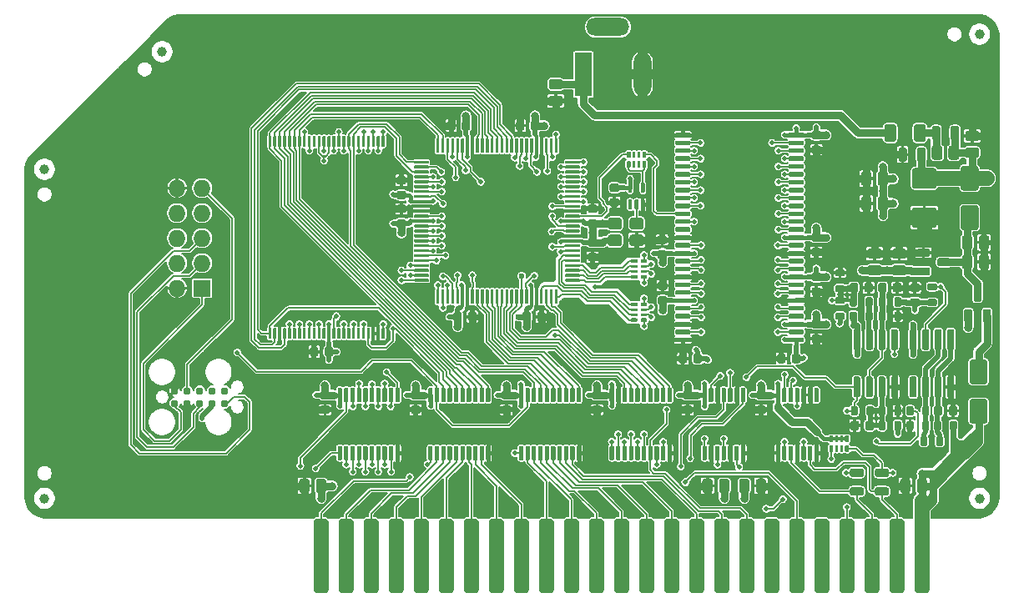
<source format=gtl>
G04 #@! TF.GenerationSoftware,KiCad,Pcbnew,(5.1.5-0-10_14)*
G04 #@! TF.CreationDate,2020-10-17T17:20:30-04:00*
G04 #@! TF.ProjectId,GR8RAM,47523852-414d-42e6-9b69-6361645f7063,rev?*
G04 #@! TF.SameCoordinates,Original*
G04 #@! TF.FileFunction,Copper,L1,Top*
G04 #@! TF.FilePolarity,Positive*
%FSLAX46Y46*%
G04 Gerber Fmt 4.6, Leading zero omitted, Abs format (unit mm)*
G04 Created by KiCad (PCBNEW (5.1.5-0-10_14)) date 2020-10-17 17:20:30*
%MOMM*%
%LPD*%
G04 APERTURE LIST*
%ADD10C,0.100000*%
%ADD11R,1.800000X4.400000*%
%ADD12O,1.800000X4.400000*%
%ADD13O,4.400000X1.800000*%
%ADD14R,1.727200X1.727200*%
%ADD15O,1.727200X1.727200*%
%ADD16C,0.787400*%
%ADD17C,2.000000*%
%ADD18C,1.000000*%
%ADD19C,0.800000*%
%ADD20C,1.524000*%
%ADD21C,0.500000*%
%ADD22C,0.762000*%
%ADD23C,0.600000*%
%ADD24C,0.508000*%
%ADD25C,0.762000*%
%ADD26C,1.524000*%
%ADD27C,0.800000*%
%ADD28C,0.450000*%
%ADD29C,0.500000*%
%ADD30C,1.000000*%
%ADD31C,0.400000*%
%ADD32C,0.300000*%
%ADD33C,0.600000*%
%ADD34C,0.508000*%
%ADD35C,0.150000*%
%ADD36C,0.152400*%
G04 APERTURE END LIST*
G04 #@! TA.AperFunction,SMDPad,CuDef*
D10*
G36*
X136459153Y-117174843D02*
G01*
X136476141Y-117177363D01*
X136492800Y-117181535D01*
X136508970Y-117187321D01*
X136524494Y-117194664D01*
X136539225Y-117203493D01*
X136553019Y-117213723D01*
X136565744Y-117225256D01*
X136577277Y-117237981D01*
X136587507Y-117251775D01*
X136596336Y-117266506D01*
X136603679Y-117282030D01*
X136609465Y-117298200D01*
X136613637Y-117314859D01*
X136616157Y-117331847D01*
X136617000Y-117349000D01*
X136617000Y-119099000D01*
X136616157Y-119116153D01*
X136613637Y-119133141D01*
X136609465Y-119149800D01*
X136603679Y-119165970D01*
X136596336Y-119181494D01*
X136587507Y-119196225D01*
X136577277Y-119210019D01*
X136565744Y-119222744D01*
X136553019Y-119234277D01*
X136539225Y-119244507D01*
X136524494Y-119253336D01*
X136508970Y-119260679D01*
X136492800Y-119266465D01*
X136476141Y-119270637D01*
X136459153Y-119273157D01*
X136442000Y-119274000D01*
X136092000Y-119274000D01*
X136074847Y-119273157D01*
X136057859Y-119270637D01*
X136041200Y-119266465D01*
X136025030Y-119260679D01*
X136009506Y-119253336D01*
X135994775Y-119244507D01*
X135980981Y-119234277D01*
X135968256Y-119222744D01*
X135956723Y-119210019D01*
X135946493Y-119196225D01*
X135937664Y-119181494D01*
X135930321Y-119165970D01*
X135924535Y-119149800D01*
X135920363Y-119133141D01*
X135917843Y-119116153D01*
X135917000Y-119099000D01*
X135917000Y-117349000D01*
X135917843Y-117331847D01*
X135920363Y-117314859D01*
X135924535Y-117298200D01*
X135930321Y-117282030D01*
X135937664Y-117266506D01*
X135946493Y-117251775D01*
X135956723Y-117237981D01*
X135968256Y-117225256D01*
X135980981Y-117213723D01*
X135994775Y-117203493D01*
X136009506Y-117194664D01*
X136025030Y-117187321D01*
X136041200Y-117181535D01*
X136057859Y-117177363D01*
X136074847Y-117174843D01*
X136092000Y-117174000D01*
X136442000Y-117174000D01*
X136459153Y-117174843D01*
G37*
G04 #@! TD.AperFunction*
G04 #@! TA.AperFunction,SMDPad,CuDef*
G36*
X137729153Y-117174843D02*
G01*
X137746141Y-117177363D01*
X137762800Y-117181535D01*
X137778970Y-117187321D01*
X137794494Y-117194664D01*
X137809225Y-117203493D01*
X137823019Y-117213723D01*
X137835744Y-117225256D01*
X137847277Y-117237981D01*
X137857507Y-117251775D01*
X137866336Y-117266506D01*
X137873679Y-117282030D01*
X137879465Y-117298200D01*
X137883637Y-117314859D01*
X137886157Y-117331847D01*
X137887000Y-117349000D01*
X137887000Y-119099000D01*
X137886157Y-119116153D01*
X137883637Y-119133141D01*
X137879465Y-119149800D01*
X137873679Y-119165970D01*
X137866336Y-119181494D01*
X137857507Y-119196225D01*
X137847277Y-119210019D01*
X137835744Y-119222744D01*
X137823019Y-119234277D01*
X137809225Y-119244507D01*
X137794494Y-119253336D01*
X137778970Y-119260679D01*
X137762800Y-119266465D01*
X137746141Y-119270637D01*
X137729153Y-119273157D01*
X137712000Y-119274000D01*
X137362000Y-119274000D01*
X137344847Y-119273157D01*
X137327859Y-119270637D01*
X137311200Y-119266465D01*
X137295030Y-119260679D01*
X137279506Y-119253336D01*
X137264775Y-119244507D01*
X137250981Y-119234277D01*
X137238256Y-119222744D01*
X137226723Y-119210019D01*
X137216493Y-119196225D01*
X137207664Y-119181494D01*
X137200321Y-119165970D01*
X137194535Y-119149800D01*
X137190363Y-119133141D01*
X137187843Y-119116153D01*
X137187000Y-119099000D01*
X137187000Y-117349000D01*
X137187843Y-117331847D01*
X137190363Y-117314859D01*
X137194535Y-117298200D01*
X137200321Y-117282030D01*
X137207664Y-117266506D01*
X137216493Y-117251775D01*
X137226723Y-117237981D01*
X137238256Y-117225256D01*
X137250981Y-117213723D01*
X137264775Y-117203493D01*
X137279506Y-117194664D01*
X137295030Y-117187321D01*
X137311200Y-117181535D01*
X137327859Y-117177363D01*
X137344847Y-117174843D01*
X137362000Y-117174000D01*
X137712000Y-117174000D01*
X137729153Y-117174843D01*
G37*
G04 #@! TD.AperFunction*
G04 #@! TA.AperFunction,SMDPad,CuDef*
G36*
X138999153Y-117174843D02*
G01*
X139016141Y-117177363D01*
X139032800Y-117181535D01*
X139048970Y-117187321D01*
X139064494Y-117194664D01*
X139079225Y-117203493D01*
X139093019Y-117213723D01*
X139105744Y-117225256D01*
X139117277Y-117237981D01*
X139127507Y-117251775D01*
X139136336Y-117266506D01*
X139143679Y-117282030D01*
X139149465Y-117298200D01*
X139153637Y-117314859D01*
X139156157Y-117331847D01*
X139157000Y-117349000D01*
X139157000Y-119099000D01*
X139156157Y-119116153D01*
X139153637Y-119133141D01*
X139149465Y-119149800D01*
X139143679Y-119165970D01*
X139136336Y-119181494D01*
X139127507Y-119196225D01*
X139117277Y-119210019D01*
X139105744Y-119222744D01*
X139093019Y-119234277D01*
X139079225Y-119244507D01*
X139064494Y-119253336D01*
X139048970Y-119260679D01*
X139032800Y-119266465D01*
X139016141Y-119270637D01*
X138999153Y-119273157D01*
X138982000Y-119274000D01*
X138632000Y-119274000D01*
X138614847Y-119273157D01*
X138597859Y-119270637D01*
X138581200Y-119266465D01*
X138565030Y-119260679D01*
X138549506Y-119253336D01*
X138534775Y-119244507D01*
X138520981Y-119234277D01*
X138508256Y-119222744D01*
X138496723Y-119210019D01*
X138486493Y-119196225D01*
X138477664Y-119181494D01*
X138470321Y-119165970D01*
X138464535Y-119149800D01*
X138460363Y-119133141D01*
X138457843Y-119116153D01*
X138457000Y-119099000D01*
X138457000Y-117349000D01*
X138457843Y-117331847D01*
X138460363Y-117314859D01*
X138464535Y-117298200D01*
X138470321Y-117282030D01*
X138477664Y-117266506D01*
X138486493Y-117251775D01*
X138496723Y-117237981D01*
X138508256Y-117225256D01*
X138520981Y-117213723D01*
X138534775Y-117203493D01*
X138549506Y-117194664D01*
X138565030Y-117187321D01*
X138581200Y-117181535D01*
X138597859Y-117177363D01*
X138614847Y-117174843D01*
X138632000Y-117174000D01*
X138982000Y-117174000D01*
X138999153Y-117174843D01*
G37*
G04 #@! TD.AperFunction*
G04 #@! TA.AperFunction,SMDPad,CuDef*
G36*
X140269153Y-117174843D02*
G01*
X140286141Y-117177363D01*
X140302800Y-117181535D01*
X140318970Y-117187321D01*
X140334494Y-117194664D01*
X140349225Y-117203493D01*
X140363019Y-117213723D01*
X140375744Y-117225256D01*
X140387277Y-117237981D01*
X140397507Y-117251775D01*
X140406336Y-117266506D01*
X140413679Y-117282030D01*
X140419465Y-117298200D01*
X140423637Y-117314859D01*
X140426157Y-117331847D01*
X140427000Y-117349000D01*
X140427000Y-119099000D01*
X140426157Y-119116153D01*
X140423637Y-119133141D01*
X140419465Y-119149800D01*
X140413679Y-119165970D01*
X140406336Y-119181494D01*
X140397507Y-119196225D01*
X140387277Y-119210019D01*
X140375744Y-119222744D01*
X140363019Y-119234277D01*
X140349225Y-119244507D01*
X140334494Y-119253336D01*
X140318970Y-119260679D01*
X140302800Y-119266465D01*
X140286141Y-119270637D01*
X140269153Y-119273157D01*
X140252000Y-119274000D01*
X139902000Y-119274000D01*
X139884847Y-119273157D01*
X139867859Y-119270637D01*
X139851200Y-119266465D01*
X139835030Y-119260679D01*
X139819506Y-119253336D01*
X139804775Y-119244507D01*
X139790981Y-119234277D01*
X139778256Y-119222744D01*
X139766723Y-119210019D01*
X139756493Y-119196225D01*
X139747664Y-119181494D01*
X139740321Y-119165970D01*
X139734535Y-119149800D01*
X139730363Y-119133141D01*
X139727843Y-119116153D01*
X139727000Y-119099000D01*
X139727000Y-117349000D01*
X139727843Y-117331847D01*
X139730363Y-117314859D01*
X139734535Y-117298200D01*
X139740321Y-117282030D01*
X139747664Y-117266506D01*
X139756493Y-117251775D01*
X139766723Y-117237981D01*
X139778256Y-117225256D01*
X139790981Y-117213723D01*
X139804775Y-117203493D01*
X139819506Y-117194664D01*
X139835030Y-117187321D01*
X139851200Y-117181535D01*
X139867859Y-117177363D01*
X139884847Y-117174843D01*
X139902000Y-117174000D01*
X140252000Y-117174000D01*
X140269153Y-117174843D01*
G37*
G04 #@! TD.AperFunction*
G04 #@! TA.AperFunction,SMDPad,CuDef*
G36*
X140269153Y-112374843D02*
G01*
X140286141Y-112377363D01*
X140302800Y-112381535D01*
X140318970Y-112387321D01*
X140334494Y-112394664D01*
X140349225Y-112403493D01*
X140363019Y-112413723D01*
X140375744Y-112425256D01*
X140387277Y-112437981D01*
X140397507Y-112451775D01*
X140406336Y-112466506D01*
X140413679Y-112482030D01*
X140419465Y-112498200D01*
X140423637Y-112514859D01*
X140426157Y-112531847D01*
X140427000Y-112549000D01*
X140427000Y-114299000D01*
X140426157Y-114316153D01*
X140423637Y-114333141D01*
X140419465Y-114349800D01*
X140413679Y-114365970D01*
X140406336Y-114381494D01*
X140397507Y-114396225D01*
X140387277Y-114410019D01*
X140375744Y-114422744D01*
X140363019Y-114434277D01*
X140349225Y-114444507D01*
X140334494Y-114453336D01*
X140318970Y-114460679D01*
X140302800Y-114466465D01*
X140286141Y-114470637D01*
X140269153Y-114473157D01*
X140252000Y-114474000D01*
X139902000Y-114474000D01*
X139884847Y-114473157D01*
X139867859Y-114470637D01*
X139851200Y-114466465D01*
X139835030Y-114460679D01*
X139819506Y-114453336D01*
X139804775Y-114444507D01*
X139790981Y-114434277D01*
X139778256Y-114422744D01*
X139766723Y-114410019D01*
X139756493Y-114396225D01*
X139747664Y-114381494D01*
X139740321Y-114365970D01*
X139734535Y-114349800D01*
X139730363Y-114333141D01*
X139727843Y-114316153D01*
X139727000Y-114299000D01*
X139727000Y-112549000D01*
X139727843Y-112531847D01*
X139730363Y-112514859D01*
X139734535Y-112498200D01*
X139740321Y-112482030D01*
X139747664Y-112466506D01*
X139756493Y-112451775D01*
X139766723Y-112437981D01*
X139778256Y-112425256D01*
X139790981Y-112413723D01*
X139804775Y-112403493D01*
X139819506Y-112394664D01*
X139835030Y-112387321D01*
X139851200Y-112381535D01*
X139867859Y-112377363D01*
X139884847Y-112374843D01*
X139902000Y-112374000D01*
X140252000Y-112374000D01*
X140269153Y-112374843D01*
G37*
G04 #@! TD.AperFunction*
G04 #@! TA.AperFunction,SMDPad,CuDef*
G36*
X138999153Y-112374843D02*
G01*
X139016141Y-112377363D01*
X139032800Y-112381535D01*
X139048970Y-112387321D01*
X139064494Y-112394664D01*
X139079225Y-112403493D01*
X139093019Y-112413723D01*
X139105744Y-112425256D01*
X139117277Y-112437981D01*
X139127507Y-112451775D01*
X139136336Y-112466506D01*
X139143679Y-112482030D01*
X139149465Y-112498200D01*
X139153637Y-112514859D01*
X139156157Y-112531847D01*
X139157000Y-112549000D01*
X139157000Y-114299000D01*
X139156157Y-114316153D01*
X139153637Y-114333141D01*
X139149465Y-114349800D01*
X139143679Y-114365970D01*
X139136336Y-114381494D01*
X139127507Y-114396225D01*
X139117277Y-114410019D01*
X139105744Y-114422744D01*
X139093019Y-114434277D01*
X139079225Y-114444507D01*
X139064494Y-114453336D01*
X139048970Y-114460679D01*
X139032800Y-114466465D01*
X139016141Y-114470637D01*
X138999153Y-114473157D01*
X138982000Y-114474000D01*
X138632000Y-114474000D01*
X138614847Y-114473157D01*
X138597859Y-114470637D01*
X138581200Y-114466465D01*
X138565030Y-114460679D01*
X138549506Y-114453336D01*
X138534775Y-114444507D01*
X138520981Y-114434277D01*
X138508256Y-114422744D01*
X138496723Y-114410019D01*
X138486493Y-114396225D01*
X138477664Y-114381494D01*
X138470321Y-114365970D01*
X138464535Y-114349800D01*
X138460363Y-114333141D01*
X138457843Y-114316153D01*
X138457000Y-114299000D01*
X138457000Y-112549000D01*
X138457843Y-112531847D01*
X138460363Y-112514859D01*
X138464535Y-112498200D01*
X138470321Y-112482030D01*
X138477664Y-112466506D01*
X138486493Y-112451775D01*
X138496723Y-112437981D01*
X138508256Y-112425256D01*
X138520981Y-112413723D01*
X138534775Y-112403493D01*
X138549506Y-112394664D01*
X138565030Y-112387321D01*
X138581200Y-112381535D01*
X138597859Y-112377363D01*
X138614847Y-112374843D01*
X138632000Y-112374000D01*
X138982000Y-112374000D01*
X138999153Y-112374843D01*
G37*
G04 #@! TD.AperFunction*
G04 #@! TA.AperFunction,SMDPad,CuDef*
G36*
X137729153Y-112374843D02*
G01*
X137746141Y-112377363D01*
X137762800Y-112381535D01*
X137778970Y-112387321D01*
X137794494Y-112394664D01*
X137809225Y-112403493D01*
X137823019Y-112413723D01*
X137835744Y-112425256D01*
X137847277Y-112437981D01*
X137857507Y-112451775D01*
X137866336Y-112466506D01*
X137873679Y-112482030D01*
X137879465Y-112498200D01*
X137883637Y-112514859D01*
X137886157Y-112531847D01*
X137887000Y-112549000D01*
X137887000Y-114299000D01*
X137886157Y-114316153D01*
X137883637Y-114333141D01*
X137879465Y-114349800D01*
X137873679Y-114365970D01*
X137866336Y-114381494D01*
X137857507Y-114396225D01*
X137847277Y-114410019D01*
X137835744Y-114422744D01*
X137823019Y-114434277D01*
X137809225Y-114444507D01*
X137794494Y-114453336D01*
X137778970Y-114460679D01*
X137762800Y-114466465D01*
X137746141Y-114470637D01*
X137729153Y-114473157D01*
X137712000Y-114474000D01*
X137362000Y-114474000D01*
X137344847Y-114473157D01*
X137327859Y-114470637D01*
X137311200Y-114466465D01*
X137295030Y-114460679D01*
X137279506Y-114453336D01*
X137264775Y-114444507D01*
X137250981Y-114434277D01*
X137238256Y-114422744D01*
X137226723Y-114410019D01*
X137216493Y-114396225D01*
X137207664Y-114381494D01*
X137200321Y-114365970D01*
X137194535Y-114349800D01*
X137190363Y-114333141D01*
X137187843Y-114316153D01*
X137187000Y-114299000D01*
X137187000Y-112549000D01*
X137187843Y-112531847D01*
X137190363Y-112514859D01*
X137194535Y-112498200D01*
X137200321Y-112482030D01*
X137207664Y-112466506D01*
X137216493Y-112451775D01*
X137226723Y-112437981D01*
X137238256Y-112425256D01*
X137250981Y-112413723D01*
X137264775Y-112403493D01*
X137279506Y-112394664D01*
X137295030Y-112387321D01*
X137311200Y-112381535D01*
X137327859Y-112377363D01*
X137344847Y-112374843D01*
X137362000Y-112374000D01*
X137712000Y-112374000D01*
X137729153Y-112374843D01*
G37*
G04 #@! TD.AperFunction*
G04 #@! TA.AperFunction,SMDPad,CuDef*
G36*
X136459153Y-112374843D02*
G01*
X136476141Y-112377363D01*
X136492800Y-112381535D01*
X136508970Y-112387321D01*
X136524494Y-112394664D01*
X136539225Y-112403493D01*
X136553019Y-112413723D01*
X136565744Y-112425256D01*
X136577277Y-112437981D01*
X136587507Y-112451775D01*
X136596336Y-112466506D01*
X136603679Y-112482030D01*
X136609465Y-112498200D01*
X136613637Y-112514859D01*
X136616157Y-112531847D01*
X136617000Y-112549000D01*
X136617000Y-114299000D01*
X136616157Y-114316153D01*
X136613637Y-114333141D01*
X136609465Y-114349800D01*
X136603679Y-114365970D01*
X136596336Y-114381494D01*
X136587507Y-114396225D01*
X136577277Y-114410019D01*
X136565744Y-114422744D01*
X136553019Y-114434277D01*
X136539225Y-114444507D01*
X136524494Y-114453336D01*
X136508970Y-114460679D01*
X136492800Y-114466465D01*
X136476141Y-114470637D01*
X136459153Y-114473157D01*
X136442000Y-114474000D01*
X136092000Y-114474000D01*
X136074847Y-114473157D01*
X136057859Y-114470637D01*
X136041200Y-114466465D01*
X136025030Y-114460679D01*
X136009506Y-114453336D01*
X135994775Y-114444507D01*
X135980981Y-114434277D01*
X135968256Y-114422744D01*
X135956723Y-114410019D01*
X135946493Y-114396225D01*
X135937664Y-114381494D01*
X135930321Y-114365970D01*
X135924535Y-114349800D01*
X135920363Y-114333141D01*
X135917843Y-114316153D01*
X135917000Y-114299000D01*
X135917000Y-112549000D01*
X135917843Y-112531847D01*
X135920363Y-112514859D01*
X135924535Y-112498200D01*
X135930321Y-112482030D01*
X135937664Y-112466506D01*
X135946493Y-112451775D01*
X135956723Y-112437981D01*
X135968256Y-112425256D01*
X135980981Y-112413723D01*
X135994775Y-112403493D01*
X136009506Y-112394664D01*
X136025030Y-112387321D01*
X136041200Y-112381535D01*
X136057859Y-112377363D01*
X136074847Y-112374843D01*
X136092000Y-112374000D01*
X136442000Y-112374000D01*
X136459153Y-112374843D01*
G37*
G04 #@! TD.AperFunction*
G04 #@! TA.AperFunction,SMDPad,CuDef*
G36*
X87057351Y-95250361D02*
G01*
X87064632Y-95251441D01*
X87071771Y-95253229D01*
X87078701Y-95255709D01*
X87085355Y-95258856D01*
X87091668Y-95262640D01*
X87097579Y-95267024D01*
X87103033Y-95271967D01*
X87107976Y-95277421D01*
X87112360Y-95283332D01*
X87116144Y-95289645D01*
X87119291Y-95296299D01*
X87121771Y-95303229D01*
X87123559Y-95310368D01*
X87124639Y-95317649D01*
X87125000Y-95325000D01*
X87125000Y-95475000D01*
X87124639Y-95482351D01*
X87123559Y-95489632D01*
X87121771Y-95496771D01*
X87119291Y-95503701D01*
X87116144Y-95510355D01*
X87112360Y-95516668D01*
X87107976Y-95522579D01*
X87103033Y-95528033D01*
X87097579Y-95532976D01*
X87091668Y-95537360D01*
X87085355Y-95541144D01*
X87078701Y-95544291D01*
X87071771Y-95546771D01*
X87064632Y-95548559D01*
X87057351Y-95549639D01*
X87050000Y-95550000D01*
X85725000Y-95550000D01*
X85717649Y-95549639D01*
X85710368Y-95548559D01*
X85703229Y-95546771D01*
X85696299Y-95544291D01*
X85689645Y-95541144D01*
X85683332Y-95537360D01*
X85677421Y-95532976D01*
X85671967Y-95528033D01*
X85667024Y-95522579D01*
X85662640Y-95516668D01*
X85658856Y-95510355D01*
X85655709Y-95503701D01*
X85653229Y-95496771D01*
X85651441Y-95489632D01*
X85650361Y-95482351D01*
X85650000Y-95475000D01*
X85650000Y-95325000D01*
X85650361Y-95317649D01*
X85651441Y-95310368D01*
X85653229Y-95303229D01*
X85655709Y-95296299D01*
X85658856Y-95289645D01*
X85662640Y-95283332D01*
X85667024Y-95277421D01*
X85671967Y-95271967D01*
X85677421Y-95267024D01*
X85683332Y-95262640D01*
X85689645Y-95258856D01*
X85696299Y-95255709D01*
X85703229Y-95253229D01*
X85710368Y-95251441D01*
X85717649Y-95250361D01*
X85725000Y-95250000D01*
X87050000Y-95250000D01*
X87057351Y-95250361D01*
G37*
G04 #@! TD.AperFunction*
G04 #@! TA.AperFunction,SMDPad,CuDef*
G36*
X87057351Y-95750361D02*
G01*
X87064632Y-95751441D01*
X87071771Y-95753229D01*
X87078701Y-95755709D01*
X87085355Y-95758856D01*
X87091668Y-95762640D01*
X87097579Y-95767024D01*
X87103033Y-95771967D01*
X87107976Y-95777421D01*
X87112360Y-95783332D01*
X87116144Y-95789645D01*
X87119291Y-95796299D01*
X87121771Y-95803229D01*
X87123559Y-95810368D01*
X87124639Y-95817649D01*
X87125000Y-95825000D01*
X87125000Y-95975000D01*
X87124639Y-95982351D01*
X87123559Y-95989632D01*
X87121771Y-95996771D01*
X87119291Y-96003701D01*
X87116144Y-96010355D01*
X87112360Y-96016668D01*
X87107976Y-96022579D01*
X87103033Y-96028033D01*
X87097579Y-96032976D01*
X87091668Y-96037360D01*
X87085355Y-96041144D01*
X87078701Y-96044291D01*
X87071771Y-96046771D01*
X87064632Y-96048559D01*
X87057351Y-96049639D01*
X87050000Y-96050000D01*
X85725000Y-96050000D01*
X85717649Y-96049639D01*
X85710368Y-96048559D01*
X85703229Y-96046771D01*
X85696299Y-96044291D01*
X85689645Y-96041144D01*
X85683332Y-96037360D01*
X85677421Y-96032976D01*
X85671967Y-96028033D01*
X85667024Y-96022579D01*
X85662640Y-96016668D01*
X85658856Y-96010355D01*
X85655709Y-96003701D01*
X85653229Y-95996771D01*
X85651441Y-95989632D01*
X85650361Y-95982351D01*
X85650000Y-95975000D01*
X85650000Y-95825000D01*
X85650361Y-95817649D01*
X85651441Y-95810368D01*
X85653229Y-95803229D01*
X85655709Y-95796299D01*
X85658856Y-95789645D01*
X85662640Y-95783332D01*
X85667024Y-95777421D01*
X85671967Y-95771967D01*
X85677421Y-95767024D01*
X85683332Y-95762640D01*
X85689645Y-95758856D01*
X85696299Y-95755709D01*
X85703229Y-95753229D01*
X85710368Y-95751441D01*
X85717649Y-95750361D01*
X85725000Y-95750000D01*
X87050000Y-95750000D01*
X87057351Y-95750361D01*
G37*
G04 #@! TD.AperFunction*
G04 #@! TA.AperFunction,SMDPad,CuDef*
G36*
X87057351Y-96250361D02*
G01*
X87064632Y-96251441D01*
X87071771Y-96253229D01*
X87078701Y-96255709D01*
X87085355Y-96258856D01*
X87091668Y-96262640D01*
X87097579Y-96267024D01*
X87103033Y-96271967D01*
X87107976Y-96277421D01*
X87112360Y-96283332D01*
X87116144Y-96289645D01*
X87119291Y-96296299D01*
X87121771Y-96303229D01*
X87123559Y-96310368D01*
X87124639Y-96317649D01*
X87125000Y-96325000D01*
X87125000Y-96475000D01*
X87124639Y-96482351D01*
X87123559Y-96489632D01*
X87121771Y-96496771D01*
X87119291Y-96503701D01*
X87116144Y-96510355D01*
X87112360Y-96516668D01*
X87107976Y-96522579D01*
X87103033Y-96528033D01*
X87097579Y-96532976D01*
X87091668Y-96537360D01*
X87085355Y-96541144D01*
X87078701Y-96544291D01*
X87071771Y-96546771D01*
X87064632Y-96548559D01*
X87057351Y-96549639D01*
X87050000Y-96550000D01*
X85725000Y-96550000D01*
X85717649Y-96549639D01*
X85710368Y-96548559D01*
X85703229Y-96546771D01*
X85696299Y-96544291D01*
X85689645Y-96541144D01*
X85683332Y-96537360D01*
X85677421Y-96532976D01*
X85671967Y-96528033D01*
X85667024Y-96522579D01*
X85662640Y-96516668D01*
X85658856Y-96510355D01*
X85655709Y-96503701D01*
X85653229Y-96496771D01*
X85651441Y-96489632D01*
X85650361Y-96482351D01*
X85650000Y-96475000D01*
X85650000Y-96325000D01*
X85650361Y-96317649D01*
X85651441Y-96310368D01*
X85653229Y-96303229D01*
X85655709Y-96296299D01*
X85658856Y-96289645D01*
X85662640Y-96283332D01*
X85667024Y-96277421D01*
X85671967Y-96271967D01*
X85677421Y-96267024D01*
X85683332Y-96262640D01*
X85689645Y-96258856D01*
X85696299Y-96255709D01*
X85703229Y-96253229D01*
X85710368Y-96251441D01*
X85717649Y-96250361D01*
X85725000Y-96250000D01*
X87050000Y-96250000D01*
X87057351Y-96250361D01*
G37*
G04 #@! TD.AperFunction*
G04 #@! TA.AperFunction,SMDPad,CuDef*
G36*
X87057351Y-96750361D02*
G01*
X87064632Y-96751441D01*
X87071771Y-96753229D01*
X87078701Y-96755709D01*
X87085355Y-96758856D01*
X87091668Y-96762640D01*
X87097579Y-96767024D01*
X87103033Y-96771967D01*
X87107976Y-96777421D01*
X87112360Y-96783332D01*
X87116144Y-96789645D01*
X87119291Y-96796299D01*
X87121771Y-96803229D01*
X87123559Y-96810368D01*
X87124639Y-96817649D01*
X87125000Y-96825000D01*
X87125000Y-96975000D01*
X87124639Y-96982351D01*
X87123559Y-96989632D01*
X87121771Y-96996771D01*
X87119291Y-97003701D01*
X87116144Y-97010355D01*
X87112360Y-97016668D01*
X87107976Y-97022579D01*
X87103033Y-97028033D01*
X87097579Y-97032976D01*
X87091668Y-97037360D01*
X87085355Y-97041144D01*
X87078701Y-97044291D01*
X87071771Y-97046771D01*
X87064632Y-97048559D01*
X87057351Y-97049639D01*
X87050000Y-97050000D01*
X85725000Y-97050000D01*
X85717649Y-97049639D01*
X85710368Y-97048559D01*
X85703229Y-97046771D01*
X85696299Y-97044291D01*
X85689645Y-97041144D01*
X85683332Y-97037360D01*
X85677421Y-97032976D01*
X85671967Y-97028033D01*
X85667024Y-97022579D01*
X85662640Y-97016668D01*
X85658856Y-97010355D01*
X85655709Y-97003701D01*
X85653229Y-96996771D01*
X85651441Y-96989632D01*
X85650361Y-96982351D01*
X85650000Y-96975000D01*
X85650000Y-96825000D01*
X85650361Y-96817649D01*
X85651441Y-96810368D01*
X85653229Y-96803229D01*
X85655709Y-96796299D01*
X85658856Y-96789645D01*
X85662640Y-96783332D01*
X85667024Y-96777421D01*
X85671967Y-96771967D01*
X85677421Y-96767024D01*
X85683332Y-96762640D01*
X85689645Y-96758856D01*
X85696299Y-96755709D01*
X85703229Y-96753229D01*
X85710368Y-96751441D01*
X85717649Y-96750361D01*
X85725000Y-96750000D01*
X87050000Y-96750000D01*
X87057351Y-96750361D01*
G37*
G04 #@! TD.AperFunction*
G04 #@! TA.AperFunction,SMDPad,CuDef*
G36*
X87057351Y-97250361D02*
G01*
X87064632Y-97251441D01*
X87071771Y-97253229D01*
X87078701Y-97255709D01*
X87085355Y-97258856D01*
X87091668Y-97262640D01*
X87097579Y-97267024D01*
X87103033Y-97271967D01*
X87107976Y-97277421D01*
X87112360Y-97283332D01*
X87116144Y-97289645D01*
X87119291Y-97296299D01*
X87121771Y-97303229D01*
X87123559Y-97310368D01*
X87124639Y-97317649D01*
X87125000Y-97325000D01*
X87125000Y-97475000D01*
X87124639Y-97482351D01*
X87123559Y-97489632D01*
X87121771Y-97496771D01*
X87119291Y-97503701D01*
X87116144Y-97510355D01*
X87112360Y-97516668D01*
X87107976Y-97522579D01*
X87103033Y-97528033D01*
X87097579Y-97532976D01*
X87091668Y-97537360D01*
X87085355Y-97541144D01*
X87078701Y-97544291D01*
X87071771Y-97546771D01*
X87064632Y-97548559D01*
X87057351Y-97549639D01*
X87050000Y-97550000D01*
X85725000Y-97550000D01*
X85717649Y-97549639D01*
X85710368Y-97548559D01*
X85703229Y-97546771D01*
X85696299Y-97544291D01*
X85689645Y-97541144D01*
X85683332Y-97537360D01*
X85677421Y-97532976D01*
X85671967Y-97528033D01*
X85667024Y-97522579D01*
X85662640Y-97516668D01*
X85658856Y-97510355D01*
X85655709Y-97503701D01*
X85653229Y-97496771D01*
X85651441Y-97489632D01*
X85650361Y-97482351D01*
X85650000Y-97475000D01*
X85650000Y-97325000D01*
X85650361Y-97317649D01*
X85651441Y-97310368D01*
X85653229Y-97303229D01*
X85655709Y-97296299D01*
X85658856Y-97289645D01*
X85662640Y-97283332D01*
X85667024Y-97277421D01*
X85671967Y-97271967D01*
X85677421Y-97267024D01*
X85683332Y-97262640D01*
X85689645Y-97258856D01*
X85696299Y-97255709D01*
X85703229Y-97253229D01*
X85710368Y-97251441D01*
X85717649Y-97250361D01*
X85725000Y-97250000D01*
X87050000Y-97250000D01*
X87057351Y-97250361D01*
G37*
G04 #@! TD.AperFunction*
G04 #@! TA.AperFunction,SMDPad,CuDef*
G36*
X87057351Y-97750361D02*
G01*
X87064632Y-97751441D01*
X87071771Y-97753229D01*
X87078701Y-97755709D01*
X87085355Y-97758856D01*
X87091668Y-97762640D01*
X87097579Y-97767024D01*
X87103033Y-97771967D01*
X87107976Y-97777421D01*
X87112360Y-97783332D01*
X87116144Y-97789645D01*
X87119291Y-97796299D01*
X87121771Y-97803229D01*
X87123559Y-97810368D01*
X87124639Y-97817649D01*
X87125000Y-97825000D01*
X87125000Y-97975000D01*
X87124639Y-97982351D01*
X87123559Y-97989632D01*
X87121771Y-97996771D01*
X87119291Y-98003701D01*
X87116144Y-98010355D01*
X87112360Y-98016668D01*
X87107976Y-98022579D01*
X87103033Y-98028033D01*
X87097579Y-98032976D01*
X87091668Y-98037360D01*
X87085355Y-98041144D01*
X87078701Y-98044291D01*
X87071771Y-98046771D01*
X87064632Y-98048559D01*
X87057351Y-98049639D01*
X87050000Y-98050000D01*
X85725000Y-98050000D01*
X85717649Y-98049639D01*
X85710368Y-98048559D01*
X85703229Y-98046771D01*
X85696299Y-98044291D01*
X85689645Y-98041144D01*
X85683332Y-98037360D01*
X85677421Y-98032976D01*
X85671967Y-98028033D01*
X85667024Y-98022579D01*
X85662640Y-98016668D01*
X85658856Y-98010355D01*
X85655709Y-98003701D01*
X85653229Y-97996771D01*
X85651441Y-97989632D01*
X85650361Y-97982351D01*
X85650000Y-97975000D01*
X85650000Y-97825000D01*
X85650361Y-97817649D01*
X85651441Y-97810368D01*
X85653229Y-97803229D01*
X85655709Y-97796299D01*
X85658856Y-97789645D01*
X85662640Y-97783332D01*
X85667024Y-97777421D01*
X85671967Y-97771967D01*
X85677421Y-97767024D01*
X85683332Y-97762640D01*
X85689645Y-97758856D01*
X85696299Y-97755709D01*
X85703229Y-97753229D01*
X85710368Y-97751441D01*
X85717649Y-97750361D01*
X85725000Y-97750000D01*
X87050000Y-97750000D01*
X87057351Y-97750361D01*
G37*
G04 #@! TD.AperFunction*
G04 #@! TA.AperFunction,SMDPad,CuDef*
G36*
X87057351Y-98250361D02*
G01*
X87064632Y-98251441D01*
X87071771Y-98253229D01*
X87078701Y-98255709D01*
X87085355Y-98258856D01*
X87091668Y-98262640D01*
X87097579Y-98267024D01*
X87103033Y-98271967D01*
X87107976Y-98277421D01*
X87112360Y-98283332D01*
X87116144Y-98289645D01*
X87119291Y-98296299D01*
X87121771Y-98303229D01*
X87123559Y-98310368D01*
X87124639Y-98317649D01*
X87125000Y-98325000D01*
X87125000Y-98475000D01*
X87124639Y-98482351D01*
X87123559Y-98489632D01*
X87121771Y-98496771D01*
X87119291Y-98503701D01*
X87116144Y-98510355D01*
X87112360Y-98516668D01*
X87107976Y-98522579D01*
X87103033Y-98528033D01*
X87097579Y-98532976D01*
X87091668Y-98537360D01*
X87085355Y-98541144D01*
X87078701Y-98544291D01*
X87071771Y-98546771D01*
X87064632Y-98548559D01*
X87057351Y-98549639D01*
X87050000Y-98550000D01*
X85725000Y-98550000D01*
X85717649Y-98549639D01*
X85710368Y-98548559D01*
X85703229Y-98546771D01*
X85696299Y-98544291D01*
X85689645Y-98541144D01*
X85683332Y-98537360D01*
X85677421Y-98532976D01*
X85671967Y-98528033D01*
X85667024Y-98522579D01*
X85662640Y-98516668D01*
X85658856Y-98510355D01*
X85655709Y-98503701D01*
X85653229Y-98496771D01*
X85651441Y-98489632D01*
X85650361Y-98482351D01*
X85650000Y-98475000D01*
X85650000Y-98325000D01*
X85650361Y-98317649D01*
X85651441Y-98310368D01*
X85653229Y-98303229D01*
X85655709Y-98296299D01*
X85658856Y-98289645D01*
X85662640Y-98283332D01*
X85667024Y-98277421D01*
X85671967Y-98271967D01*
X85677421Y-98267024D01*
X85683332Y-98262640D01*
X85689645Y-98258856D01*
X85696299Y-98255709D01*
X85703229Y-98253229D01*
X85710368Y-98251441D01*
X85717649Y-98250361D01*
X85725000Y-98250000D01*
X87050000Y-98250000D01*
X87057351Y-98250361D01*
G37*
G04 #@! TD.AperFunction*
G04 #@! TA.AperFunction,SMDPad,CuDef*
G36*
X87057351Y-98750361D02*
G01*
X87064632Y-98751441D01*
X87071771Y-98753229D01*
X87078701Y-98755709D01*
X87085355Y-98758856D01*
X87091668Y-98762640D01*
X87097579Y-98767024D01*
X87103033Y-98771967D01*
X87107976Y-98777421D01*
X87112360Y-98783332D01*
X87116144Y-98789645D01*
X87119291Y-98796299D01*
X87121771Y-98803229D01*
X87123559Y-98810368D01*
X87124639Y-98817649D01*
X87125000Y-98825000D01*
X87125000Y-98975000D01*
X87124639Y-98982351D01*
X87123559Y-98989632D01*
X87121771Y-98996771D01*
X87119291Y-99003701D01*
X87116144Y-99010355D01*
X87112360Y-99016668D01*
X87107976Y-99022579D01*
X87103033Y-99028033D01*
X87097579Y-99032976D01*
X87091668Y-99037360D01*
X87085355Y-99041144D01*
X87078701Y-99044291D01*
X87071771Y-99046771D01*
X87064632Y-99048559D01*
X87057351Y-99049639D01*
X87050000Y-99050000D01*
X85725000Y-99050000D01*
X85717649Y-99049639D01*
X85710368Y-99048559D01*
X85703229Y-99046771D01*
X85696299Y-99044291D01*
X85689645Y-99041144D01*
X85683332Y-99037360D01*
X85677421Y-99032976D01*
X85671967Y-99028033D01*
X85667024Y-99022579D01*
X85662640Y-99016668D01*
X85658856Y-99010355D01*
X85655709Y-99003701D01*
X85653229Y-98996771D01*
X85651441Y-98989632D01*
X85650361Y-98982351D01*
X85650000Y-98975000D01*
X85650000Y-98825000D01*
X85650361Y-98817649D01*
X85651441Y-98810368D01*
X85653229Y-98803229D01*
X85655709Y-98796299D01*
X85658856Y-98789645D01*
X85662640Y-98783332D01*
X85667024Y-98777421D01*
X85671967Y-98771967D01*
X85677421Y-98767024D01*
X85683332Y-98762640D01*
X85689645Y-98758856D01*
X85696299Y-98755709D01*
X85703229Y-98753229D01*
X85710368Y-98751441D01*
X85717649Y-98750361D01*
X85725000Y-98750000D01*
X87050000Y-98750000D01*
X87057351Y-98750361D01*
G37*
G04 #@! TD.AperFunction*
G04 #@! TA.AperFunction,SMDPad,CuDef*
G36*
X87057351Y-99250361D02*
G01*
X87064632Y-99251441D01*
X87071771Y-99253229D01*
X87078701Y-99255709D01*
X87085355Y-99258856D01*
X87091668Y-99262640D01*
X87097579Y-99267024D01*
X87103033Y-99271967D01*
X87107976Y-99277421D01*
X87112360Y-99283332D01*
X87116144Y-99289645D01*
X87119291Y-99296299D01*
X87121771Y-99303229D01*
X87123559Y-99310368D01*
X87124639Y-99317649D01*
X87125000Y-99325000D01*
X87125000Y-99475000D01*
X87124639Y-99482351D01*
X87123559Y-99489632D01*
X87121771Y-99496771D01*
X87119291Y-99503701D01*
X87116144Y-99510355D01*
X87112360Y-99516668D01*
X87107976Y-99522579D01*
X87103033Y-99528033D01*
X87097579Y-99532976D01*
X87091668Y-99537360D01*
X87085355Y-99541144D01*
X87078701Y-99544291D01*
X87071771Y-99546771D01*
X87064632Y-99548559D01*
X87057351Y-99549639D01*
X87050000Y-99550000D01*
X85725000Y-99550000D01*
X85717649Y-99549639D01*
X85710368Y-99548559D01*
X85703229Y-99546771D01*
X85696299Y-99544291D01*
X85689645Y-99541144D01*
X85683332Y-99537360D01*
X85677421Y-99532976D01*
X85671967Y-99528033D01*
X85667024Y-99522579D01*
X85662640Y-99516668D01*
X85658856Y-99510355D01*
X85655709Y-99503701D01*
X85653229Y-99496771D01*
X85651441Y-99489632D01*
X85650361Y-99482351D01*
X85650000Y-99475000D01*
X85650000Y-99325000D01*
X85650361Y-99317649D01*
X85651441Y-99310368D01*
X85653229Y-99303229D01*
X85655709Y-99296299D01*
X85658856Y-99289645D01*
X85662640Y-99283332D01*
X85667024Y-99277421D01*
X85671967Y-99271967D01*
X85677421Y-99267024D01*
X85683332Y-99262640D01*
X85689645Y-99258856D01*
X85696299Y-99255709D01*
X85703229Y-99253229D01*
X85710368Y-99251441D01*
X85717649Y-99250361D01*
X85725000Y-99250000D01*
X87050000Y-99250000D01*
X87057351Y-99250361D01*
G37*
G04 #@! TD.AperFunction*
G04 #@! TA.AperFunction,SMDPad,CuDef*
G36*
X87057351Y-99750361D02*
G01*
X87064632Y-99751441D01*
X87071771Y-99753229D01*
X87078701Y-99755709D01*
X87085355Y-99758856D01*
X87091668Y-99762640D01*
X87097579Y-99767024D01*
X87103033Y-99771967D01*
X87107976Y-99777421D01*
X87112360Y-99783332D01*
X87116144Y-99789645D01*
X87119291Y-99796299D01*
X87121771Y-99803229D01*
X87123559Y-99810368D01*
X87124639Y-99817649D01*
X87125000Y-99825000D01*
X87125000Y-99975000D01*
X87124639Y-99982351D01*
X87123559Y-99989632D01*
X87121771Y-99996771D01*
X87119291Y-100003701D01*
X87116144Y-100010355D01*
X87112360Y-100016668D01*
X87107976Y-100022579D01*
X87103033Y-100028033D01*
X87097579Y-100032976D01*
X87091668Y-100037360D01*
X87085355Y-100041144D01*
X87078701Y-100044291D01*
X87071771Y-100046771D01*
X87064632Y-100048559D01*
X87057351Y-100049639D01*
X87050000Y-100050000D01*
X85725000Y-100050000D01*
X85717649Y-100049639D01*
X85710368Y-100048559D01*
X85703229Y-100046771D01*
X85696299Y-100044291D01*
X85689645Y-100041144D01*
X85683332Y-100037360D01*
X85677421Y-100032976D01*
X85671967Y-100028033D01*
X85667024Y-100022579D01*
X85662640Y-100016668D01*
X85658856Y-100010355D01*
X85655709Y-100003701D01*
X85653229Y-99996771D01*
X85651441Y-99989632D01*
X85650361Y-99982351D01*
X85650000Y-99975000D01*
X85650000Y-99825000D01*
X85650361Y-99817649D01*
X85651441Y-99810368D01*
X85653229Y-99803229D01*
X85655709Y-99796299D01*
X85658856Y-99789645D01*
X85662640Y-99783332D01*
X85667024Y-99777421D01*
X85671967Y-99771967D01*
X85677421Y-99767024D01*
X85683332Y-99762640D01*
X85689645Y-99758856D01*
X85696299Y-99755709D01*
X85703229Y-99753229D01*
X85710368Y-99751441D01*
X85717649Y-99750361D01*
X85725000Y-99750000D01*
X87050000Y-99750000D01*
X87057351Y-99750361D01*
G37*
G04 #@! TD.AperFunction*
G04 #@! TA.AperFunction,SMDPad,CuDef*
G36*
X87057351Y-100250361D02*
G01*
X87064632Y-100251441D01*
X87071771Y-100253229D01*
X87078701Y-100255709D01*
X87085355Y-100258856D01*
X87091668Y-100262640D01*
X87097579Y-100267024D01*
X87103033Y-100271967D01*
X87107976Y-100277421D01*
X87112360Y-100283332D01*
X87116144Y-100289645D01*
X87119291Y-100296299D01*
X87121771Y-100303229D01*
X87123559Y-100310368D01*
X87124639Y-100317649D01*
X87125000Y-100325000D01*
X87125000Y-100475000D01*
X87124639Y-100482351D01*
X87123559Y-100489632D01*
X87121771Y-100496771D01*
X87119291Y-100503701D01*
X87116144Y-100510355D01*
X87112360Y-100516668D01*
X87107976Y-100522579D01*
X87103033Y-100528033D01*
X87097579Y-100532976D01*
X87091668Y-100537360D01*
X87085355Y-100541144D01*
X87078701Y-100544291D01*
X87071771Y-100546771D01*
X87064632Y-100548559D01*
X87057351Y-100549639D01*
X87050000Y-100550000D01*
X85725000Y-100550000D01*
X85717649Y-100549639D01*
X85710368Y-100548559D01*
X85703229Y-100546771D01*
X85696299Y-100544291D01*
X85689645Y-100541144D01*
X85683332Y-100537360D01*
X85677421Y-100532976D01*
X85671967Y-100528033D01*
X85667024Y-100522579D01*
X85662640Y-100516668D01*
X85658856Y-100510355D01*
X85655709Y-100503701D01*
X85653229Y-100496771D01*
X85651441Y-100489632D01*
X85650361Y-100482351D01*
X85650000Y-100475000D01*
X85650000Y-100325000D01*
X85650361Y-100317649D01*
X85651441Y-100310368D01*
X85653229Y-100303229D01*
X85655709Y-100296299D01*
X85658856Y-100289645D01*
X85662640Y-100283332D01*
X85667024Y-100277421D01*
X85671967Y-100271967D01*
X85677421Y-100267024D01*
X85683332Y-100262640D01*
X85689645Y-100258856D01*
X85696299Y-100255709D01*
X85703229Y-100253229D01*
X85710368Y-100251441D01*
X85717649Y-100250361D01*
X85725000Y-100250000D01*
X87050000Y-100250000D01*
X87057351Y-100250361D01*
G37*
G04 #@! TD.AperFunction*
G04 #@! TA.AperFunction,SMDPad,CuDef*
G36*
X87057351Y-100750361D02*
G01*
X87064632Y-100751441D01*
X87071771Y-100753229D01*
X87078701Y-100755709D01*
X87085355Y-100758856D01*
X87091668Y-100762640D01*
X87097579Y-100767024D01*
X87103033Y-100771967D01*
X87107976Y-100777421D01*
X87112360Y-100783332D01*
X87116144Y-100789645D01*
X87119291Y-100796299D01*
X87121771Y-100803229D01*
X87123559Y-100810368D01*
X87124639Y-100817649D01*
X87125000Y-100825000D01*
X87125000Y-100975000D01*
X87124639Y-100982351D01*
X87123559Y-100989632D01*
X87121771Y-100996771D01*
X87119291Y-101003701D01*
X87116144Y-101010355D01*
X87112360Y-101016668D01*
X87107976Y-101022579D01*
X87103033Y-101028033D01*
X87097579Y-101032976D01*
X87091668Y-101037360D01*
X87085355Y-101041144D01*
X87078701Y-101044291D01*
X87071771Y-101046771D01*
X87064632Y-101048559D01*
X87057351Y-101049639D01*
X87050000Y-101050000D01*
X85725000Y-101050000D01*
X85717649Y-101049639D01*
X85710368Y-101048559D01*
X85703229Y-101046771D01*
X85696299Y-101044291D01*
X85689645Y-101041144D01*
X85683332Y-101037360D01*
X85677421Y-101032976D01*
X85671967Y-101028033D01*
X85667024Y-101022579D01*
X85662640Y-101016668D01*
X85658856Y-101010355D01*
X85655709Y-101003701D01*
X85653229Y-100996771D01*
X85651441Y-100989632D01*
X85650361Y-100982351D01*
X85650000Y-100975000D01*
X85650000Y-100825000D01*
X85650361Y-100817649D01*
X85651441Y-100810368D01*
X85653229Y-100803229D01*
X85655709Y-100796299D01*
X85658856Y-100789645D01*
X85662640Y-100783332D01*
X85667024Y-100777421D01*
X85671967Y-100771967D01*
X85677421Y-100767024D01*
X85683332Y-100762640D01*
X85689645Y-100758856D01*
X85696299Y-100755709D01*
X85703229Y-100753229D01*
X85710368Y-100751441D01*
X85717649Y-100750361D01*
X85725000Y-100750000D01*
X87050000Y-100750000D01*
X87057351Y-100750361D01*
G37*
G04 #@! TD.AperFunction*
G04 #@! TA.AperFunction,SMDPad,CuDef*
G36*
X87057351Y-101250361D02*
G01*
X87064632Y-101251441D01*
X87071771Y-101253229D01*
X87078701Y-101255709D01*
X87085355Y-101258856D01*
X87091668Y-101262640D01*
X87097579Y-101267024D01*
X87103033Y-101271967D01*
X87107976Y-101277421D01*
X87112360Y-101283332D01*
X87116144Y-101289645D01*
X87119291Y-101296299D01*
X87121771Y-101303229D01*
X87123559Y-101310368D01*
X87124639Y-101317649D01*
X87125000Y-101325000D01*
X87125000Y-101475000D01*
X87124639Y-101482351D01*
X87123559Y-101489632D01*
X87121771Y-101496771D01*
X87119291Y-101503701D01*
X87116144Y-101510355D01*
X87112360Y-101516668D01*
X87107976Y-101522579D01*
X87103033Y-101528033D01*
X87097579Y-101532976D01*
X87091668Y-101537360D01*
X87085355Y-101541144D01*
X87078701Y-101544291D01*
X87071771Y-101546771D01*
X87064632Y-101548559D01*
X87057351Y-101549639D01*
X87050000Y-101550000D01*
X85725000Y-101550000D01*
X85717649Y-101549639D01*
X85710368Y-101548559D01*
X85703229Y-101546771D01*
X85696299Y-101544291D01*
X85689645Y-101541144D01*
X85683332Y-101537360D01*
X85677421Y-101532976D01*
X85671967Y-101528033D01*
X85667024Y-101522579D01*
X85662640Y-101516668D01*
X85658856Y-101510355D01*
X85655709Y-101503701D01*
X85653229Y-101496771D01*
X85651441Y-101489632D01*
X85650361Y-101482351D01*
X85650000Y-101475000D01*
X85650000Y-101325000D01*
X85650361Y-101317649D01*
X85651441Y-101310368D01*
X85653229Y-101303229D01*
X85655709Y-101296299D01*
X85658856Y-101289645D01*
X85662640Y-101283332D01*
X85667024Y-101277421D01*
X85671967Y-101271967D01*
X85677421Y-101267024D01*
X85683332Y-101262640D01*
X85689645Y-101258856D01*
X85696299Y-101255709D01*
X85703229Y-101253229D01*
X85710368Y-101251441D01*
X85717649Y-101250361D01*
X85725000Y-101250000D01*
X87050000Y-101250000D01*
X87057351Y-101250361D01*
G37*
G04 #@! TD.AperFunction*
G04 #@! TA.AperFunction,SMDPad,CuDef*
G36*
X87057351Y-101750361D02*
G01*
X87064632Y-101751441D01*
X87071771Y-101753229D01*
X87078701Y-101755709D01*
X87085355Y-101758856D01*
X87091668Y-101762640D01*
X87097579Y-101767024D01*
X87103033Y-101771967D01*
X87107976Y-101777421D01*
X87112360Y-101783332D01*
X87116144Y-101789645D01*
X87119291Y-101796299D01*
X87121771Y-101803229D01*
X87123559Y-101810368D01*
X87124639Y-101817649D01*
X87125000Y-101825000D01*
X87125000Y-101975000D01*
X87124639Y-101982351D01*
X87123559Y-101989632D01*
X87121771Y-101996771D01*
X87119291Y-102003701D01*
X87116144Y-102010355D01*
X87112360Y-102016668D01*
X87107976Y-102022579D01*
X87103033Y-102028033D01*
X87097579Y-102032976D01*
X87091668Y-102037360D01*
X87085355Y-102041144D01*
X87078701Y-102044291D01*
X87071771Y-102046771D01*
X87064632Y-102048559D01*
X87057351Y-102049639D01*
X87050000Y-102050000D01*
X85725000Y-102050000D01*
X85717649Y-102049639D01*
X85710368Y-102048559D01*
X85703229Y-102046771D01*
X85696299Y-102044291D01*
X85689645Y-102041144D01*
X85683332Y-102037360D01*
X85677421Y-102032976D01*
X85671967Y-102028033D01*
X85667024Y-102022579D01*
X85662640Y-102016668D01*
X85658856Y-102010355D01*
X85655709Y-102003701D01*
X85653229Y-101996771D01*
X85651441Y-101989632D01*
X85650361Y-101982351D01*
X85650000Y-101975000D01*
X85650000Y-101825000D01*
X85650361Y-101817649D01*
X85651441Y-101810368D01*
X85653229Y-101803229D01*
X85655709Y-101796299D01*
X85658856Y-101789645D01*
X85662640Y-101783332D01*
X85667024Y-101777421D01*
X85671967Y-101771967D01*
X85677421Y-101767024D01*
X85683332Y-101762640D01*
X85689645Y-101758856D01*
X85696299Y-101755709D01*
X85703229Y-101753229D01*
X85710368Y-101751441D01*
X85717649Y-101750361D01*
X85725000Y-101750000D01*
X87050000Y-101750000D01*
X87057351Y-101750361D01*
G37*
G04 #@! TD.AperFunction*
G04 #@! TA.AperFunction,SMDPad,CuDef*
G36*
X87057351Y-102250361D02*
G01*
X87064632Y-102251441D01*
X87071771Y-102253229D01*
X87078701Y-102255709D01*
X87085355Y-102258856D01*
X87091668Y-102262640D01*
X87097579Y-102267024D01*
X87103033Y-102271967D01*
X87107976Y-102277421D01*
X87112360Y-102283332D01*
X87116144Y-102289645D01*
X87119291Y-102296299D01*
X87121771Y-102303229D01*
X87123559Y-102310368D01*
X87124639Y-102317649D01*
X87125000Y-102325000D01*
X87125000Y-102475000D01*
X87124639Y-102482351D01*
X87123559Y-102489632D01*
X87121771Y-102496771D01*
X87119291Y-102503701D01*
X87116144Y-102510355D01*
X87112360Y-102516668D01*
X87107976Y-102522579D01*
X87103033Y-102528033D01*
X87097579Y-102532976D01*
X87091668Y-102537360D01*
X87085355Y-102541144D01*
X87078701Y-102544291D01*
X87071771Y-102546771D01*
X87064632Y-102548559D01*
X87057351Y-102549639D01*
X87050000Y-102550000D01*
X85725000Y-102550000D01*
X85717649Y-102549639D01*
X85710368Y-102548559D01*
X85703229Y-102546771D01*
X85696299Y-102544291D01*
X85689645Y-102541144D01*
X85683332Y-102537360D01*
X85677421Y-102532976D01*
X85671967Y-102528033D01*
X85667024Y-102522579D01*
X85662640Y-102516668D01*
X85658856Y-102510355D01*
X85655709Y-102503701D01*
X85653229Y-102496771D01*
X85651441Y-102489632D01*
X85650361Y-102482351D01*
X85650000Y-102475000D01*
X85650000Y-102325000D01*
X85650361Y-102317649D01*
X85651441Y-102310368D01*
X85653229Y-102303229D01*
X85655709Y-102296299D01*
X85658856Y-102289645D01*
X85662640Y-102283332D01*
X85667024Y-102277421D01*
X85671967Y-102271967D01*
X85677421Y-102267024D01*
X85683332Y-102262640D01*
X85689645Y-102258856D01*
X85696299Y-102255709D01*
X85703229Y-102253229D01*
X85710368Y-102251441D01*
X85717649Y-102250361D01*
X85725000Y-102250000D01*
X87050000Y-102250000D01*
X87057351Y-102250361D01*
G37*
G04 #@! TD.AperFunction*
G04 #@! TA.AperFunction,SMDPad,CuDef*
G36*
X87057351Y-102750361D02*
G01*
X87064632Y-102751441D01*
X87071771Y-102753229D01*
X87078701Y-102755709D01*
X87085355Y-102758856D01*
X87091668Y-102762640D01*
X87097579Y-102767024D01*
X87103033Y-102771967D01*
X87107976Y-102777421D01*
X87112360Y-102783332D01*
X87116144Y-102789645D01*
X87119291Y-102796299D01*
X87121771Y-102803229D01*
X87123559Y-102810368D01*
X87124639Y-102817649D01*
X87125000Y-102825000D01*
X87125000Y-102975000D01*
X87124639Y-102982351D01*
X87123559Y-102989632D01*
X87121771Y-102996771D01*
X87119291Y-103003701D01*
X87116144Y-103010355D01*
X87112360Y-103016668D01*
X87107976Y-103022579D01*
X87103033Y-103028033D01*
X87097579Y-103032976D01*
X87091668Y-103037360D01*
X87085355Y-103041144D01*
X87078701Y-103044291D01*
X87071771Y-103046771D01*
X87064632Y-103048559D01*
X87057351Y-103049639D01*
X87050000Y-103050000D01*
X85725000Y-103050000D01*
X85717649Y-103049639D01*
X85710368Y-103048559D01*
X85703229Y-103046771D01*
X85696299Y-103044291D01*
X85689645Y-103041144D01*
X85683332Y-103037360D01*
X85677421Y-103032976D01*
X85671967Y-103028033D01*
X85667024Y-103022579D01*
X85662640Y-103016668D01*
X85658856Y-103010355D01*
X85655709Y-103003701D01*
X85653229Y-102996771D01*
X85651441Y-102989632D01*
X85650361Y-102982351D01*
X85650000Y-102975000D01*
X85650000Y-102825000D01*
X85650361Y-102817649D01*
X85651441Y-102810368D01*
X85653229Y-102803229D01*
X85655709Y-102796299D01*
X85658856Y-102789645D01*
X85662640Y-102783332D01*
X85667024Y-102777421D01*
X85671967Y-102771967D01*
X85677421Y-102767024D01*
X85683332Y-102762640D01*
X85689645Y-102758856D01*
X85696299Y-102755709D01*
X85703229Y-102753229D01*
X85710368Y-102751441D01*
X85717649Y-102750361D01*
X85725000Y-102750000D01*
X87050000Y-102750000D01*
X87057351Y-102750361D01*
G37*
G04 #@! TD.AperFunction*
G04 #@! TA.AperFunction,SMDPad,CuDef*
G36*
X87057351Y-103250361D02*
G01*
X87064632Y-103251441D01*
X87071771Y-103253229D01*
X87078701Y-103255709D01*
X87085355Y-103258856D01*
X87091668Y-103262640D01*
X87097579Y-103267024D01*
X87103033Y-103271967D01*
X87107976Y-103277421D01*
X87112360Y-103283332D01*
X87116144Y-103289645D01*
X87119291Y-103296299D01*
X87121771Y-103303229D01*
X87123559Y-103310368D01*
X87124639Y-103317649D01*
X87125000Y-103325000D01*
X87125000Y-103475000D01*
X87124639Y-103482351D01*
X87123559Y-103489632D01*
X87121771Y-103496771D01*
X87119291Y-103503701D01*
X87116144Y-103510355D01*
X87112360Y-103516668D01*
X87107976Y-103522579D01*
X87103033Y-103528033D01*
X87097579Y-103532976D01*
X87091668Y-103537360D01*
X87085355Y-103541144D01*
X87078701Y-103544291D01*
X87071771Y-103546771D01*
X87064632Y-103548559D01*
X87057351Y-103549639D01*
X87050000Y-103550000D01*
X85725000Y-103550000D01*
X85717649Y-103549639D01*
X85710368Y-103548559D01*
X85703229Y-103546771D01*
X85696299Y-103544291D01*
X85689645Y-103541144D01*
X85683332Y-103537360D01*
X85677421Y-103532976D01*
X85671967Y-103528033D01*
X85667024Y-103522579D01*
X85662640Y-103516668D01*
X85658856Y-103510355D01*
X85655709Y-103503701D01*
X85653229Y-103496771D01*
X85651441Y-103489632D01*
X85650361Y-103482351D01*
X85650000Y-103475000D01*
X85650000Y-103325000D01*
X85650361Y-103317649D01*
X85651441Y-103310368D01*
X85653229Y-103303229D01*
X85655709Y-103296299D01*
X85658856Y-103289645D01*
X85662640Y-103283332D01*
X85667024Y-103277421D01*
X85671967Y-103271967D01*
X85677421Y-103267024D01*
X85683332Y-103262640D01*
X85689645Y-103258856D01*
X85696299Y-103255709D01*
X85703229Y-103253229D01*
X85710368Y-103251441D01*
X85717649Y-103250361D01*
X85725000Y-103250000D01*
X87050000Y-103250000D01*
X87057351Y-103250361D01*
G37*
G04 #@! TD.AperFunction*
G04 #@! TA.AperFunction,SMDPad,CuDef*
G36*
X87057351Y-103750361D02*
G01*
X87064632Y-103751441D01*
X87071771Y-103753229D01*
X87078701Y-103755709D01*
X87085355Y-103758856D01*
X87091668Y-103762640D01*
X87097579Y-103767024D01*
X87103033Y-103771967D01*
X87107976Y-103777421D01*
X87112360Y-103783332D01*
X87116144Y-103789645D01*
X87119291Y-103796299D01*
X87121771Y-103803229D01*
X87123559Y-103810368D01*
X87124639Y-103817649D01*
X87125000Y-103825000D01*
X87125000Y-103975000D01*
X87124639Y-103982351D01*
X87123559Y-103989632D01*
X87121771Y-103996771D01*
X87119291Y-104003701D01*
X87116144Y-104010355D01*
X87112360Y-104016668D01*
X87107976Y-104022579D01*
X87103033Y-104028033D01*
X87097579Y-104032976D01*
X87091668Y-104037360D01*
X87085355Y-104041144D01*
X87078701Y-104044291D01*
X87071771Y-104046771D01*
X87064632Y-104048559D01*
X87057351Y-104049639D01*
X87050000Y-104050000D01*
X85725000Y-104050000D01*
X85717649Y-104049639D01*
X85710368Y-104048559D01*
X85703229Y-104046771D01*
X85696299Y-104044291D01*
X85689645Y-104041144D01*
X85683332Y-104037360D01*
X85677421Y-104032976D01*
X85671967Y-104028033D01*
X85667024Y-104022579D01*
X85662640Y-104016668D01*
X85658856Y-104010355D01*
X85655709Y-104003701D01*
X85653229Y-103996771D01*
X85651441Y-103989632D01*
X85650361Y-103982351D01*
X85650000Y-103975000D01*
X85650000Y-103825000D01*
X85650361Y-103817649D01*
X85651441Y-103810368D01*
X85653229Y-103803229D01*
X85655709Y-103796299D01*
X85658856Y-103789645D01*
X85662640Y-103783332D01*
X85667024Y-103777421D01*
X85671967Y-103771967D01*
X85677421Y-103767024D01*
X85683332Y-103762640D01*
X85689645Y-103758856D01*
X85696299Y-103755709D01*
X85703229Y-103753229D01*
X85710368Y-103751441D01*
X85717649Y-103750361D01*
X85725000Y-103750000D01*
X87050000Y-103750000D01*
X87057351Y-103750361D01*
G37*
G04 #@! TD.AperFunction*
G04 #@! TA.AperFunction,SMDPad,CuDef*
G36*
X87057351Y-104250361D02*
G01*
X87064632Y-104251441D01*
X87071771Y-104253229D01*
X87078701Y-104255709D01*
X87085355Y-104258856D01*
X87091668Y-104262640D01*
X87097579Y-104267024D01*
X87103033Y-104271967D01*
X87107976Y-104277421D01*
X87112360Y-104283332D01*
X87116144Y-104289645D01*
X87119291Y-104296299D01*
X87121771Y-104303229D01*
X87123559Y-104310368D01*
X87124639Y-104317649D01*
X87125000Y-104325000D01*
X87125000Y-104475000D01*
X87124639Y-104482351D01*
X87123559Y-104489632D01*
X87121771Y-104496771D01*
X87119291Y-104503701D01*
X87116144Y-104510355D01*
X87112360Y-104516668D01*
X87107976Y-104522579D01*
X87103033Y-104528033D01*
X87097579Y-104532976D01*
X87091668Y-104537360D01*
X87085355Y-104541144D01*
X87078701Y-104544291D01*
X87071771Y-104546771D01*
X87064632Y-104548559D01*
X87057351Y-104549639D01*
X87050000Y-104550000D01*
X85725000Y-104550000D01*
X85717649Y-104549639D01*
X85710368Y-104548559D01*
X85703229Y-104546771D01*
X85696299Y-104544291D01*
X85689645Y-104541144D01*
X85683332Y-104537360D01*
X85677421Y-104532976D01*
X85671967Y-104528033D01*
X85667024Y-104522579D01*
X85662640Y-104516668D01*
X85658856Y-104510355D01*
X85655709Y-104503701D01*
X85653229Y-104496771D01*
X85651441Y-104489632D01*
X85650361Y-104482351D01*
X85650000Y-104475000D01*
X85650000Y-104325000D01*
X85650361Y-104317649D01*
X85651441Y-104310368D01*
X85653229Y-104303229D01*
X85655709Y-104296299D01*
X85658856Y-104289645D01*
X85662640Y-104283332D01*
X85667024Y-104277421D01*
X85671967Y-104271967D01*
X85677421Y-104267024D01*
X85683332Y-104262640D01*
X85689645Y-104258856D01*
X85696299Y-104255709D01*
X85703229Y-104253229D01*
X85710368Y-104251441D01*
X85717649Y-104250361D01*
X85725000Y-104250000D01*
X87050000Y-104250000D01*
X87057351Y-104250361D01*
G37*
G04 #@! TD.AperFunction*
G04 #@! TA.AperFunction,SMDPad,CuDef*
G36*
X87057351Y-104750361D02*
G01*
X87064632Y-104751441D01*
X87071771Y-104753229D01*
X87078701Y-104755709D01*
X87085355Y-104758856D01*
X87091668Y-104762640D01*
X87097579Y-104767024D01*
X87103033Y-104771967D01*
X87107976Y-104777421D01*
X87112360Y-104783332D01*
X87116144Y-104789645D01*
X87119291Y-104796299D01*
X87121771Y-104803229D01*
X87123559Y-104810368D01*
X87124639Y-104817649D01*
X87125000Y-104825000D01*
X87125000Y-104975000D01*
X87124639Y-104982351D01*
X87123559Y-104989632D01*
X87121771Y-104996771D01*
X87119291Y-105003701D01*
X87116144Y-105010355D01*
X87112360Y-105016668D01*
X87107976Y-105022579D01*
X87103033Y-105028033D01*
X87097579Y-105032976D01*
X87091668Y-105037360D01*
X87085355Y-105041144D01*
X87078701Y-105044291D01*
X87071771Y-105046771D01*
X87064632Y-105048559D01*
X87057351Y-105049639D01*
X87050000Y-105050000D01*
X85725000Y-105050000D01*
X85717649Y-105049639D01*
X85710368Y-105048559D01*
X85703229Y-105046771D01*
X85696299Y-105044291D01*
X85689645Y-105041144D01*
X85683332Y-105037360D01*
X85677421Y-105032976D01*
X85671967Y-105028033D01*
X85667024Y-105022579D01*
X85662640Y-105016668D01*
X85658856Y-105010355D01*
X85655709Y-105003701D01*
X85653229Y-104996771D01*
X85651441Y-104989632D01*
X85650361Y-104982351D01*
X85650000Y-104975000D01*
X85650000Y-104825000D01*
X85650361Y-104817649D01*
X85651441Y-104810368D01*
X85653229Y-104803229D01*
X85655709Y-104796299D01*
X85658856Y-104789645D01*
X85662640Y-104783332D01*
X85667024Y-104777421D01*
X85671967Y-104771967D01*
X85677421Y-104767024D01*
X85683332Y-104762640D01*
X85689645Y-104758856D01*
X85696299Y-104755709D01*
X85703229Y-104753229D01*
X85710368Y-104751441D01*
X85717649Y-104750361D01*
X85725000Y-104750000D01*
X87050000Y-104750000D01*
X87057351Y-104750361D01*
G37*
G04 #@! TD.AperFunction*
G04 #@! TA.AperFunction,SMDPad,CuDef*
G36*
X87057351Y-105250361D02*
G01*
X87064632Y-105251441D01*
X87071771Y-105253229D01*
X87078701Y-105255709D01*
X87085355Y-105258856D01*
X87091668Y-105262640D01*
X87097579Y-105267024D01*
X87103033Y-105271967D01*
X87107976Y-105277421D01*
X87112360Y-105283332D01*
X87116144Y-105289645D01*
X87119291Y-105296299D01*
X87121771Y-105303229D01*
X87123559Y-105310368D01*
X87124639Y-105317649D01*
X87125000Y-105325000D01*
X87125000Y-105475000D01*
X87124639Y-105482351D01*
X87123559Y-105489632D01*
X87121771Y-105496771D01*
X87119291Y-105503701D01*
X87116144Y-105510355D01*
X87112360Y-105516668D01*
X87107976Y-105522579D01*
X87103033Y-105528033D01*
X87097579Y-105532976D01*
X87091668Y-105537360D01*
X87085355Y-105541144D01*
X87078701Y-105544291D01*
X87071771Y-105546771D01*
X87064632Y-105548559D01*
X87057351Y-105549639D01*
X87050000Y-105550000D01*
X85725000Y-105550000D01*
X85717649Y-105549639D01*
X85710368Y-105548559D01*
X85703229Y-105546771D01*
X85696299Y-105544291D01*
X85689645Y-105541144D01*
X85683332Y-105537360D01*
X85677421Y-105532976D01*
X85671967Y-105528033D01*
X85667024Y-105522579D01*
X85662640Y-105516668D01*
X85658856Y-105510355D01*
X85655709Y-105503701D01*
X85653229Y-105496771D01*
X85651441Y-105489632D01*
X85650361Y-105482351D01*
X85650000Y-105475000D01*
X85650000Y-105325000D01*
X85650361Y-105317649D01*
X85651441Y-105310368D01*
X85653229Y-105303229D01*
X85655709Y-105296299D01*
X85658856Y-105289645D01*
X85662640Y-105283332D01*
X85667024Y-105277421D01*
X85671967Y-105271967D01*
X85677421Y-105267024D01*
X85683332Y-105262640D01*
X85689645Y-105258856D01*
X85696299Y-105255709D01*
X85703229Y-105253229D01*
X85710368Y-105251441D01*
X85717649Y-105250361D01*
X85725000Y-105250000D01*
X87050000Y-105250000D01*
X87057351Y-105250361D01*
G37*
G04 #@! TD.AperFunction*
G04 #@! TA.AperFunction,SMDPad,CuDef*
G36*
X87057351Y-105750361D02*
G01*
X87064632Y-105751441D01*
X87071771Y-105753229D01*
X87078701Y-105755709D01*
X87085355Y-105758856D01*
X87091668Y-105762640D01*
X87097579Y-105767024D01*
X87103033Y-105771967D01*
X87107976Y-105777421D01*
X87112360Y-105783332D01*
X87116144Y-105789645D01*
X87119291Y-105796299D01*
X87121771Y-105803229D01*
X87123559Y-105810368D01*
X87124639Y-105817649D01*
X87125000Y-105825000D01*
X87125000Y-105975000D01*
X87124639Y-105982351D01*
X87123559Y-105989632D01*
X87121771Y-105996771D01*
X87119291Y-106003701D01*
X87116144Y-106010355D01*
X87112360Y-106016668D01*
X87107976Y-106022579D01*
X87103033Y-106028033D01*
X87097579Y-106032976D01*
X87091668Y-106037360D01*
X87085355Y-106041144D01*
X87078701Y-106044291D01*
X87071771Y-106046771D01*
X87064632Y-106048559D01*
X87057351Y-106049639D01*
X87050000Y-106050000D01*
X85725000Y-106050000D01*
X85717649Y-106049639D01*
X85710368Y-106048559D01*
X85703229Y-106046771D01*
X85696299Y-106044291D01*
X85689645Y-106041144D01*
X85683332Y-106037360D01*
X85677421Y-106032976D01*
X85671967Y-106028033D01*
X85667024Y-106022579D01*
X85662640Y-106016668D01*
X85658856Y-106010355D01*
X85655709Y-106003701D01*
X85653229Y-105996771D01*
X85651441Y-105989632D01*
X85650361Y-105982351D01*
X85650000Y-105975000D01*
X85650000Y-105825000D01*
X85650361Y-105817649D01*
X85651441Y-105810368D01*
X85653229Y-105803229D01*
X85655709Y-105796299D01*
X85658856Y-105789645D01*
X85662640Y-105783332D01*
X85667024Y-105777421D01*
X85671967Y-105771967D01*
X85677421Y-105767024D01*
X85683332Y-105762640D01*
X85689645Y-105758856D01*
X85696299Y-105755709D01*
X85703229Y-105753229D01*
X85710368Y-105751441D01*
X85717649Y-105750361D01*
X85725000Y-105750000D01*
X87050000Y-105750000D01*
X87057351Y-105750361D01*
G37*
G04 #@! TD.AperFunction*
G04 #@! TA.AperFunction,SMDPad,CuDef*
G36*
X87057351Y-106250361D02*
G01*
X87064632Y-106251441D01*
X87071771Y-106253229D01*
X87078701Y-106255709D01*
X87085355Y-106258856D01*
X87091668Y-106262640D01*
X87097579Y-106267024D01*
X87103033Y-106271967D01*
X87107976Y-106277421D01*
X87112360Y-106283332D01*
X87116144Y-106289645D01*
X87119291Y-106296299D01*
X87121771Y-106303229D01*
X87123559Y-106310368D01*
X87124639Y-106317649D01*
X87125000Y-106325000D01*
X87125000Y-106475000D01*
X87124639Y-106482351D01*
X87123559Y-106489632D01*
X87121771Y-106496771D01*
X87119291Y-106503701D01*
X87116144Y-106510355D01*
X87112360Y-106516668D01*
X87107976Y-106522579D01*
X87103033Y-106528033D01*
X87097579Y-106532976D01*
X87091668Y-106537360D01*
X87085355Y-106541144D01*
X87078701Y-106544291D01*
X87071771Y-106546771D01*
X87064632Y-106548559D01*
X87057351Y-106549639D01*
X87050000Y-106550000D01*
X85725000Y-106550000D01*
X85717649Y-106549639D01*
X85710368Y-106548559D01*
X85703229Y-106546771D01*
X85696299Y-106544291D01*
X85689645Y-106541144D01*
X85683332Y-106537360D01*
X85677421Y-106532976D01*
X85671967Y-106528033D01*
X85667024Y-106522579D01*
X85662640Y-106516668D01*
X85658856Y-106510355D01*
X85655709Y-106503701D01*
X85653229Y-106496771D01*
X85651441Y-106489632D01*
X85650361Y-106482351D01*
X85650000Y-106475000D01*
X85650000Y-106325000D01*
X85650361Y-106317649D01*
X85651441Y-106310368D01*
X85653229Y-106303229D01*
X85655709Y-106296299D01*
X85658856Y-106289645D01*
X85662640Y-106283332D01*
X85667024Y-106277421D01*
X85671967Y-106271967D01*
X85677421Y-106267024D01*
X85683332Y-106262640D01*
X85689645Y-106258856D01*
X85696299Y-106255709D01*
X85703229Y-106253229D01*
X85710368Y-106251441D01*
X85717649Y-106250361D01*
X85725000Y-106250000D01*
X87050000Y-106250000D01*
X87057351Y-106250361D01*
G37*
G04 #@! TD.AperFunction*
G04 #@! TA.AperFunction,SMDPad,CuDef*
G36*
X87057351Y-106750361D02*
G01*
X87064632Y-106751441D01*
X87071771Y-106753229D01*
X87078701Y-106755709D01*
X87085355Y-106758856D01*
X87091668Y-106762640D01*
X87097579Y-106767024D01*
X87103033Y-106771967D01*
X87107976Y-106777421D01*
X87112360Y-106783332D01*
X87116144Y-106789645D01*
X87119291Y-106796299D01*
X87121771Y-106803229D01*
X87123559Y-106810368D01*
X87124639Y-106817649D01*
X87125000Y-106825000D01*
X87125000Y-106975000D01*
X87124639Y-106982351D01*
X87123559Y-106989632D01*
X87121771Y-106996771D01*
X87119291Y-107003701D01*
X87116144Y-107010355D01*
X87112360Y-107016668D01*
X87107976Y-107022579D01*
X87103033Y-107028033D01*
X87097579Y-107032976D01*
X87091668Y-107037360D01*
X87085355Y-107041144D01*
X87078701Y-107044291D01*
X87071771Y-107046771D01*
X87064632Y-107048559D01*
X87057351Y-107049639D01*
X87050000Y-107050000D01*
X85725000Y-107050000D01*
X85717649Y-107049639D01*
X85710368Y-107048559D01*
X85703229Y-107046771D01*
X85696299Y-107044291D01*
X85689645Y-107041144D01*
X85683332Y-107037360D01*
X85677421Y-107032976D01*
X85671967Y-107028033D01*
X85667024Y-107022579D01*
X85662640Y-107016668D01*
X85658856Y-107010355D01*
X85655709Y-107003701D01*
X85653229Y-106996771D01*
X85651441Y-106989632D01*
X85650361Y-106982351D01*
X85650000Y-106975000D01*
X85650000Y-106825000D01*
X85650361Y-106817649D01*
X85651441Y-106810368D01*
X85653229Y-106803229D01*
X85655709Y-106796299D01*
X85658856Y-106789645D01*
X85662640Y-106783332D01*
X85667024Y-106777421D01*
X85671967Y-106771967D01*
X85677421Y-106767024D01*
X85683332Y-106762640D01*
X85689645Y-106758856D01*
X85696299Y-106755709D01*
X85703229Y-106753229D01*
X85710368Y-106751441D01*
X85717649Y-106750361D01*
X85725000Y-106750000D01*
X87050000Y-106750000D01*
X87057351Y-106750361D01*
G37*
G04 #@! TD.AperFunction*
G04 #@! TA.AperFunction,SMDPad,CuDef*
G36*
X87057351Y-107250361D02*
G01*
X87064632Y-107251441D01*
X87071771Y-107253229D01*
X87078701Y-107255709D01*
X87085355Y-107258856D01*
X87091668Y-107262640D01*
X87097579Y-107267024D01*
X87103033Y-107271967D01*
X87107976Y-107277421D01*
X87112360Y-107283332D01*
X87116144Y-107289645D01*
X87119291Y-107296299D01*
X87121771Y-107303229D01*
X87123559Y-107310368D01*
X87124639Y-107317649D01*
X87125000Y-107325000D01*
X87125000Y-107475000D01*
X87124639Y-107482351D01*
X87123559Y-107489632D01*
X87121771Y-107496771D01*
X87119291Y-107503701D01*
X87116144Y-107510355D01*
X87112360Y-107516668D01*
X87107976Y-107522579D01*
X87103033Y-107528033D01*
X87097579Y-107532976D01*
X87091668Y-107537360D01*
X87085355Y-107541144D01*
X87078701Y-107544291D01*
X87071771Y-107546771D01*
X87064632Y-107548559D01*
X87057351Y-107549639D01*
X87050000Y-107550000D01*
X85725000Y-107550000D01*
X85717649Y-107549639D01*
X85710368Y-107548559D01*
X85703229Y-107546771D01*
X85696299Y-107544291D01*
X85689645Y-107541144D01*
X85683332Y-107537360D01*
X85677421Y-107532976D01*
X85671967Y-107528033D01*
X85667024Y-107522579D01*
X85662640Y-107516668D01*
X85658856Y-107510355D01*
X85655709Y-107503701D01*
X85653229Y-107496771D01*
X85651441Y-107489632D01*
X85650361Y-107482351D01*
X85650000Y-107475000D01*
X85650000Y-107325000D01*
X85650361Y-107317649D01*
X85651441Y-107310368D01*
X85653229Y-107303229D01*
X85655709Y-107296299D01*
X85658856Y-107289645D01*
X85662640Y-107283332D01*
X85667024Y-107277421D01*
X85671967Y-107271967D01*
X85677421Y-107267024D01*
X85683332Y-107262640D01*
X85689645Y-107258856D01*
X85696299Y-107255709D01*
X85703229Y-107253229D01*
X85710368Y-107251441D01*
X85717649Y-107250361D01*
X85725000Y-107250000D01*
X87050000Y-107250000D01*
X87057351Y-107250361D01*
G37*
G04 #@! TD.AperFunction*
G04 #@! TA.AperFunction,SMDPad,CuDef*
G36*
X88132351Y-108325361D02*
G01*
X88139632Y-108326441D01*
X88146771Y-108328229D01*
X88153701Y-108330709D01*
X88160355Y-108333856D01*
X88166668Y-108337640D01*
X88172579Y-108342024D01*
X88178033Y-108346967D01*
X88182976Y-108352421D01*
X88187360Y-108358332D01*
X88191144Y-108364645D01*
X88194291Y-108371299D01*
X88196771Y-108378229D01*
X88198559Y-108385368D01*
X88199639Y-108392649D01*
X88200000Y-108400000D01*
X88200000Y-109725000D01*
X88199639Y-109732351D01*
X88198559Y-109739632D01*
X88196771Y-109746771D01*
X88194291Y-109753701D01*
X88191144Y-109760355D01*
X88187360Y-109766668D01*
X88182976Y-109772579D01*
X88178033Y-109778033D01*
X88172579Y-109782976D01*
X88166668Y-109787360D01*
X88160355Y-109791144D01*
X88153701Y-109794291D01*
X88146771Y-109796771D01*
X88139632Y-109798559D01*
X88132351Y-109799639D01*
X88125000Y-109800000D01*
X87975000Y-109800000D01*
X87967649Y-109799639D01*
X87960368Y-109798559D01*
X87953229Y-109796771D01*
X87946299Y-109794291D01*
X87939645Y-109791144D01*
X87933332Y-109787360D01*
X87927421Y-109782976D01*
X87921967Y-109778033D01*
X87917024Y-109772579D01*
X87912640Y-109766668D01*
X87908856Y-109760355D01*
X87905709Y-109753701D01*
X87903229Y-109746771D01*
X87901441Y-109739632D01*
X87900361Y-109732351D01*
X87900000Y-109725000D01*
X87900000Y-108400000D01*
X87900361Y-108392649D01*
X87901441Y-108385368D01*
X87903229Y-108378229D01*
X87905709Y-108371299D01*
X87908856Y-108364645D01*
X87912640Y-108358332D01*
X87917024Y-108352421D01*
X87921967Y-108346967D01*
X87927421Y-108342024D01*
X87933332Y-108337640D01*
X87939645Y-108333856D01*
X87946299Y-108330709D01*
X87953229Y-108328229D01*
X87960368Y-108326441D01*
X87967649Y-108325361D01*
X87975000Y-108325000D01*
X88125000Y-108325000D01*
X88132351Y-108325361D01*
G37*
G04 #@! TD.AperFunction*
G04 #@! TA.AperFunction,SMDPad,CuDef*
G36*
X88632351Y-108325361D02*
G01*
X88639632Y-108326441D01*
X88646771Y-108328229D01*
X88653701Y-108330709D01*
X88660355Y-108333856D01*
X88666668Y-108337640D01*
X88672579Y-108342024D01*
X88678033Y-108346967D01*
X88682976Y-108352421D01*
X88687360Y-108358332D01*
X88691144Y-108364645D01*
X88694291Y-108371299D01*
X88696771Y-108378229D01*
X88698559Y-108385368D01*
X88699639Y-108392649D01*
X88700000Y-108400000D01*
X88700000Y-109725000D01*
X88699639Y-109732351D01*
X88698559Y-109739632D01*
X88696771Y-109746771D01*
X88694291Y-109753701D01*
X88691144Y-109760355D01*
X88687360Y-109766668D01*
X88682976Y-109772579D01*
X88678033Y-109778033D01*
X88672579Y-109782976D01*
X88666668Y-109787360D01*
X88660355Y-109791144D01*
X88653701Y-109794291D01*
X88646771Y-109796771D01*
X88639632Y-109798559D01*
X88632351Y-109799639D01*
X88625000Y-109800000D01*
X88475000Y-109800000D01*
X88467649Y-109799639D01*
X88460368Y-109798559D01*
X88453229Y-109796771D01*
X88446299Y-109794291D01*
X88439645Y-109791144D01*
X88433332Y-109787360D01*
X88427421Y-109782976D01*
X88421967Y-109778033D01*
X88417024Y-109772579D01*
X88412640Y-109766668D01*
X88408856Y-109760355D01*
X88405709Y-109753701D01*
X88403229Y-109746771D01*
X88401441Y-109739632D01*
X88400361Y-109732351D01*
X88400000Y-109725000D01*
X88400000Y-108400000D01*
X88400361Y-108392649D01*
X88401441Y-108385368D01*
X88403229Y-108378229D01*
X88405709Y-108371299D01*
X88408856Y-108364645D01*
X88412640Y-108358332D01*
X88417024Y-108352421D01*
X88421967Y-108346967D01*
X88427421Y-108342024D01*
X88433332Y-108337640D01*
X88439645Y-108333856D01*
X88446299Y-108330709D01*
X88453229Y-108328229D01*
X88460368Y-108326441D01*
X88467649Y-108325361D01*
X88475000Y-108325000D01*
X88625000Y-108325000D01*
X88632351Y-108325361D01*
G37*
G04 #@! TD.AperFunction*
G04 #@! TA.AperFunction,SMDPad,CuDef*
G36*
X89132351Y-108325361D02*
G01*
X89139632Y-108326441D01*
X89146771Y-108328229D01*
X89153701Y-108330709D01*
X89160355Y-108333856D01*
X89166668Y-108337640D01*
X89172579Y-108342024D01*
X89178033Y-108346967D01*
X89182976Y-108352421D01*
X89187360Y-108358332D01*
X89191144Y-108364645D01*
X89194291Y-108371299D01*
X89196771Y-108378229D01*
X89198559Y-108385368D01*
X89199639Y-108392649D01*
X89200000Y-108400000D01*
X89200000Y-109725000D01*
X89199639Y-109732351D01*
X89198559Y-109739632D01*
X89196771Y-109746771D01*
X89194291Y-109753701D01*
X89191144Y-109760355D01*
X89187360Y-109766668D01*
X89182976Y-109772579D01*
X89178033Y-109778033D01*
X89172579Y-109782976D01*
X89166668Y-109787360D01*
X89160355Y-109791144D01*
X89153701Y-109794291D01*
X89146771Y-109796771D01*
X89139632Y-109798559D01*
X89132351Y-109799639D01*
X89125000Y-109800000D01*
X88975000Y-109800000D01*
X88967649Y-109799639D01*
X88960368Y-109798559D01*
X88953229Y-109796771D01*
X88946299Y-109794291D01*
X88939645Y-109791144D01*
X88933332Y-109787360D01*
X88927421Y-109782976D01*
X88921967Y-109778033D01*
X88917024Y-109772579D01*
X88912640Y-109766668D01*
X88908856Y-109760355D01*
X88905709Y-109753701D01*
X88903229Y-109746771D01*
X88901441Y-109739632D01*
X88900361Y-109732351D01*
X88900000Y-109725000D01*
X88900000Y-108400000D01*
X88900361Y-108392649D01*
X88901441Y-108385368D01*
X88903229Y-108378229D01*
X88905709Y-108371299D01*
X88908856Y-108364645D01*
X88912640Y-108358332D01*
X88917024Y-108352421D01*
X88921967Y-108346967D01*
X88927421Y-108342024D01*
X88933332Y-108337640D01*
X88939645Y-108333856D01*
X88946299Y-108330709D01*
X88953229Y-108328229D01*
X88960368Y-108326441D01*
X88967649Y-108325361D01*
X88975000Y-108325000D01*
X89125000Y-108325000D01*
X89132351Y-108325361D01*
G37*
G04 #@! TD.AperFunction*
G04 #@! TA.AperFunction,SMDPad,CuDef*
G36*
X89632351Y-108325361D02*
G01*
X89639632Y-108326441D01*
X89646771Y-108328229D01*
X89653701Y-108330709D01*
X89660355Y-108333856D01*
X89666668Y-108337640D01*
X89672579Y-108342024D01*
X89678033Y-108346967D01*
X89682976Y-108352421D01*
X89687360Y-108358332D01*
X89691144Y-108364645D01*
X89694291Y-108371299D01*
X89696771Y-108378229D01*
X89698559Y-108385368D01*
X89699639Y-108392649D01*
X89700000Y-108400000D01*
X89700000Y-109725000D01*
X89699639Y-109732351D01*
X89698559Y-109739632D01*
X89696771Y-109746771D01*
X89694291Y-109753701D01*
X89691144Y-109760355D01*
X89687360Y-109766668D01*
X89682976Y-109772579D01*
X89678033Y-109778033D01*
X89672579Y-109782976D01*
X89666668Y-109787360D01*
X89660355Y-109791144D01*
X89653701Y-109794291D01*
X89646771Y-109796771D01*
X89639632Y-109798559D01*
X89632351Y-109799639D01*
X89625000Y-109800000D01*
X89475000Y-109800000D01*
X89467649Y-109799639D01*
X89460368Y-109798559D01*
X89453229Y-109796771D01*
X89446299Y-109794291D01*
X89439645Y-109791144D01*
X89433332Y-109787360D01*
X89427421Y-109782976D01*
X89421967Y-109778033D01*
X89417024Y-109772579D01*
X89412640Y-109766668D01*
X89408856Y-109760355D01*
X89405709Y-109753701D01*
X89403229Y-109746771D01*
X89401441Y-109739632D01*
X89400361Y-109732351D01*
X89400000Y-109725000D01*
X89400000Y-108400000D01*
X89400361Y-108392649D01*
X89401441Y-108385368D01*
X89403229Y-108378229D01*
X89405709Y-108371299D01*
X89408856Y-108364645D01*
X89412640Y-108358332D01*
X89417024Y-108352421D01*
X89421967Y-108346967D01*
X89427421Y-108342024D01*
X89433332Y-108337640D01*
X89439645Y-108333856D01*
X89446299Y-108330709D01*
X89453229Y-108328229D01*
X89460368Y-108326441D01*
X89467649Y-108325361D01*
X89475000Y-108325000D01*
X89625000Y-108325000D01*
X89632351Y-108325361D01*
G37*
G04 #@! TD.AperFunction*
G04 #@! TA.AperFunction,SMDPad,CuDef*
G36*
X90132351Y-108325361D02*
G01*
X90139632Y-108326441D01*
X90146771Y-108328229D01*
X90153701Y-108330709D01*
X90160355Y-108333856D01*
X90166668Y-108337640D01*
X90172579Y-108342024D01*
X90178033Y-108346967D01*
X90182976Y-108352421D01*
X90187360Y-108358332D01*
X90191144Y-108364645D01*
X90194291Y-108371299D01*
X90196771Y-108378229D01*
X90198559Y-108385368D01*
X90199639Y-108392649D01*
X90200000Y-108400000D01*
X90200000Y-109725000D01*
X90199639Y-109732351D01*
X90198559Y-109739632D01*
X90196771Y-109746771D01*
X90194291Y-109753701D01*
X90191144Y-109760355D01*
X90187360Y-109766668D01*
X90182976Y-109772579D01*
X90178033Y-109778033D01*
X90172579Y-109782976D01*
X90166668Y-109787360D01*
X90160355Y-109791144D01*
X90153701Y-109794291D01*
X90146771Y-109796771D01*
X90139632Y-109798559D01*
X90132351Y-109799639D01*
X90125000Y-109800000D01*
X89975000Y-109800000D01*
X89967649Y-109799639D01*
X89960368Y-109798559D01*
X89953229Y-109796771D01*
X89946299Y-109794291D01*
X89939645Y-109791144D01*
X89933332Y-109787360D01*
X89927421Y-109782976D01*
X89921967Y-109778033D01*
X89917024Y-109772579D01*
X89912640Y-109766668D01*
X89908856Y-109760355D01*
X89905709Y-109753701D01*
X89903229Y-109746771D01*
X89901441Y-109739632D01*
X89900361Y-109732351D01*
X89900000Y-109725000D01*
X89900000Y-108400000D01*
X89900361Y-108392649D01*
X89901441Y-108385368D01*
X89903229Y-108378229D01*
X89905709Y-108371299D01*
X89908856Y-108364645D01*
X89912640Y-108358332D01*
X89917024Y-108352421D01*
X89921967Y-108346967D01*
X89927421Y-108342024D01*
X89933332Y-108337640D01*
X89939645Y-108333856D01*
X89946299Y-108330709D01*
X89953229Y-108328229D01*
X89960368Y-108326441D01*
X89967649Y-108325361D01*
X89975000Y-108325000D01*
X90125000Y-108325000D01*
X90132351Y-108325361D01*
G37*
G04 #@! TD.AperFunction*
G04 #@! TA.AperFunction,SMDPad,CuDef*
G36*
X90632351Y-108325361D02*
G01*
X90639632Y-108326441D01*
X90646771Y-108328229D01*
X90653701Y-108330709D01*
X90660355Y-108333856D01*
X90666668Y-108337640D01*
X90672579Y-108342024D01*
X90678033Y-108346967D01*
X90682976Y-108352421D01*
X90687360Y-108358332D01*
X90691144Y-108364645D01*
X90694291Y-108371299D01*
X90696771Y-108378229D01*
X90698559Y-108385368D01*
X90699639Y-108392649D01*
X90700000Y-108400000D01*
X90700000Y-109725000D01*
X90699639Y-109732351D01*
X90698559Y-109739632D01*
X90696771Y-109746771D01*
X90694291Y-109753701D01*
X90691144Y-109760355D01*
X90687360Y-109766668D01*
X90682976Y-109772579D01*
X90678033Y-109778033D01*
X90672579Y-109782976D01*
X90666668Y-109787360D01*
X90660355Y-109791144D01*
X90653701Y-109794291D01*
X90646771Y-109796771D01*
X90639632Y-109798559D01*
X90632351Y-109799639D01*
X90625000Y-109800000D01*
X90475000Y-109800000D01*
X90467649Y-109799639D01*
X90460368Y-109798559D01*
X90453229Y-109796771D01*
X90446299Y-109794291D01*
X90439645Y-109791144D01*
X90433332Y-109787360D01*
X90427421Y-109782976D01*
X90421967Y-109778033D01*
X90417024Y-109772579D01*
X90412640Y-109766668D01*
X90408856Y-109760355D01*
X90405709Y-109753701D01*
X90403229Y-109746771D01*
X90401441Y-109739632D01*
X90400361Y-109732351D01*
X90400000Y-109725000D01*
X90400000Y-108400000D01*
X90400361Y-108392649D01*
X90401441Y-108385368D01*
X90403229Y-108378229D01*
X90405709Y-108371299D01*
X90408856Y-108364645D01*
X90412640Y-108358332D01*
X90417024Y-108352421D01*
X90421967Y-108346967D01*
X90427421Y-108342024D01*
X90433332Y-108337640D01*
X90439645Y-108333856D01*
X90446299Y-108330709D01*
X90453229Y-108328229D01*
X90460368Y-108326441D01*
X90467649Y-108325361D01*
X90475000Y-108325000D01*
X90625000Y-108325000D01*
X90632351Y-108325361D01*
G37*
G04 #@! TD.AperFunction*
G04 #@! TA.AperFunction,SMDPad,CuDef*
G36*
X91132351Y-108325361D02*
G01*
X91139632Y-108326441D01*
X91146771Y-108328229D01*
X91153701Y-108330709D01*
X91160355Y-108333856D01*
X91166668Y-108337640D01*
X91172579Y-108342024D01*
X91178033Y-108346967D01*
X91182976Y-108352421D01*
X91187360Y-108358332D01*
X91191144Y-108364645D01*
X91194291Y-108371299D01*
X91196771Y-108378229D01*
X91198559Y-108385368D01*
X91199639Y-108392649D01*
X91200000Y-108400000D01*
X91200000Y-109725000D01*
X91199639Y-109732351D01*
X91198559Y-109739632D01*
X91196771Y-109746771D01*
X91194291Y-109753701D01*
X91191144Y-109760355D01*
X91187360Y-109766668D01*
X91182976Y-109772579D01*
X91178033Y-109778033D01*
X91172579Y-109782976D01*
X91166668Y-109787360D01*
X91160355Y-109791144D01*
X91153701Y-109794291D01*
X91146771Y-109796771D01*
X91139632Y-109798559D01*
X91132351Y-109799639D01*
X91125000Y-109800000D01*
X90975000Y-109800000D01*
X90967649Y-109799639D01*
X90960368Y-109798559D01*
X90953229Y-109796771D01*
X90946299Y-109794291D01*
X90939645Y-109791144D01*
X90933332Y-109787360D01*
X90927421Y-109782976D01*
X90921967Y-109778033D01*
X90917024Y-109772579D01*
X90912640Y-109766668D01*
X90908856Y-109760355D01*
X90905709Y-109753701D01*
X90903229Y-109746771D01*
X90901441Y-109739632D01*
X90900361Y-109732351D01*
X90900000Y-109725000D01*
X90900000Y-108400000D01*
X90900361Y-108392649D01*
X90901441Y-108385368D01*
X90903229Y-108378229D01*
X90905709Y-108371299D01*
X90908856Y-108364645D01*
X90912640Y-108358332D01*
X90917024Y-108352421D01*
X90921967Y-108346967D01*
X90927421Y-108342024D01*
X90933332Y-108337640D01*
X90939645Y-108333856D01*
X90946299Y-108330709D01*
X90953229Y-108328229D01*
X90960368Y-108326441D01*
X90967649Y-108325361D01*
X90975000Y-108325000D01*
X91125000Y-108325000D01*
X91132351Y-108325361D01*
G37*
G04 #@! TD.AperFunction*
G04 #@! TA.AperFunction,SMDPad,CuDef*
G36*
X91632351Y-108325361D02*
G01*
X91639632Y-108326441D01*
X91646771Y-108328229D01*
X91653701Y-108330709D01*
X91660355Y-108333856D01*
X91666668Y-108337640D01*
X91672579Y-108342024D01*
X91678033Y-108346967D01*
X91682976Y-108352421D01*
X91687360Y-108358332D01*
X91691144Y-108364645D01*
X91694291Y-108371299D01*
X91696771Y-108378229D01*
X91698559Y-108385368D01*
X91699639Y-108392649D01*
X91700000Y-108400000D01*
X91700000Y-109725000D01*
X91699639Y-109732351D01*
X91698559Y-109739632D01*
X91696771Y-109746771D01*
X91694291Y-109753701D01*
X91691144Y-109760355D01*
X91687360Y-109766668D01*
X91682976Y-109772579D01*
X91678033Y-109778033D01*
X91672579Y-109782976D01*
X91666668Y-109787360D01*
X91660355Y-109791144D01*
X91653701Y-109794291D01*
X91646771Y-109796771D01*
X91639632Y-109798559D01*
X91632351Y-109799639D01*
X91625000Y-109800000D01*
X91475000Y-109800000D01*
X91467649Y-109799639D01*
X91460368Y-109798559D01*
X91453229Y-109796771D01*
X91446299Y-109794291D01*
X91439645Y-109791144D01*
X91433332Y-109787360D01*
X91427421Y-109782976D01*
X91421967Y-109778033D01*
X91417024Y-109772579D01*
X91412640Y-109766668D01*
X91408856Y-109760355D01*
X91405709Y-109753701D01*
X91403229Y-109746771D01*
X91401441Y-109739632D01*
X91400361Y-109732351D01*
X91400000Y-109725000D01*
X91400000Y-108400000D01*
X91400361Y-108392649D01*
X91401441Y-108385368D01*
X91403229Y-108378229D01*
X91405709Y-108371299D01*
X91408856Y-108364645D01*
X91412640Y-108358332D01*
X91417024Y-108352421D01*
X91421967Y-108346967D01*
X91427421Y-108342024D01*
X91433332Y-108337640D01*
X91439645Y-108333856D01*
X91446299Y-108330709D01*
X91453229Y-108328229D01*
X91460368Y-108326441D01*
X91467649Y-108325361D01*
X91475000Y-108325000D01*
X91625000Y-108325000D01*
X91632351Y-108325361D01*
G37*
G04 #@! TD.AperFunction*
G04 #@! TA.AperFunction,SMDPad,CuDef*
G36*
X92132351Y-108325361D02*
G01*
X92139632Y-108326441D01*
X92146771Y-108328229D01*
X92153701Y-108330709D01*
X92160355Y-108333856D01*
X92166668Y-108337640D01*
X92172579Y-108342024D01*
X92178033Y-108346967D01*
X92182976Y-108352421D01*
X92187360Y-108358332D01*
X92191144Y-108364645D01*
X92194291Y-108371299D01*
X92196771Y-108378229D01*
X92198559Y-108385368D01*
X92199639Y-108392649D01*
X92200000Y-108400000D01*
X92200000Y-109725000D01*
X92199639Y-109732351D01*
X92198559Y-109739632D01*
X92196771Y-109746771D01*
X92194291Y-109753701D01*
X92191144Y-109760355D01*
X92187360Y-109766668D01*
X92182976Y-109772579D01*
X92178033Y-109778033D01*
X92172579Y-109782976D01*
X92166668Y-109787360D01*
X92160355Y-109791144D01*
X92153701Y-109794291D01*
X92146771Y-109796771D01*
X92139632Y-109798559D01*
X92132351Y-109799639D01*
X92125000Y-109800000D01*
X91975000Y-109800000D01*
X91967649Y-109799639D01*
X91960368Y-109798559D01*
X91953229Y-109796771D01*
X91946299Y-109794291D01*
X91939645Y-109791144D01*
X91933332Y-109787360D01*
X91927421Y-109782976D01*
X91921967Y-109778033D01*
X91917024Y-109772579D01*
X91912640Y-109766668D01*
X91908856Y-109760355D01*
X91905709Y-109753701D01*
X91903229Y-109746771D01*
X91901441Y-109739632D01*
X91900361Y-109732351D01*
X91900000Y-109725000D01*
X91900000Y-108400000D01*
X91900361Y-108392649D01*
X91901441Y-108385368D01*
X91903229Y-108378229D01*
X91905709Y-108371299D01*
X91908856Y-108364645D01*
X91912640Y-108358332D01*
X91917024Y-108352421D01*
X91921967Y-108346967D01*
X91927421Y-108342024D01*
X91933332Y-108337640D01*
X91939645Y-108333856D01*
X91946299Y-108330709D01*
X91953229Y-108328229D01*
X91960368Y-108326441D01*
X91967649Y-108325361D01*
X91975000Y-108325000D01*
X92125000Y-108325000D01*
X92132351Y-108325361D01*
G37*
G04 #@! TD.AperFunction*
G04 #@! TA.AperFunction,SMDPad,CuDef*
G36*
X92632351Y-108325361D02*
G01*
X92639632Y-108326441D01*
X92646771Y-108328229D01*
X92653701Y-108330709D01*
X92660355Y-108333856D01*
X92666668Y-108337640D01*
X92672579Y-108342024D01*
X92678033Y-108346967D01*
X92682976Y-108352421D01*
X92687360Y-108358332D01*
X92691144Y-108364645D01*
X92694291Y-108371299D01*
X92696771Y-108378229D01*
X92698559Y-108385368D01*
X92699639Y-108392649D01*
X92700000Y-108400000D01*
X92700000Y-109725000D01*
X92699639Y-109732351D01*
X92698559Y-109739632D01*
X92696771Y-109746771D01*
X92694291Y-109753701D01*
X92691144Y-109760355D01*
X92687360Y-109766668D01*
X92682976Y-109772579D01*
X92678033Y-109778033D01*
X92672579Y-109782976D01*
X92666668Y-109787360D01*
X92660355Y-109791144D01*
X92653701Y-109794291D01*
X92646771Y-109796771D01*
X92639632Y-109798559D01*
X92632351Y-109799639D01*
X92625000Y-109800000D01*
X92475000Y-109800000D01*
X92467649Y-109799639D01*
X92460368Y-109798559D01*
X92453229Y-109796771D01*
X92446299Y-109794291D01*
X92439645Y-109791144D01*
X92433332Y-109787360D01*
X92427421Y-109782976D01*
X92421967Y-109778033D01*
X92417024Y-109772579D01*
X92412640Y-109766668D01*
X92408856Y-109760355D01*
X92405709Y-109753701D01*
X92403229Y-109746771D01*
X92401441Y-109739632D01*
X92400361Y-109732351D01*
X92400000Y-109725000D01*
X92400000Y-108400000D01*
X92400361Y-108392649D01*
X92401441Y-108385368D01*
X92403229Y-108378229D01*
X92405709Y-108371299D01*
X92408856Y-108364645D01*
X92412640Y-108358332D01*
X92417024Y-108352421D01*
X92421967Y-108346967D01*
X92427421Y-108342024D01*
X92433332Y-108337640D01*
X92439645Y-108333856D01*
X92446299Y-108330709D01*
X92453229Y-108328229D01*
X92460368Y-108326441D01*
X92467649Y-108325361D01*
X92475000Y-108325000D01*
X92625000Y-108325000D01*
X92632351Y-108325361D01*
G37*
G04 #@! TD.AperFunction*
G04 #@! TA.AperFunction,SMDPad,CuDef*
G36*
X93132351Y-108325361D02*
G01*
X93139632Y-108326441D01*
X93146771Y-108328229D01*
X93153701Y-108330709D01*
X93160355Y-108333856D01*
X93166668Y-108337640D01*
X93172579Y-108342024D01*
X93178033Y-108346967D01*
X93182976Y-108352421D01*
X93187360Y-108358332D01*
X93191144Y-108364645D01*
X93194291Y-108371299D01*
X93196771Y-108378229D01*
X93198559Y-108385368D01*
X93199639Y-108392649D01*
X93200000Y-108400000D01*
X93200000Y-109725000D01*
X93199639Y-109732351D01*
X93198559Y-109739632D01*
X93196771Y-109746771D01*
X93194291Y-109753701D01*
X93191144Y-109760355D01*
X93187360Y-109766668D01*
X93182976Y-109772579D01*
X93178033Y-109778033D01*
X93172579Y-109782976D01*
X93166668Y-109787360D01*
X93160355Y-109791144D01*
X93153701Y-109794291D01*
X93146771Y-109796771D01*
X93139632Y-109798559D01*
X93132351Y-109799639D01*
X93125000Y-109800000D01*
X92975000Y-109800000D01*
X92967649Y-109799639D01*
X92960368Y-109798559D01*
X92953229Y-109796771D01*
X92946299Y-109794291D01*
X92939645Y-109791144D01*
X92933332Y-109787360D01*
X92927421Y-109782976D01*
X92921967Y-109778033D01*
X92917024Y-109772579D01*
X92912640Y-109766668D01*
X92908856Y-109760355D01*
X92905709Y-109753701D01*
X92903229Y-109746771D01*
X92901441Y-109739632D01*
X92900361Y-109732351D01*
X92900000Y-109725000D01*
X92900000Y-108400000D01*
X92900361Y-108392649D01*
X92901441Y-108385368D01*
X92903229Y-108378229D01*
X92905709Y-108371299D01*
X92908856Y-108364645D01*
X92912640Y-108358332D01*
X92917024Y-108352421D01*
X92921967Y-108346967D01*
X92927421Y-108342024D01*
X92933332Y-108337640D01*
X92939645Y-108333856D01*
X92946299Y-108330709D01*
X92953229Y-108328229D01*
X92960368Y-108326441D01*
X92967649Y-108325361D01*
X92975000Y-108325000D01*
X93125000Y-108325000D01*
X93132351Y-108325361D01*
G37*
G04 #@! TD.AperFunction*
G04 #@! TA.AperFunction,SMDPad,CuDef*
G36*
X93632351Y-108325361D02*
G01*
X93639632Y-108326441D01*
X93646771Y-108328229D01*
X93653701Y-108330709D01*
X93660355Y-108333856D01*
X93666668Y-108337640D01*
X93672579Y-108342024D01*
X93678033Y-108346967D01*
X93682976Y-108352421D01*
X93687360Y-108358332D01*
X93691144Y-108364645D01*
X93694291Y-108371299D01*
X93696771Y-108378229D01*
X93698559Y-108385368D01*
X93699639Y-108392649D01*
X93700000Y-108400000D01*
X93700000Y-109725000D01*
X93699639Y-109732351D01*
X93698559Y-109739632D01*
X93696771Y-109746771D01*
X93694291Y-109753701D01*
X93691144Y-109760355D01*
X93687360Y-109766668D01*
X93682976Y-109772579D01*
X93678033Y-109778033D01*
X93672579Y-109782976D01*
X93666668Y-109787360D01*
X93660355Y-109791144D01*
X93653701Y-109794291D01*
X93646771Y-109796771D01*
X93639632Y-109798559D01*
X93632351Y-109799639D01*
X93625000Y-109800000D01*
X93475000Y-109800000D01*
X93467649Y-109799639D01*
X93460368Y-109798559D01*
X93453229Y-109796771D01*
X93446299Y-109794291D01*
X93439645Y-109791144D01*
X93433332Y-109787360D01*
X93427421Y-109782976D01*
X93421967Y-109778033D01*
X93417024Y-109772579D01*
X93412640Y-109766668D01*
X93408856Y-109760355D01*
X93405709Y-109753701D01*
X93403229Y-109746771D01*
X93401441Y-109739632D01*
X93400361Y-109732351D01*
X93400000Y-109725000D01*
X93400000Y-108400000D01*
X93400361Y-108392649D01*
X93401441Y-108385368D01*
X93403229Y-108378229D01*
X93405709Y-108371299D01*
X93408856Y-108364645D01*
X93412640Y-108358332D01*
X93417024Y-108352421D01*
X93421967Y-108346967D01*
X93427421Y-108342024D01*
X93433332Y-108337640D01*
X93439645Y-108333856D01*
X93446299Y-108330709D01*
X93453229Y-108328229D01*
X93460368Y-108326441D01*
X93467649Y-108325361D01*
X93475000Y-108325000D01*
X93625000Y-108325000D01*
X93632351Y-108325361D01*
G37*
G04 #@! TD.AperFunction*
G04 #@! TA.AperFunction,SMDPad,CuDef*
G36*
X94132351Y-108325361D02*
G01*
X94139632Y-108326441D01*
X94146771Y-108328229D01*
X94153701Y-108330709D01*
X94160355Y-108333856D01*
X94166668Y-108337640D01*
X94172579Y-108342024D01*
X94178033Y-108346967D01*
X94182976Y-108352421D01*
X94187360Y-108358332D01*
X94191144Y-108364645D01*
X94194291Y-108371299D01*
X94196771Y-108378229D01*
X94198559Y-108385368D01*
X94199639Y-108392649D01*
X94200000Y-108400000D01*
X94200000Y-109725000D01*
X94199639Y-109732351D01*
X94198559Y-109739632D01*
X94196771Y-109746771D01*
X94194291Y-109753701D01*
X94191144Y-109760355D01*
X94187360Y-109766668D01*
X94182976Y-109772579D01*
X94178033Y-109778033D01*
X94172579Y-109782976D01*
X94166668Y-109787360D01*
X94160355Y-109791144D01*
X94153701Y-109794291D01*
X94146771Y-109796771D01*
X94139632Y-109798559D01*
X94132351Y-109799639D01*
X94125000Y-109800000D01*
X93975000Y-109800000D01*
X93967649Y-109799639D01*
X93960368Y-109798559D01*
X93953229Y-109796771D01*
X93946299Y-109794291D01*
X93939645Y-109791144D01*
X93933332Y-109787360D01*
X93927421Y-109782976D01*
X93921967Y-109778033D01*
X93917024Y-109772579D01*
X93912640Y-109766668D01*
X93908856Y-109760355D01*
X93905709Y-109753701D01*
X93903229Y-109746771D01*
X93901441Y-109739632D01*
X93900361Y-109732351D01*
X93900000Y-109725000D01*
X93900000Y-108400000D01*
X93900361Y-108392649D01*
X93901441Y-108385368D01*
X93903229Y-108378229D01*
X93905709Y-108371299D01*
X93908856Y-108364645D01*
X93912640Y-108358332D01*
X93917024Y-108352421D01*
X93921967Y-108346967D01*
X93927421Y-108342024D01*
X93933332Y-108337640D01*
X93939645Y-108333856D01*
X93946299Y-108330709D01*
X93953229Y-108328229D01*
X93960368Y-108326441D01*
X93967649Y-108325361D01*
X93975000Y-108325000D01*
X94125000Y-108325000D01*
X94132351Y-108325361D01*
G37*
G04 #@! TD.AperFunction*
G04 #@! TA.AperFunction,SMDPad,CuDef*
G36*
X94632351Y-108325361D02*
G01*
X94639632Y-108326441D01*
X94646771Y-108328229D01*
X94653701Y-108330709D01*
X94660355Y-108333856D01*
X94666668Y-108337640D01*
X94672579Y-108342024D01*
X94678033Y-108346967D01*
X94682976Y-108352421D01*
X94687360Y-108358332D01*
X94691144Y-108364645D01*
X94694291Y-108371299D01*
X94696771Y-108378229D01*
X94698559Y-108385368D01*
X94699639Y-108392649D01*
X94700000Y-108400000D01*
X94700000Y-109725000D01*
X94699639Y-109732351D01*
X94698559Y-109739632D01*
X94696771Y-109746771D01*
X94694291Y-109753701D01*
X94691144Y-109760355D01*
X94687360Y-109766668D01*
X94682976Y-109772579D01*
X94678033Y-109778033D01*
X94672579Y-109782976D01*
X94666668Y-109787360D01*
X94660355Y-109791144D01*
X94653701Y-109794291D01*
X94646771Y-109796771D01*
X94639632Y-109798559D01*
X94632351Y-109799639D01*
X94625000Y-109800000D01*
X94475000Y-109800000D01*
X94467649Y-109799639D01*
X94460368Y-109798559D01*
X94453229Y-109796771D01*
X94446299Y-109794291D01*
X94439645Y-109791144D01*
X94433332Y-109787360D01*
X94427421Y-109782976D01*
X94421967Y-109778033D01*
X94417024Y-109772579D01*
X94412640Y-109766668D01*
X94408856Y-109760355D01*
X94405709Y-109753701D01*
X94403229Y-109746771D01*
X94401441Y-109739632D01*
X94400361Y-109732351D01*
X94400000Y-109725000D01*
X94400000Y-108400000D01*
X94400361Y-108392649D01*
X94401441Y-108385368D01*
X94403229Y-108378229D01*
X94405709Y-108371299D01*
X94408856Y-108364645D01*
X94412640Y-108358332D01*
X94417024Y-108352421D01*
X94421967Y-108346967D01*
X94427421Y-108342024D01*
X94433332Y-108337640D01*
X94439645Y-108333856D01*
X94446299Y-108330709D01*
X94453229Y-108328229D01*
X94460368Y-108326441D01*
X94467649Y-108325361D01*
X94475000Y-108325000D01*
X94625000Y-108325000D01*
X94632351Y-108325361D01*
G37*
G04 #@! TD.AperFunction*
G04 #@! TA.AperFunction,SMDPad,CuDef*
G36*
X95132351Y-108325361D02*
G01*
X95139632Y-108326441D01*
X95146771Y-108328229D01*
X95153701Y-108330709D01*
X95160355Y-108333856D01*
X95166668Y-108337640D01*
X95172579Y-108342024D01*
X95178033Y-108346967D01*
X95182976Y-108352421D01*
X95187360Y-108358332D01*
X95191144Y-108364645D01*
X95194291Y-108371299D01*
X95196771Y-108378229D01*
X95198559Y-108385368D01*
X95199639Y-108392649D01*
X95200000Y-108400000D01*
X95200000Y-109725000D01*
X95199639Y-109732351D01*
X95198559Y-109739632D01*
X95196771Y-109746771D01*
X95194291Y-109753701D01*
X95191144Y-109760355D01*
X95187360Y-109766668D01*
X95182976Y-109772579D01*
X95178033Y-109778033D01*
X95172579Y-109782976D01*
X95166668Y-109787360D01*
X95160355Y-109791144D01*
X95153701Y-109794291D01*
X95146771Y-109796771D01*
X95139632Y-109798559D01*
X95132351Y-109799639D01*
X95125000Y-109800000D01*
X94975000Y-109800000D01*
X94967649Y-109799639D01*
X94960368Y-109798559D01*
X94953229Y-109796771D01*
X94946299Y-109794291D01*
X94939645Y-109791144D01*
X94933332Y-109787360D01*
X94927421Y-109782976D01*
X94921967Y-109778033D01*
X94917024Y-109772579D01*
X94912640Y-109766668D01*
X94908856Y-109760355D01*
X94905709Y-109753701D01*
X94903229Y-109746771D01*
X94901441Y-109739632D01*
X94900361Y-109732351D01*
X94900000Y-109725000D01*
X94900000Y-108400000D01*
X94900361Y-108392649D01*
X94901441Y-108385368D01*
X94903229Y-108378229D01*
X94905709Y-108371299D01*
X94908856Y-108364645D01*
X94912640Y-108358332D01*
X94917024Y-108352421D01*
X94921967Y-108346967D01*
X94927421Y-108342024D01*
X94933332Y-108337640D01*
X94939645Y-108333856D01*
X94946299Y-108330709D01*
X94953229Y-108328229D01*
X94960368Y-108326441D01*
X94967649Y-108325361D01*
X94975000Y-108325000D01*
X95125000Y-108325000D01*
X95132351Y-108325361D01*
G37*
G04 #@! TD.AperFunction*
G04 #@! TA.AperFunction,SMDPad,CuDef*
G36*
X95632351Y-108325361D02*
G01*
X95639632Y-108326441D01*
X95646771Y-108328229D01*
X95653701Y-108330709D01*
X95660355Y-108333856D01*
X95666668Y-108337640D01*
X95672579Y-108342024D01*
X95678033Y-108346967D01*
X95682976Y-108352421D01*
X95687360Y-108358332D01*
X95691144Y-108364645D01*
X95694291Y-108371299D01*
X95696771Y-108378229D01*
X95698559Y-108385368D01*
X95699639Y-108392649D01*
X95700000Y-108400000D01*
X95700000Y-109725000D01*
X95699639Y-109732351D01*
X95698559Y-109739632D01*
X95696771Y-109746771D01*
X95694291Y-109753701D01*
X95691144Y-109760355D01*
X95687360Y-109766668D01*
X95682976Y-109772579D01*
X95678033Y-109778033D01*
X95672579Y-109782976D01*
X95666668Y-109787360D01*
X95660355Y-109791144D01*
X95653701Y-109794291D01*
X95646771Y-109796771D01*
X95639632Y-109798559D01*
X95632351Y-109799639D01*
X95625000Y-109800000D01*
X95475000Y-109800000D01*
X95467649Y-109799639D01*
X95460368Y-109798559D01*
X95453229Y-109796771D01*
X95446299Y-109794291D01*
X95439645Y-109791144D01*
X95433332Y-109787360D01*
X95427421Y-109782976D01*
X95421967Y-109778033D01*
X95417024Y-109772579D01*
X95412640Y-109766668D01*
X95408856Y-109760355D01*
X95405709Y-109753701D01*
X95403229Y-109746771D01*
X95401441Y-109739632D01*
X95400361Y-109732351D01*
X95400000Y-109725000D01*
X95400000Y-108400000D01*
X95400361Y-108392649D01*
X95401441Y-108385368D01*
X95403229Y-108378229D01*
X95405709Y-108371299D01*
X95408856Y-108364645D01*
X95412640Y-108358332D01*
X95417024Y-108352421D01*
X95421967Y-108346967D01*
X95427421Y-108342024D01*
X95433332Y-108337640D01*
X95439645Y-108333856D01*
X95446299Y-108330709D01*
X95453229Y-108328229D01*
X95460368Y-108326441D01*
X95467649Y-108325361D01*
X95475000Y-108325000D01*
X95625000Y-108325000D01*
X95632351Y-108325361D01*
G37*
G04 #@! TD.AperFunction*
G04 #@! TA.AperFunction,SMDPad,CuDef*
G36*
X96132351Y-108325361D02*
G01*
X96139632Y-108326441D01*
X96146771Y-108328229D01*
X96153701Y-108330709D01*
X96160355Y-108333856D01*
X96166668Y-108337640D01*
X96172579Y-108342024D01*
X96178033Y-108346967D01*
X96182976Y-108352421D01*
X96187360Y-108358332D01*
X96191144Y-108364645D01*
X96194291Y-108371299D01*
X96196771Y-108378229D01*
X96198559Y-108385368D01*
X96199639Y-108392649D01*
X96200000Y-108400000D01*
X96200000Y-109725000D01*
X96199639Y-109732351D01*
X96198559Y-109739632D01*
X96196771Y-109746771D01*
X96194291Y-109753701D01*
X96191144Y-109760355D01*
X96187360Y-109766668D01*
X96182976Y-109772579D01*
X96178033Y-109778033D01*
X96172579Y-109782976D01*
X96166668Y-109787360D01*
X96160355Y-109791144D01*
X96153701Y-109794291D01*
X96146771Y-109796771D01*
X96139632Y-109798559D01*
X96132351Y-109799639D01*
X96125000Y-109800000D01*
X95975000Y-109800000D01*
X95967649Y-109799639D01*
X95960368Y-109798559D01*
X95953229Y-109796771D01*
X95946299Y-109794291D01*
X95939645Y-109791144D01*
X95933332Y-109787360D01*
X95927421Y-109782976D01*
X95921967Y-109778033D01*
X95917024Y-109772579D01*
X95912640Y-109766668D01*
X95908856Y-109760355D01*
X95905709Y-109753701D01*
X95903229Y-109746771D01*
X95901441Y-109739632D01*
X95900361Y-109732351D01*
X95900000Y-109725000D01*
X95900000Y-108400000D01*
X95900361Y-108392649D01*
X95901441Y-108385368D01*
X95903229Y-108378229D01*
X95905709Y-108371299D01*
X95908856Y-108364645D01*
X95912640Y-108358332D01*
X95917024Y-108352421D01*
X95921967Y-108346967D01*
X95927421Y-108342024D01*
X95933332Y-108337640D01*
X95939645Y-108333856D01*
X95946299Y-108330709D01*
X95953229Y-108328229D01*
X95960368Y-108326441D01*
X95967649Y-108325361D01*
X95975000Y-108325000D01*
X96125000Y-108325000D01*
X96132351Y-108325361D01*
G37*
G04 #@! TD.AperFunction*
G04 #@! TA.AperFunction,SMDPad,CuDef*
G36*
X96632351Y-108325361D02*
G01*
X96639632Y-108326441D01*
X96646771Y-108328229D01*
X96653701Y-108330709D01*
X96660355Y-108333856D01*
X96666668Y-108337640D01*
X96672579Y-108342024D01*
X96678033Y-108346967D01*
X96682976Y-108352421D01*
X96687360Y-108358332D01*
X96691144Y-108364645D01*
X96694291Y-108371299D01*
X96696771Y-108378229D01*
X96698559Y-108385368D01*
X96699639Y-108392649D01*
X96700000Y-108400000D01*
X96700000Y-109725000D01*
X96699639Y-109732351D01*
X96698559Y-109739632D01*
X96696771Y-109746771D01*
X96694291Y-109753701D01*
X96691144Y-109760355D01*
X96687360Y-109766668D01*
X96682976Y-109772579D01*
X96678033Y-109778033D01*
X96672579Y-109782976D01*
X96666668Y-109787360D01*
X96660355Y-109791144D01*
X96653701Y-109794291D01*
X96646771Y-109796771D01*
X96639632Y-109798559D01*
X96632351Y-109799639D01*
X96625000Y-109800000D01*
X96475000Y-109800000D01*
X96467649Y-109799639D01*
X96460368Y-109798559D01*
X96453229Y-109796771D01*
X96446299Y-109794291D01*
X96439645Y-109791144D01*
X96433332Y-109787360D01*
X96427421Y-109782976D01*
X96421967Y-109778033D01*
X96417024Y-109772579D01*
X96412640Y-109766668D01*
X96408856Y-109760355D01*
X96405709Y-109753701D01*
X96403229Y-109746771D01*
X96401441Y-109739632D01*
X96400361Y-109732351D01*
X96400000Y-109725000D01*
X96400000Y-108400000D01*
X96400361Y-108392649D01*
X96401441Y-108385368D01*
X96403229Y-108378229D01*
X96405709Y-108371299D01*
X96408856Y-108364645D01*
X96412640Y-108358332D01*
X96417024Y-108352421D01*
X96421967Y-108346967D01*
X96427421Y-108342024D01*
X96433332Y-108337640D01*
X96439645Y-108333856D01*
X96446299Y-108330709D01*
X96453229Y-108328229D01*
X96460368Y-108326441D01*
X96467649Y-108325361D01*
X96475000Y-108325000D01*
X96625000Y-108325000D01*
X96632351Y-108325361D01*
G37*
G04 #@! TD.AperFunction*
G04 #@! TA.AperFunction,SMDPad,CuDef*
G36*
X97132351Y-108325361D02*
G01*
X97139632Y-108326441D01*
X97146771Y-108328229D01*
X97153701Y-108330709D01*
X97160355Y-108333856D01*
X97166668Y-108337640D01*
X97172579Y-108342024D01*
X97178033Y-108346967D01*
X97182976Y-108352421D01*
X97187360Y-108358332D01*
X97191144Y-108364645D01*
X97194291Y-108371299D01*
X97196771Y-108378229D01*
X97198559Y-108385368D01*
X97199639Y-108392649D01*
X97200000Y-108400000D01*
X97200000Y-109725000D01*
X97199639Y-109732351D01*
X97198559Y-109739632D01*
X97196771Y-109746771D01*
X97194291Y-109753701D01*
X97191144Y-109760355D01*
X97187360Y-109766668D01*
X97182976Y-109772579D01*
X97178033Y-109778033D01*
X97172579Y-109782976D01*
X97166668Y-109787360D01*
X97160355Y-109791144D01*
X97153701Y-109794291D01*
X97146771Y-109796771D01*
X97139632Y-109798559D01*
X97132351Y-109799639D01*
X97125000Y-109800000D01*
X96975000Y-109800000D01*
X96967649Y-109799639D01*
X96960368Y-109798559D01*
X96953229Y-109796771D01*
X96946299Y-109794291D01*
X96939645Y-109791144D01*
X96933332Y-109787360D01*
X96927421Y-109782976D01*
X96921967Y-109778033D01*
X96917024Y-109772579D01*
X96912640Y-109766668D01*
X96908856Y-109760355D01*
X96905709Y-109753701D01*
X96903229Y-109746771D01*
X96901441Y-109739632D01*
X96900361Y-109732351D01*
X96900000Y-109725000D01*
X96900000Y-108400000D01*
X96900361Y-108392649D01*
X96901441Y-108385368D01*
X96903229Y-108378229D01*
X96905709Y-108371299D01*
X96908856Y-108364645D01*
X96912640Y-108358332D01*
X96917024Y-108352421D01*
X96921967Y-108346967D01*
X96927421Y-108342024D01*
X96933332Y-108337640D01*
X96939645Y-108333856D01*
X96946299Y-108330709D01*
X96953229Y-108328229D01*
X96960368Y-108326441D01*
X96967649Y-108325361D01*
X96975000Y-108325000D01*
X97125000Y-108325000D01*
X97132351Y-108325361D01*
G37*
G04 #@! TD.AperFunction*
G04 #@! TA.AperFunction,SMDPad,CuDef*
G36*
X97632351Y-108325361D02*
G01*
X97639632Y-108326441D01*
X97646771Y-108328229D01*
X97653701Y-108330709D01*
X97660355Y-108333856D01*
X97666668Y-108337640D01*
X97672579Y-108342024D01*
X97678033Y-108346967D01*
X97682976Y-108352421D01*
X97687360Y-108358332D01*
X97691144Y-108364645D01*
X97694291Y-108371299D01*
X97696771Y-108378229D01*
X97698559Y-108385368D01*
X97699639Y-108392649D01*
X97700000Y-108400000D01*
X97700000Y-109725000D01*
X97699639Y-109732351D01*
X97698559Y-109739632D01*
X97696771Y-109746771D01*
X97694291Y-109753701D01*
X97691144Y-109760355D01*
X97687360Y-109766668D01*
X97682976Y-109772579D01*
X97678033Y-109778033D01*
X97672579Y-109782976D01*
X97666668Y-109787360D01*
X97660355Y-109791144D01*
X97653701Y-109794291D01*
X97646771Y-109796771D01*
X97639632Y-109798559D01*
X97632351Y-109799639D01*
X97625000Y-109800000D01*
X97475000Y-109800000D01*
X97467649Y-109799639D01*
X97460368Y-109798559D01*
X97453229Y-109796771D01*
X97446299Y-109794291D01*
X97439645Y-109791144D01*
X97433332Y-109787360D01*
X97427421Y-109782976D01*
X97421967Y-109778033D01*
X97417024Y-109772579D01*
X97412640Y-109766668D01*
X97408856Y-109760355D01*
X97405709Y-109753701D01*
X97403229Y-109746771D01*
X97401441Y-109739632D01*
X97400361Y-109732351D01*
X97400000Y-109725000D01*
X97400000Y-108400000D01*
X97400361Y-108392649D01*
X97401441Y-108385368D01*
X97403229Y-108378229D01*
X97405709Y-108371299D01*
X97408856Y-108364645D01*
X97412640Y-108358332D01*
X97417024Y-108352421D01*
X97421967Y-108346967D01*
X97427421Y-108342024D01*
X97433332Y-108337640D01*
X97439645Y-108333856D01*
X97446299Y-108330709D01*
X97453229Y-108328229D01*
X97460368Y-108326441D01*
X97467649Y-108325361D01*
X97475000Y-108325000D01*
X97625000Y-108325000D01*
X97632351Y-108325361D01*
G37*
G04 #@! TD.AperFunction*
G04 #@! TA.AperFunction,SMDPad,CuDef*
G36*
X98132351Y-108325361D02*
G01*
X98139632Y-108326441D01*
X98146771Y-108328229D01*
X98153701Y-108330709D01*
X98160355Y-108333856D01*
X98166668Y-108337640D01*
X98172579Y-108342024D01*
X98178033Y-108346967D01*
X98182976Y-108352421D01*
X98187360Y-108358332D01*
X98191144Y-108364645D01*
X98194291Y-108371299D01*
X98196771Y-108378229D01*
X98198559Y-108385368D01*
X98199639Y-108392649D01*
X98200000Y-108400000D01*
X98200000Y-109725000D01*
X98199639Y-109732351D01*
X98198559Y-109739632D01*
X98196771Y-109746771D01*
X98194291Y-109753701D01*
X98191144Y-109760355D01*
X98187360Y-109766668D01*
X98182976Y-109772579D01*
X98178033Y-109778033D01*
X98172579Y-109782976D01*
X98166668Y-109787360D01*
X98160355Y-109791144D01*
X98153701Y-109794291D01*
X98146771Y-109796771D01*
X98139632Y-109798559D01*
X98132351Y-109799639D01*
X98125000Y-109800000D01*
X97975000Y-109800000D01*
X97967649Y-109799639D01*
X97960368Y-109798559D01*
X97953229Y-109796771D01*
X97946299Y-109794291D01*
X97939645Y-109791144D01*
X97933332Y-109787360D01*
X97927421Y-109782976D01*
X97921967Y-109778033D01*
X97917024Y-109772579D01*
X97912640Y-109766668D01*
X97908856Y-109760355D01*
X97905709Y-109753701D01*
X97903229Y-109746771D01*
X97901441Y-109739632D01*
X97900361Y-109732351D01*
X97900000Y-109725000D01*
X97900000Y-108400000D01*
X97900361Y-108392649D01*
X97901441Y-108385368D01*
X97903229Y-108378229D01*
X97905709Y-108371299D01*
X97908856Y-108364645D01*
X97912640Y-108358332D01*
X97917024Y-108352421D01*
X97921967Y-108346967D01*
X97927421Y-108342024D01*
X97933332Y-108337640D01*
X97939645Y-108333856D01*
X97946299Y-108330709D01*
X97953229Y-108328229D01*
X97960368Y-108326441D01*
X97967649Y-108325361D01*
X97975000Y-108325000D01*
X98125000Y-108325000D01*
X98132351Y-108325361D01*
G37*
G04 #@! TD.AperFunction*
G04 #@! TA.AperFunction,SMDPad,CuDef*
G36*
X98632351Y-108325361D02*
G01*
X98639632Y-108326441D01*
X98646771Y-108328229D01*
X98653701Y-108330709D01*
X98660355Y-108333856D01*
X98666668Y-108337640D01*
X98672579Y-108342024D01*
X98678033Y-108346967D01*
X98682976Y-108352421D01*
X98687360Y-108358332D01*
X98691144Y-108364645D01*
X98694291Y-108371299D01*
X98696771Y-108378229D01*
X98698559Y-108385368D01*
X98699639Y-108392649D01*
X98700000Y-108400000D01*
X98700000Y-109725000D01*
X98699639Y-109732351D01*
X98698559Y-109739632D01*
X98696771Y-109746771D01*
X98694291Y-109753701D01*
X98691144Y-109760355D01*
X98687360Y-109766668D01*
X98682976Y-109772579D01*
X98678033Y-109778033D01*
X98672579Y-109782976D01*
X98666668Y-109787360D01*
X98660355Y-109791144D01*
X98653701Y-109794291D01*
X98646771Y-109796771D01*
X98639632Y-109798559D01*
X98632351Y-109799639D01*
X98625000Y-109800000D01*
X98475000Y-109800000D01*
X98467649Y-109799639D01*
X98460368Y-109798559D01*
X98453229Y-109796771D01*
X98446299Y-109794291D01*
X98439645Y-109791144D01*
X98433332Y-109787360D01*
X98427421Y-109782976D01*
X98421967Y-109778033D01*
X98417024Y-109772579D01*
X98412640Y-109766668D01*
X98408856Y-109760355D01*
X98405709Y-109753701D01*
X98403229Y-109746771D01*
X98401441Y-109739632D01*
X98400361Y-109732351D01*
X98400000Y-109725000D01*
X98400000Y-108400000D01*
X98400361Y-108392649D01*
X98401441Y-108385368D01*
X98403229Y-108378229D01*
X98405709Y-108371299D01*
X98408856Y-108364645D01*
X98412640Y-108358332D01*
X98417024Y-108352421D01*
X98421967Y-108346967D01*
X98427421Y-108342024D01*
X98433332Y-108337640D01*
X98439645Y-108333856D01*
X98446299Y-108330709D01*
X98453229Y-108328229D01*
X98460368Y-108326441D01*
X98467649Y-108325361D01*
X98475000Y-108325000D01*
X98625000Y-108325000D01*
X98632351Y-108325361D01*
G37*
G04 #@! TD.AperFunction*
G04 #@! TA.AperFunction,SMDPad,CuDef*
G36*
X99132351Y-108325361D02*
G01*
X99139632Y-108326441D01*
X99146771Y-108328229D01*
X99153701Y-108330709D01*
X99160355Y-108333856D01*
X99166668Y-108337640D01*
X99172579Y-108342024D01*
X99178033Y-108346967D01*
X99182976Y-108352421D01*
X99187360Y-108358332D01*
X99191144Y-108364645D01*
X99194291Y-108371299D01*
X99196771Y-108378229D01*
X99198559Y-108385368D01*
X99199639Y-108392649D01*
X99200000Y-108400000D01*
X99200000Y-109725000D01*
X99199639Y-109732351D01*
X99198559Y-109739632D01*
X99196771Y-109746771D01*
X99194291Y-109753701D01*
X99191144Y-109760355D01*
X99187360Y-109766668D01*
X99182976Y-109772579D01*
X99178033Y-109778033D01*
X99172579Y-109782976D01*
X99166668Y-109787360D01*
X99160355Y-109791144D01*
X99153701Y-109794291D01*
X99146771Y-109796771D01*
X99139632Y-109798559D01*
X99132351Y-109799639D01*
X99125000Y-109800000D01*
X98975000Y-109800000D01*
X98967649Y-109799639D01*
X98960368Y-109798559D01*
X98953229Y-109796771D01*
X98946299Y-109794291D01*
X98939645Y-109791144D01*
X98933332Y-109787360D01*
X98927421Y-109782976D01*
X98921967Y-109778033D01*
X98917024Y-109772579D01*
X98912640Y-109766668D01*
X98908856Y-109760355D01*
X98905709Y-109753701D01*
X98903229Y-109746771D01*
X98901441Y-109739632D01*
X98900361Y-109732351D01*
X98900000Y-109725000D01*
X98900000Y-108400000D01*
X98900361Y-108392649D01*
X98901441Y-108385368D01*
X98903229Y-108378229D01*
X98905709Y-108371299D01*
X98908856Y-108364645D01*
X98912640Y-108358332D01*
X98917024Y-108352421D01*
X98921967Y-108346967D01*
X98927421Y-108342024D01*
X98933332Y-108337640D01*
X98939645Y-108333856D01*
X98946299Y-108330709D01*
X98953229Y-108328229D01*
X98960368Y-108326441D01*
X98967649Y-108325361D01*
X98975000Y-108325000D01*
X99125000Y-108325000D01*
X99132351Y-108325361D01*
G37*
G04 #@! TD.AperFunction*
G04 #@! TA.AperFunction,SMDPad,CuDef*
G36*
X99632351Y-108325361D02*
G01*
X99639632Y-108326441D01*
X99646771Y-108328229D01*
X99653701Y-108330709D01*
X99660355Y-108333856D01*
X99666668Y-108337640D01*
X99672579Y-108342024D01*
X99678033Y-108346967D01*
X99682976Y-108352421D01*
X99687360Y-108358332D01*
X99691144Y-108364645D01*
X99694291Y-108371299D01*
X99696771Y-108378229D01*
X99698559Y-108385368D01*
X99699639Y-108392649D01*
X99700000Y-108400000D01*
X99700000Y-109725000D01*
X99699639Y-109732351D01*
X99698559Y-109739632D01*
X99696771Y-109746771D01*
X99694291Y-109753701D01*
X99691144Y-109760355D01*
X99687360Y-109766668D01*
X99682976Y-109772579D01*
X99678033Y-109778033D01*
X99672579Y-109782976D01*
X99666668Y-109787360D01*
X99660355Y-109791144D01*
X99653701Y-109794291D01*
X99646771Y-109796771D01*
X99639632Y-109798559D01*
X99632351Y-109799639D01*
X99625000Y-109800000D01*
X99475000Y-109800000D01*
X99467649Y-109799639D01*
X99460368Y-109798559D01*
X99453229Y-109796771D01*
X99446299Y-109794291D01*
X99439645Y-109791144D01*
X99433332Y-109787360D01*
X99427421Y-109782976D01*
X99421967Y-109778033D01*
X99417024Y-109772579D01*
X99412640Y-109766668D01*
X99408856Y-109760355D01*
X99405709Y-109753701D01*
X99403229Y-109746771D01*
X99401441Y-109739632D01*
X99400361Y-109732351D01*
X99400000Y-109725000D01*
X99400000Y-108400000D01*
X99400361Y-108392649D01*
X99401441Y-108385368D01*
X99403229Y-108378229D01*
X99405709Y-108371299D01*
X99408856Y-108364645D01*
X99412640Y-108358332D01*
X99417024Y-108352421D01*
X99421967Y-108346967D01*
X99427421Y-108342024D01*
X99433332Y-108337640D01*
X99439645Y-108333856D01*
X99446299Y-108330709D01*
X99453229Y-108328229D01*
X99460368Y-108326441D01*
X99467649Y-108325361D01*
X99475000Y-108325000D01*
X99625000Y-108325000D01*
X99632351Y-108325361D01*
G37*
G04 #@! TD.AperFunction*
G04 #@! TA.AperFunction,SMDPad,CuDef*
G36*
X100132351Y-108325361D02*
G01*
X100139632Y-108326441D01*
X100146771Y-108328229D01*
X100153701Y-108330709D01*
X100160355Y-108333856D01*
X100166668Y-108337640D01*
X100172579Y-108342024D01*
X100178033Y-108346967D01*
X100182976Y-108352421D01*
X100187360Y-108358332D01*
X100191144Y-108364645D01*
X100194291Y-108371299D01*
X100196771Y-108378229D01*
X100198559Y-108385368D01*
X100199639Y-108392649D01*
X100200000Y-108400000D01*
X100200000Y-109725000D01*
X100199639Y-109732351D01*
X100198559Y-109739632D01*
X100196771Y-109746771D01*
X100194291Y-109753701D01*
X100191144Y-109760355D01*
X100187360Y-109766668D01*
X100182976Y-109772579D01*
X100178033Y-109778033D01*
X100172579Y-109782976D01*
X100166668Y-109787360D01*
X100160355Y-109791144D01*
X100153701Y-109794291D01*
X100146771Y-109796771D01*
X100139632Y-109798559D01*
X100132351Y-109799639D01*
X100125000Y-109800000D01*
X99975000Y-109800000D01*
X99967649Y-109799639D01*
X99960368Y-109798559D01*
X99953229Y-109796771D01*
X99946299Y-109794291D01*
X99939645Y-109791144D01*
X99933332Y-109787360D01*
X99927421Y-109782976D01*
X99921967Y-109778033D01*
X99917024Y-109772579D01*
X99912640Y-109766668D01*
X99908856Y-109760355D01*
X99905709Y-109753701D01*
X99903229Y-109746771D01*
X99901441Y-109739632D01*
X99900361Y-109732351D01*
X99900000Y-109725000D01*
X99900000Y-108400000D01*
X99900361Y-108392649D01*
X99901441Y-108385368D01*
X99903229Y-108378229D01*
X99905709Y-108371299D01*
X99908856Y-108364645D01*
X99912640Y-108358332D01*
X99917024Y-108352421D01*
X99921967Y-108346967D01*
X99927421Y-108342024D01*
X99933332Y-108337640D01*
X99939645Y-108333856D01*
X99946299Y-108330709D01*
X99953229Y-108328229D01*
X99960368Y-108326441D01*
X99967649Y-108325361D01*
X99975000Y-108325000D01*
X100125000Y-108325000D01*
X100132351Y-108325361D01*
G37*
G04 #@! TD.AperFunction*
G04 #@! TA.AperFunction,SMDPad,CuDef*
G36*
X102382351Y-107250361D02*
G01*
X102389632Y-107251441D01*
X102396771Y-107253229D01*
X102403701Y-107255709D01*
X102410355Y-107258856D01*
X102416668Y-107262640D01*
X102422579Y-107267024D01*
X102428033Y-107271967D01*
X102432976Y-107277421D01*
X102437360Y-107283332D01*
X102441144Y-107289645D01*
X102444291Y-107296299D01*
X102446771Y-107303229D01*
X102448559Y-107310368D01*
X102449639Y-107317649D01*
X102450000Y-107325000D01*
X102450000Y-107475000D01*
X102449639Y-107482351D01*
X102448559Y-107489632D01*
X102446771Y-107496771D01*
X102444291Y-107503701D01*
X102441144Y-107510355D01*
X102437360Y-107516668D01*
X102432976Y-107522579D01*
X102428033Y-107528033D01*
X102422579Y-107532976D01*
X102416668Y-107537360D01*
X102410355Y-107541144D01*
X102403701Y-107544291D01*
X102396771Y-107546771D01*
X102389632Y-107548559D01*
X102382351Y-107549639D01*
X102375000Y-107550000D01*
X101050000Y-107550000D01*
X101042649Y-107549639D01*
X101035368Y-107548559D01*
X101028229Y-107546771D01*
X101021299Y-107544291D01*
X101014645Y-107541144D01*
X101008332Y-107537360D01*
X101002421Y-107532976D01*
X100996967Y-107528033D01*
X100992024Y-107522579D01*
X100987640Y-107516668D01*
X100983856Y-107510355D01*
X100980709Y-107503701D01*
X100978229Y-107496771D01*
X100976441Y-107489632D01*
X100975361Y-107482351D01*
X100975000Y-107475000D01*
X100975000Y-107325000D01*
X100975361Y-107317649D01*
X100976441Y-107310368D01*
X100978229Y-107303229D01*
X100980709Y-107296299D01*
X100983856Y-107289645D01*
X100987640Y-107283332D01*
X100992024Y-107277421D01*
X100996967Y-107271967D01*
X101002421Y-107267024D01*
X101008332Y-107262640D01*
X101014645Y-107258856D01*
X101021299Y-107255709D01*
X101028229Y-107253229D01*
X101035368Y-107251441D01*
X101042649Y-107250361D01*
X101050000Y-107250000D01*
X102375000Y-107250000D01*
X102382351Y-107250361D01*
G37*
G04 #@! TD.AperFunction*
G04 #@! TA.AperFunction,SMDPad,CuDef*
G36*
X102382351Y-106750361D02*
G01*
X102389632Y-106751441D01*
X102396771Y-106753229D01*
X102403701Y-106755709D01*
X102410355Y-106758856D01*
X102416668Y-106762640D01*
X102422579Y-106767024D01*
X102428033Y-106771967D01*
X102432976Y-106777421D01*
X102437360Y-106783332D01*
X102441144Y-106789645D01*
X102444291Y-106796299D01*
X102446771Y-106803229D01*
X102448559Y-106810368D01*
X102449639Y-106817649D01*
X102450000Y-106825000D01*
X102450000Y-106975000D01*
X102449639Y-106982351D01*
X102448559Y-106989632D01*
X102446771Y-106996771D01*
X102444291Y-107003701D01*
X102441144Y-107010355D01*
X102437360Y-107016668D01*
X102432976Y-107022579D01*
X102428033Y-107028033D01*
X102422579Y-107032976D01*
X102416668Y-107037360D01*
X102410355Y-107041144D01*
X102403701Y-107044291D01*
X102396771Y-107046771D01*
X102389632Y-107048559D01*
X102382351Y-107049639D01*
X102375000Y-107050000D01*
X101050000Y-107050000D01*
X101042649Y-107049639D01*
X101035368Y-107048559D01*
X101028229Y-107046771D01*
X101021299Y-107044291D01*
X101014645Y-107041144D01*
X101008332Y-107037360D01*
X101002421Y-107032976D01*
X100996967Y-107028033D01*
X100992024Y-107022579D01*
X100987640Y-107016668D01*
X100983856Y-107010355D01*
X100980709Y-107003701D01*
X100978229Y-106996771D01*
X100976441Y-106989632D01*
X100975361Y-106982351D01*
X100975000Y-106975000D01*
X100975000Y-106825000D01*
X100975361Y-106817649D01*
X100976441Y-106810368D01*
X100978229Y-106803229D01*
X100980709Y-106796299D01*
X100983856Y-106789645D01*
X100987640Y-106783332D01*
X100992024Y-106777421D01*
X100996967Y-106771967D01*
X101002421Y-106767024D01*
X101008332Y-106762640D01*
X101014645Y-106758856D01*
X101021299Y-106755709D01*
X101028229Y-106753229D01*
X101035368Y-106751441D01*
X101042649Y-106750361D01*
X101050000Y-106750000D01*
X102375000Y-106750000D01*
X102382351Y-106750361D01*
G37*
G04 #@! TD.AperFunction*
G04 #@! TA.AperFunction,SMDPad,CuDef*
G36*
X102382351Y-106250361D02*
G01*
X102389632Y-106251441D01*
X102396771Y-106253229D01*
X102403701Y-106255709D01*
X102410355Y-106258856D01*
X102416668Y-106262640D01*
X102422579Y-106267024D01*
X102428033Y-106271967D01*
X102432976Y-106277421D01*
X102437360Y-106283332D01*
X102441144Y-106289645D01*
X102444291Y-106296299D01*
X102446771Y-106303229D01*
X102448559Y-106310368D01*
X102449639Y-106317649D01*
X102450000Y-106325000D01*
X102450000Y-106475000D01*
X102449639Y-106482351D01*
X102448559Y-106489632D01*
X102446771Y-106496771D01*
X102444291Y-106503701D01*
X102441144Y-106510355D01*
X102437360Y-106516668D01*
X102432976Y-106522579D01*
X102428033Y-106528033D01*
X102422579Y-106532976D01*
X102416668Y-106537360D01*
X102410355Y-106541144D01*
X102403701Y-106544291D01*
X102396771Y-106546771D01*
X102389632Y-106548559D01*
X102382351Y-106549639D01*
X102375000Y-106550000D01*
X101050000Y-106550000D01*
X101042649Y-106549639D01*
X101035368Y-106548559D01*
X101028229Y-106546771D01*
X101021299Y-106544291D01*
X101014645Y-106541144D01*
X101008332Y-106537360D01*
X101002421Y-106532976D01*
X100996967Y-106528033D01*
X100992024Y-106522579D01*
X100987640Y-106516668D01*
X100983856Y-106510355D01*
X100980709Y-106503701D01*
X100978229Y-106496771D01*
X100976441Y-106489632D01*
X100975361Y-106482351D01*
X100975000Y-106475000D01*
X100975000Y-106325000D01*
X100975361Y-106317649D01*
X100976441Y-106310368D01*
X100978229Y-106303229D01*
X100980709Y-106296299D01*
X100983856Y-106289645D01*
X100987640Y-106283332D01*
X100992024Y-106277421D01*
X100996967Y-106271967D01*
X101002421Y-106267024D01*
X101008332Y-106262640D01*
X101014645Y-106258856D01*
X101021299Y-106255709D01*
X101028229Y-106253229D01*
X101035368Y-106251441D01*
X101042649Y-106250361D01*
X101050000Y-106250000D01*
X102375000Y-106250000D01*
X102382351Y-106250361D01*
G37*
G04 #@! TD.AperFunction*
G04 #@! TA.AperFunction,SMDPad,CuDef*
G36*
X102382351Y-105750361D02*
G01*
X102389632Y-105751441D01*
X102396771Y-105753229D01*
X102403701Y-105755709D01*
X102410355Y-105758856D01*
X102416668Y-105762640D01*
X102422579Y-105767024D01*
X102428033Y-105771967D01*
X102432976Y-105777421D01*
X102437360Y-105783332D01*
X102441144Y-105789645D01*
X102444291Y-105796299D01*
X102446771Y-105803229D01*
X102448559Y-105810368D01*
X102449639Y-105817649D01*
X102450000Y-105825000D01*
X102450000Y-105975000D01*
X102449639Y-105982351D01*
X102448559Y-105989632D01*
X102446771Y-105996771D01*
X102444291Y-106003701D01*
X102441144Y-106010355D01*
X102437360Y-106016668D01*
X102432976Y-106022579D01*
X102428033Y-106028033D01*
X102422579Y-106032976D01*
X102416668Y-106037360D01*
X102410355Y-106041144D01*
X102403701Y-106044291D01*
X102396771Y-106046771D01*
X102389632Y-106048559D01*
X102382351Y-106049639D01*
X102375000Y-106050000D01*
X101050000Y-106050000D01*
X101042649Y-106049639D01*
X101035368Y-106048559D01*
X101028229Y-106046771D01*
X101021299Y-106044291D01*
X101014645Y-106041144D01*
X101008332Y-106037360D01*
X101002421Y-106032976D01*
X100996967Y-106028033D01*
X100992024Y-106022579D01*
X100987640Y-106016668D01*
X100983856Y-106010355D01*
X100980709Y-106003701D01*
X100978229Y-105996771D01*
X100976441Y-105989632D01*
X100975361Y-105982351D01*
X100975000Y-105975000D01*
X100975000Y-105825000D01*
X100975361Y-105817649D01*
X100976441Y-105810368D01*
X100978229Y-105803229D01*
X100980709Y-105796299D01*
X100983856Y-105789645D01*
X100987640Y-105783332D01*
X100992024Y-105777421D01*
X100996967Y-105771967D01*
X101002421Y-105767024D01*
X101008332Y-105762640D01*
X101014645Y-105758856D01*
X101021299Y-105755709D01*
X101028229Y-105753229D01*
X101035368Y-105751441D01*
X101042649Y-105750361D01*
X101050000Y-105750000D01*
X102375000Y-105750000D01*
X102382351Y-105750361D01*
G37*
G04 #@! TD.AperFunction*
G04 #@! TA.AperFunction,SMDPad,CuDef*
G36*
X102382351Y-105250361D02*
G01*
X102389632Y-105251441D01*
X102396771Y-105253229D01*
X102403701Y-105255709D01*
X102410355Y-105258856D01*
X102416668Y-105262640D01*
X102422579Y-105267024D01*
X102428033Y-105271967D01*
X102432976Y-105277421D01*
X102437360Y-105283332D01*
X102441144Y-105289645D01*
X102444291Y-105296299D01*
X102446771Y-105303229D01*
X102448559Y-105310368D01*
X102449639Y-105317649D01*
X102450000Y-105325000D01*
X102450000Y-105475000D01*
X102449639Y-105482351D01*
X102448559Y-105489632D01*
X102446771Y-105496771D01*
X102444291Y-105503701D01*
X102441144Y-105510355D01*
X102437360Y-105516668D01*
X102432976Y-105522579D01*
X102428033Y-105528033D01*
X102422579Y-105532976D01*
X102416668Y-105537360D01*
X102410355Y-105541144D01*
X102403701Y-105544291D01*
X102396771Y-105546771D01*
X102389632Y-105548559D01*
X102382351Y-105549639D01*
X102375000Y-105550000D01*
X101050000Y-105550000D01*
X101042649Y-105549639D01*
X101035368Y-105548559D01*
X101028229Y-105546771D01*
X101021299Y-105544291D01*
X101014645Y-105541144D01*
X101008332Y-105537360D01*
X101002421Y-105532976D01*
X100996967Y-105528033D01*
X100992024Y-105522579D01*
X100987640Y-105516668D01*
X100983856Y-105510355D01*
X100980709Y-105503701D01*
X100978229Y-105496771D01*
X100976441Y-105489632D01*
X100975361Y-105482351D01*
X100975000Y-105475000D01*
X100975000Y-105325000D01*
X100975361Y-105317649D01*
X100976441Y-105310368D01*
X100978229Y-105303229D01*
X100980709Y-105296299D01*
X100983856Y-105289645D01*
X100987640Y-105283332D01*
X100992024Y-105277421D01*
X100996967Y-105271967D01*
X101002421Y-105267024D01*
X101008332Y-105262640D01*
X101014645Y-105258856D01*
X101021299Y-105255709D01*
X101028229Y-105253229D01*
X101035368Y-105251441D01*
X101042649Y-105250361D01*
X101050000Y-105250000D01*
X102375000Y-105250000D01*
X102382351Y-105250361D01*
G37*
G04 #@! TD.AperFunction*
G04 #@! TA.AperFunction,SMDPad,CuDef*
G36*
X102382351Y-104750361D02*
G01*
X102389632Y-104751441D01*
X102396771Y-104753229D01*
X102403701Y-104755709D01*
X102410355Y-104758856D01*
X102416668Y-104762640D01*
X102422579Y-104767024D01*
X102428033Y-104771967D01*
X102432976Y-104777421D01*
X102437360Y-104783332D01*
X102441144Y-104789645D01*
X102444291Y-104796299D01*
X102446771Y-104803229D01*
X102448559Y-104810368D01*
X102449639Y-104817649D01*
X102450000Y-104825000D01*
X102450000Y-104975000D01*
X102449639Y-104982351D01*
X102448559Y-104989632D01*
X102446771Y-104996771D01*
X102444291Y-105003701D01*
X102441144Y-105010355D01*
X102437360Y-105016668D01*
X102432976Y-105022579D01*
X102428033Y-105028033D01*
X102422579Y-105032976D01*
X102416668Y-105037360D01*
X102410355Y-105041144D01*
X102403701Y-105044291D01*
X102396771Y-105046771D01*
X102389632Y-105048559D01*
X102382351Y-105049639D01*
X102375000Y-105050000D01*
X101050000Y-105050000D01*
X101042649Y-105049639D01*
X101035368Y-105048559D01*
X101028229Y-105046771D01*
X101021299Y-105044291D01*
X101014645Y-105041144D01*
X101008332Y-105037360D01*
X101002421Y-105032976D01*
X100996967Y-105028033D01*
X100992024Y-105022579D01*
X100987640Y-105016668D01*
X100983856Y-105010355D01*
X100980709Y-105003701D01*
X100978229Y-104996771D01*
X100976441Y-104989632D01*
X100975361Y-104982351D01*
X100975000Y-104975000D01*
X100975000Y-104825000D01*
X100975361Y-104817649D01*
X100976441Y-104810368D01*
X100978229Y-104803229D01*
X100980709Y-104796299D01*
X100983856Y-104789645D01*
X100987640Y-104783332D01*
X100992024Y-104777421D01*
X100996967Y-104771967D01*
X101002421Y-104767024D01*
X101008332Y-104762640D01*
X101014645Y-104758856D01*
X101021299Y-104755709D01*
X101028229Y-104753229D01*
X101035368Y-104751441D01*
X101042649Y-104750361D01*
X101050000Y-104750000D01*
X102375000Y-104750000D01*
X102382351Y-104750361D01*
G37*
G04 #@! TD.AperFunction*
G04 #@! TA.AperFunction,SMDPad,CuDef*
G36*
X102382351Y-104250361D02*
G01*
X102389632Y-104251441D01*
X102396771Y-104253229D01*
X102403701Y-104255709D01*
X102410355Y-104258856D01*
X102416668Y-104262640D01*
X102422579Y-104267024D01*
X102428033Y-104271967D01*
X102432976Y-104277421D01*
X102437360Y-104283332D01*
X102441144Y-104289645D01*
X102444291Y-104296299D01*
X102446771Y-104303229D01*
X102448559Y-104310368D01*
X102449639Y-104317649D01*
X102450000Y-104325000D01*
X102450000Y-104475000D01*
X102449639Y-104482351D01*
X102448559Y-104489632D01*
X102446771Y-104496771D01*
X102444291Y-104503701D01*
X102441144Y-104510355D01*
X102437360Y-104516668D01*
X102432976Y-104522579D01*
X102428033Y-104528033D01*
X102422579Y-104532976D01*
X102416668Y-104537360D01*
X102410355Y-104541144D01*
X102403701Y-104544291D01*
X102396771Y-104546771D01*
X102389632Y-104548559D01*
X102382351Y-104549639D01*
X102375000Y-104550000D01*
X101050000Y-104550000D01*
X101042649Y-104549639D01*
X101035368Y-104548559D01*
X101028229Y-104546771D01*
X101021299Y-104544291D01*
X101014645Y-104541144D01*
X101008332Y-104537360D01*
X101002421Y-104532976D01*
X100996967Y-104528033D01*
X100992024Y-104522579D01*
X100987640Y-104516668D01*
X100983856Y-104510355D01*
X100980709Y-104503701D01*
X100978229Y-104496771D01*
X100976441Y-104489632D01*
X100975361Y-104482351D01*
X100975000Y-104475000D01*
X100975000Y-104325000D01*
X100975361Y-104317649D01*
X100976441Y-104310368D01*
X100978229Y-104303229D01*
X100980709Y-104296299D01*
X100983856Y-104289645D01*
X100987640Y-104283332D01*
X100992024Y-104277421D01*
X100996967Y-104271967D01*
X101002421Y-104267024D01*
X101008332Y-104262640D01*
X101014645Y-104258856D01*
X101021299Y-104255709D01*
X101028229Y-104253229D01*
X101035368Y-104251441D01*
X101042649Y-104250361D01*
X101050000Y-104250000D01*
X102375000Y-104250000D01*
X102382351Y-104250361D01*
G37*
G04 #@! TD.AperFunction*
G04 #@! TA.AperFunction,SMDPad,CuDef*
G36*
X102382351Y-103750361D02*
G01*
X102389632Y-103751441D01*
X102396771Y-103753229D01*
X102403701Y-103755709D01*
X102410355Y-103758856D01*
X102416668Y-103762640D01*
X102422579Y-103767024D01*
X102428033Y-103771967D01*
X102432976Y-103777421D01*
X102437360Y-103783332D01*
X102441144Y-103789645D01*
X102444291Y-103796299D01*
X102446771Y-103803229D01*
X102448559Y-103810368D01*
X102449639Y-103817649D01*
X102450000Y-103825000D01*
X102450000Y-103975000D01*
X102449639Y-103982351D01*
X102448559Y-103989632D01*
X102446771Y-103996771D01*
X102444291Y-104003701D01*
X102441144Y-104010355D01*
X102437360Y-104016668D01*
X102432976Y-104022579D01*
X102428033Y-104028033D01*
X102422579Y-104032976D01*
X102416668Y-104037360D01*
X102410355Y-104041144D01*
X102403701Y-104044291D01*
X102396771Y-104046771D01*
X102389632Y-104048559D01*
X102382351Y-104049639D01*
X102375000Y-104050000D01*
X101050000Y-104050000D01*
X101042649Y-104049639D01*
X101035368Y-104048559D01*
X101028229Y-104046771D01*
X101021299Y-104044291D01*
X101014645Y-104041144D01*
X101008332Y-104037360D01*
X101002421Y-104032976D01*
X100996967Y-104028033D01*
X100992024Y-104022579D01*
X100987640Y-104016668D01*
X100983856Y-104010355D01*
X100980709Y-104003701D01*
X100978229Y-103996771D01*
X100976441Y-103989632D01*
X100975361Y-103982351D01*
X100975000Y-103975000D01*
X100975000Y-103825000D01*
X100975361Y-103817649D01*
X100976441Y-103810368D01*
X100978229Y-103803229D01*
X100980709Y-103796299D01*
X100983856Y-103789645D01*
X100987640Y-103783332D01*
X100992024Y-103777421D01*
X100996967Y-103771967D01*
X101002421Y-103767024D01*
X101008332Y-103762640D01*
X101014645Y-103758856D01*
X101021299Y-103755709D01*
X101028229Y-103753229D01*
X101035368Y-103751441D01*
X101042649Y-103750361D01*
X101050000Y-103750000D01*
X102375000Y-103750000D01*
X102382351Y-103750361D01*
G37*
G04 #@! TD.AperFunction*
G04 #@! TA.AperFunction,SMDPad,CuDef*
G36*
X102382351Y-103250361D02*
G01*
X102389632Y-103251441D01*
X102396771Y-103253229D01*
X102403701Y-103255709D01*
X102410355Y-103258856D01*
X102416668Y-103262640D01*
X102422579Y-103267024D01*
X102428033Y-103271967D01*
X102432976Y-103277421D01*
X102437360Y-103283332D01*
X102441144Y-103289645D01*
X102444291Y-103296299D01*
X102446771Y-103303229D01*
X102448559Y-103310368D01*
X102449639Y-103317649D01*
X102450000Y-103325000D01*
X102450000Y-103475000D01*
X102449639Y-103482351D01*
X102448559Y-103489632D01*
X102446771Y-103496771D01*
X102444291Y-103503701D01*
X102441144Y-103510355D01*
X102437360Y-103516668D01*
X102432976Y-103522579D01*
X102428033Y-103528033D01*
X102422579Y-103532976D01*
X102416668Y-103537360D01*
X102410355Y-103541144D01*
X102403701Y-103544291D01*
X102396771Y-103546771D01*
X102389632Y-103548559D01*
X102382351Y-103549639D01*
X102375000Y-103550000D01*
X101050000Y-103550000D01*
X101042649Y-103549639D01*
X101035368Y-103548559D01*
X101028229Y-103546771D01*
X101021299Y-103544291D01*
X101014645Y-103541144D01*
X101008332Y-103537360D01*
X101002421Y-103532976D01*
X100996967Y-103528033D01*
X100992024Y-103522579D01*
X100987640Y-103516668D01*
X100983856Y-103510355D01*
X100980709Y-103503701D01*
X100978229Y-103496771D01*
X100976441Y-103489632D01*
X100975361Y-103482351D01*
X100975000Y-103475000D01*
X100975000Y-103325000D01*
X100975361Y-103317649D01*
X100976441Y-103310368D01*
X100978229Y-103303229D01*
X100980709Y-103296299D01*
X100983856Y-103289645D01*
X100987640Y-103283332D01*
X100992024Y-103277421D01*
X100996967Y-103271967D01*
X101002421Y-103267024D01*
X101008332Y-103262640D01*
X101014645Y-103258856D01*
X101021299Y-103255709D01*
X101028229Y-103253229D01*
X101035368Y-103251441D01*
X101042649Y-103250361D01*
X101050000Y-103250000D01*
X102375000Y-103250000D01*
X102382351Y-103250361D01*
G37*
G04 #@! TD.AperFunction*
G04 #@! TA.AperFunction,SMDPad,CuDef*
G36*
X102382351Y-102750361D02*
G01*
X102389632Y-102751441D01*
X102396771Y-102753229D01*
X102403701Y-102755709D01*
X102410355Y-102758856D01*
X102416668Y-102762640D01*
X102422579Y-102767024D01*
X102428033Y-102771967D01*
X102432976Y-102777421D01*
X102437360Y-102783332D01*
X102441144Y-102789645D01*
X102444291Y-102796299D01*
X102446771Y-102803229D01*
X102448559Y-102810368D01*
X102449639Y-102817649D01*
X102450000Y-102825000D01*
X102450000Y-102975000D01*
X102449639Y-102982351D01*
X102448559Y-102989632D01*
X102446771Y-102996771D01*
X102444291Y-103003701D01*
X102441144Y-103010355D01*
X102437360Y-103016668D01*
X102432976Y-103022579D01*
X102428033Y-103028033D01*
X102422579Y-103032976D01*
X102416668Y-103037360D01*
X102410355Y-103041144D01*
X102403701Y-103044291D01*
X102396771Y-103046771D01*
X102389632Y-103048559D01*
X102382351Y-103049639D01*
X102375000Y-103050000D01*
X101050000Y-103050000D01*
X101042649Y-103049639D01*
X101035368Y-103048559D01*
X101028229Y-103046771D01*
X101021299Y-103044291D01*
X101014645Y-103041144D01*
X101008332Y-103037360D01*
X101002421Y-103032976D01*
X100996967Y-103028033D01*
X100992024Y-103022579D01*
X100987640Y-103016668D01*
X100983856Y-103010355D01*
X100980709Y-103003701D01*
X100978229Y-102996771D01*
X100976441Y-102989632D01*
X100975361Y-102982351D01*
X100975000Y-102975000D01*
X100975000Y-102825000D01*
X100975361Y-102817649D01*
X100976441Y-102810368D01*
X100978229Y-102803229D01*
X100980709Y-102796299D01*
X100983856Y-102789645D01*
X100987640Y-102783332D01*
X100992024Y-102777421D01*
X100996967Y-102771967D01*
X101002421Y-102767024D01*
X101008332Y-102762640D01*
X101014645Y-102758856D01*
X101021299Y-102755709D01*
X101028229Y-102753229D01*
X101035368Y-102751441D01*
X101042649Y-102750361D01*
X101050000Y-102750000D01*
X102375000Y-102750000D01*
X102382351Y-102750361D01*
G37*
G04 #@! TD.AperFunction*
G04 #@! TA.AperFunction,SMDPad,CuDef*
G36*
X102382351Y-102250361D02*
G01*
X102389632Y-102251441D01*
X102396771Y-102253229D01*
X102403701Y-102255709D01*
X102410355Y-102258856D01*
X102416668Y-102262640D01*
X102422579Y-102267024D01*
X102428033Y-102271967D01*
X102432976Y-102277421D01*
X102437360Y-102283332D01*
X102441144Y-102289645D01*
X102444291Y-102296299D01*
X102446771Y-102303229D01*
X102448559Y-102310368D01*
X102449639Y-102317649D01*
X102450000Y-102325000D01*
X102450000Y-102475000D01*
X102449639Y-102482351D01*
X102448559Y-102489632D01*
X102446771Y-102496771D01*
X102444291Y-102503701D01*
X102441144Y-102510355D01*
X102437360Y-102516668D01*
X102432976Y-102522579D01*
X102428033Y-102528033D01*
X102422579Y-102532976D01*
X102416668Y-102537360D01*
X102410355Y-102541144D01*
X102403701Y-102544291D01*
X102396771Y-102546771D01*
X102389632Y-102548559D01*
X102382351Y-102549639D01*
X102375000Y-102550000D01*
X101050000Y-102550000D01*
X101042649Y-102549639D01*
X101035368Y-102548559D01*
X101028229Y-102546771D01*
X101021299Y-102544291D01*
X101014645Y-102541144D01*
X101008332Y-102537360D01*
X101002421Y-102532976D01*
X100996967Y-102528033D01*
X100992024Y-102522579D01*
X100987640Y-102516668D01*
X100983856Y-102510355D01*
X100980709Y-102503701D01*
X100978229Y-102496771D01*
X100976441Y-102489632D01*
X100975361Y-102482351D01*
X100975000Y-102475000D01*
X100975000Y-102325000D01*
X100975361Y-102317649D01*
X100976441Y-102310368D01*
X100978229Y-102303229D01*
X100980709Y-102296299D01*
X100983856Y-102289645D01*
X100987640Y-102283332D01*
X100992024Y-102277421D01*
X100996967Y-102271967D01*
X101002421Y-102267024D01*
X101008332Y-102262640D01*
X101014645Y-102258856D01*
X101021299Y-102255709D01*
X101028229Y-102253229D01*
X101035368Y-102251441D01*
X101042649Y-102250361D01*
X101050000Y-102250000D01*
X102375000Y-102250000D01*
X102382351Y-102250361D01*
G37*
G04 #@! TD.AperFunction*
G04 #@! TA.AperFunction,SMDPad,CuDef*
G36*
X102382351Y-101750361D02*
G01*
X102389632Y-101751441D01*
X102396771Y-101753229D01*
X102403701Y-101755709D01*
X102410355Y-101758856D01*
X102416668Y-101762640D01*
X102422579Y-101767024D01*
X102428033Y-101771967D01*
X102432976Y-101777421D01*
X102437360Y-101783332D01*
X102441144Y-101789645D01*
X102444291Y-101796299D01*
X102446771Y-101803229D01*
X102448559Y-101810368D01*
X102449639Y-101817649D01*
X102450000Y-101825000D01*
X102450000Y-101975000D01*
X102449639Y-101982351D01*
X102448559Y-101989632D01*
X102446771Y-101996771D01*
X102444291Y-102003701D01*
X102441144Y-102010355D01*
X102437360Y-102016668D01*
X102432976Y-102022579D01*
X102428033Y-102028033D01*
X102422579Y-102032976D01*
X102416668Y-102037360D01*
X102410355Y-102041144D01*
X102403701Y-102044291D01*
X102396771Y-102046771D01*
X102389632Y-102048559D01*
X102382351Y-102049639D01*
X102375000Y-102050000D01*
X101050000Y-102050000D01*
X101042649Y-102049639D01*
X101035368Y-102048559D01*
X101028229Y-102046771D01*
X101021299Y-102044291D01*
X101014645Y-102041144D01*
X101008332Y-102037360D01*
X101002421Y-102032976D01*
X100996967Y-102028033D01*
X100992024Y-102022579D01*
X100987640Y-102016668D01*
X100983856Y-102010355D01*
X100980709Y-102003701D01*
X100978229Y-101996771D01*
X100976441Y-101989632D01*
X100975361Y-101982351D01*
X100975000Y-101975000D01*
X100975000Y-101825000D01*
X100975361Y-101817649D01*
X100976441Y-101810368D01*
X100978229Y-101803229D01*
X100980709Y-101796299D01*
X100983856Y-101789645D01*
X100987640Y-101783332D01*
X100992024Y-101777421D01*
X100996967Y-101771967D01*
X101002421Y-101767024D01*
X101008332Y-101762640D01*
X101014645Y-101758856D01*
X101021299Y-101755709D01*
X101028229Y-101753229D01*
X101035368Y-101751441D01*
X101042649Y-101750361D01*
X101050000Y-101750000D01*
X102375000Y-101750000D01*
X102382351Y-101750361D01*
G37*
G04 #@! TD.AperFunction*
G04 #@! TA.AperFunction,SMDPad,CuDef*
G36*
X102382351Y-101250361D02*
G01*
X102389632Y-101251441D01*
X102396771Y-101253229D01*
X102403701Y-101255709D01*
X102410355Y-101258856D01*
X102416668Y-101262640D01*
X102422579Y-101267024D01*
X102428033Y-101271967D01*
X102432976Y-101277421D01*
X102437360Y-101283332D01*
X102441144Y-101289645D01*
X102444291Y-101296299D01*
X102446771Y-101303229D01*
X102448559Y-101310368D01*
X102449639Y-101317649D01*
X102450000Y-101325000D01*
X102450000Y-101475000D01*
X102449639Y-101482351D01*
X102448559Y-101489632D01*
X102446771Y-101496771D01*
X102444291Y-101503701D01*
X102441144Y-101510355D01*
X102437360Y-101516668D01*
X102432976Y-101522579D01*
X102428033Y-101528033D01*
X102422579Y-101532976D01*
X102416668Y-101537360D01*
X102410355Y-101541144D01*
X102403701Y-101544291D01*
X102396771Y-101546771D01*
X102389632Y-101548559D01*
X102382351Y-101549639D01*
X102375000Y-101550000D01*
X101050000Y-101550000D01*
X101042649Y-101549639D01*
X101035368Y-101548559D01*
X101028229Y-101546771D01*
X101021299Y-101544291D01*
X101014645Y-101541144D01*
X101008332Y-101537360D01*
X101002421Y-101532976D01*
X100996967Y-101528033D01*
X100992024Y-101522579D01*
X100987640Y-101516668D01*
X100983856Y-101510355D01*
X100980709Y-101503701D01*
X100978229Y-101496771D01*
X100976441Y-101489632D01*
X100975361Y-101482351D01*
X100975000Y-101475000D01*
X100975000Y-101325000D01*
X100975361Y-101317649D01*
X100976441Y-101310368D01*
X100978229Y-101303229D01*
X100980709Y-101296299D01*
X100983856Y-101289645D01*
X100987640Y-101283332D01*
X100992024Y-101277421D01*
X100996967Y-101271967D01*
X101002421Y-101267024D01*
X101008332Y-101262640D01*
X101014645Y-101258856D01*
X101021299Y-101255709D01*
X101028229Y-101253229D01*
X101035368Y-101251441D01*
X101042649Y-101250361D01*
X101050000Y-101250000D01*
X102375000Y-101250000D01*
X102382351Y-101250361D01*
G37*
G04 #@! TD.AperFunction*
G04 #@! TA.AperFunction,SMDPad,CuDef*
G36*
X102382351Y-100750361D02*
G01*
X102389632Y-100751441D01*
X102396771Y-100753229D01*
X102403701Y-100755709D01*
X102410355Y-100758856D01*
X102416668Y-100762640D01*
X102422579Y-100767024D01*
X102428033Y-100771967D01*
X102432976Y-100777421D01*
X102437360Y-100783332D01*
X102441144Y-100789645D01*
X102444291Y-100796299D01*
X102446771Y-100803229D01*
X102448559Y-100810368D01*
X102449639Y-100817649D01*
X102450000Y-100825000D01*
X102450000Y-100975000D01*
X102449639Y-100982351D01*
X102448559Y-100989632D01*
X102446771Y-100996771D01*
X102444291Y-101003701D01*
X102441144Y-101010355D01*
X102437360Y-101016668D01*
X102432976Y-101022579D01*
X102428033Y-101028033D01*
X102422579Y-101032976D01*
X102416668Y-101037360D01*
X102410355Y-101041144D01*
X102403701Y-101044291D01*
X102396771Y-101046771D01*
X102389632Y-101048559D01*
X102382351Y-101049639D01*
X102375000Y-101050000D01*
X101050000Y-101050000D01*
X101042649Y-101049639D01*
X101035368Y-101048559D01*
X101028229Y-101046771D01*
X101021299Y-101044291D01*
X101014645Y-101041144D01*
X101008332Y-101037360D01*
X101002421Y-101032976D01*
X100996967Y-101028033D01*
X100992024Y-101022579D01*
X100987640Y-101016668D01*
X100983856Y-101010355D01*
X100980709Y-101003701D01*
X100978229Y-100996771D01*
X100976441Y-100989632D01*
X100975361Y-100982351D01*
X100975000Y-100975000D01*
X100975000Y-100825000D01*
X100975361Y-100817649D01*
X100976441Y-100810368D01*
X100978229Y-100803229D01*
X100980709Y-100796299D01*
X100983856Y-100789645D01*
X100987640Y-100783332D01*
X100992024Y-100777421D01*
X100996967Y-100771967D01*
X101002421Y-100767024D01*
X101008332Y-100762640D01*
X101014645Y-100758856D01*
X101021299Y-100755709D01*
X101028229Y-100753229D01*
X101035368Y-100751441D01*
X101042649Y-100750361D01*
X101050000Y-100750000D01*
X102375000Y-100750000D01*
X102382351Y-100750361D01*
G37*
G04 #@! TD.AperFunction*
G04 #@! TA.AperFunction,SMDPad,CuDef*
G36*
X102382351Y-100250361D02*
G01*
X102389632Y-100251441D01*
X102396771Y-100253229D01*
X102403701Y-100255709D01*
X102410355Y-100258856D01*
X102416668Y-100262640D01*
X102422579Y-100267024D01*
X102428033Y-100271967D01*
X102432976Y-100277421D01*
X102437360Y-100283332D01*
X102441144Y-100289645D01*
X102444291Y-100296299D01*
X102446771Y-100303229D01*
X102448559Y-100310368D01*
X102449639Y-100317649D01*
X102450000Y-100325000D01*
X102450000Y-100475000D01*
X102449639Y-100482351D01*
X102448559Y-100489632D01*
X102446771Y-100496771D01*
X102444291Y-100503701D01*
X102441144Y-100510355D01*
X102437360Y-100516668D01*
X102432976Y-100522579D01*
X102428033Y-100528033D01*
X102422579Y-100532976D01*
X102416668Y-100537360D01*
X102410355Y-100541144D01*
X102403701Y-100544291D01*
X102396771Y-100546771D01*
X102389632Y-100548559D01*
X102382351Y-100549639D01*
X102375000Y-100550000D01*
X101050000Y-100550000D01*
X101042649Y-100549639D01*
X101035368Y-100548559D01*
X101028229Y-100546771D01*
X101021299Y-100544291D01*
X101014645Y-100541144D01*
X101008332Y-100537360D01*
X101002421Y-100532976D01*
X100996967Y-100528033D01*
X100992024Y-100522579D01*
X100987640Y-100516668D01*
X100983856Y-100510355D01*
X100980709Y-100503701D01*
X100978229Y-100496771D01*
X100976441Y-100489632D01*
X100975361Y-100482351D01*
X100975000Y-100475000D01*
X100975000Y-100325000D01*
X100975361Y-100317649D01*
X100976441Y-100310368D01*
X100978229Y-100303229D01*
X100980709Y-100296299D01*
X100983856Y-100289645D01*
X100987640Y-100283332D01*
X100992024Y-100277421D01*
X100996967Y-100271967D01*
X101002421Y-100267024D01*
X101008332Y-100262640D01*
X101014645Y-100258856D01*
X101021299Y-100255709D01*
X101028229Y-100253229D01*
X101035368Y-100251441D01*
X101042649Y-100250361D01*
X101050000Y-100250000D01*
X102375000Y-100250000D01*
X102382351Y-100250361D01*
G37*
G04 #@! TD.AperFunction*
G04 #@! TA.AperFunction,SMDPad,CuDef*
G36*
X102382351Y-99750361D02*
G01*
X102389632Y-99751441D01*
X102396771Y-99753229D01*
X102403701Y-99755709D01*
X102410355Y-99758856D01*
X102416668Y-99762640D01*
X102422579Y-99767024D01*
X102428033Y-99771967D01*
X102432976Y-99777421D01*
X102437360Y-99783332D01*
X102441144Y-99789645D01*
X102444291Y-99796299D01*
X102446771Y-99803229D01*
X102448559Y-99810368D01*
X102449639Y-99817649D01*
X102450000Y-99825000D01*
X102450000Y-99975000D01*
X102449639Y-99982351D01*
X102448559Y-99989632D01*
X102446771Y-99996771D01*
X102444291Y-100003701D01*
X102441144Y-100010355D01*
X102437360Y-100016668D01*
X102432976Y-100022579D01*
X102428033Y-100028033D01*
X102422579Y-100032976D01*
X102416668Y-100037360D01*
X102410355Y-100041144D01*
X102403701Y-100044291D01*
X102396771Y-100046771D01*
X102389632Y-100048559D01*
X102382351Y-100049639D01*
X102375000Y-100050000D01*
X101050000Y-100050000D01*
X101042649Y-100049639D01*
X101035368Y-100048559D01*
X101028229Y-100046771D01*
X101021299Y-100044291D01*
X101014645Y-100041144D01*
X101008332Y-100037360D01*
X101002421Y-100032976D01*
X100996967Y-100028033D01*
X100992024Y-100022579D01*
X100987640Y-100016668D01*
X100983856Y-100010355D01*
X100980709Y-100003701D01*
X100978229Y-99996771D01*
X100976441Y-99989632D01*
X100975361Y-99982351D01*
X100975000Y-99975000D01*
X100975000Y-99825000D01*
X100975361Y-99817649D01*
X100976441Y-99810368D01*
X100978229Y-99803229D01*
X100980709Y-99796299D01*
X100983856Y-99789645D01*
X100987640Y-99783332D01*
X100992024Y-99777421D01*
X100996967Y-99771967D01*
X101002421Y-99767024D01*
X101008332Y-99762640D01*
X101014645Y-99758856D01*
X101021299Y-99755709D01*
X101028229Y-99753229D01*
X101035368Y-99751441D01*
X101042649Y-99750361D01*
X101050000Y-99750000D01*
X102375000Y-99750000D01*
X102382351Y-99750361D01*
G37*
G04 #@! TD.AperFunction*
G04 #@! TA.AperFunction,SMDPad,CuDef*
G36*
X102382351Y-99250361D02*
G01*
X102389632Y-99251441D01*
X102396771Y-99253229D01*
X102403701Y-99255709D01*
X102410355Y-99258856D01*
X102416668Y-99262640D01*
X102422579Y-99267024D01*
X102428033Y-99271967D01*
X102432976Y-99277421D01*
X102437360Y-99283332D01*
X102441144Y-99289645D01*
X102444291Y-99296299D01*
X102446771Y-99303229D01*
X102448559Y-99310368D01*
X102449639Y-99317649D01*
X102450000Y-99325000D01*
X102450000Y-99475000D01*
X102449639Y-99482351D01*
X102448559Y-99489632D01*
X102446771Y-99496771D01*
X102444291Y-99503701D01*
X102441144Y-99510355D01*
X102437360Y-99516668D01*
X102432976Y-99522579D01*
X102428033Y-99528033D01*
X102422579Y-99532976D01*
X102416668Y-99537360D01*
X102410355Y-99541144D01*
X102403701Y-99544291D01*
X102396771Y-99546771D01*
X102389632Y-99548559D01*
X102382351Y-99549639D01*
X102375000Y-99550000D01*
X101050000Y-99550000D01*
X101042649Y-99549639D01*
X101035368Y-99548559D01*
X101028229Y-99546771D01*
X101021299Y-99544291D01*
X101014645Y-99541144D01*
X101008332Y-99537360D01*
X101002421Y-99532976D01*
X100996967Y-99528033D01*
X100992024Y-99522579D01*
X100987640Y-99516668D01*
X100983856Y-99510355D01*
X100980709Y-99503701D01*
X100978229Y-99496771D01*
X100976441Y-99489632D01*
X100975361Y-99482351D01*
X100975000Y-99475000D01*
X100975000Y-99325000D01*
X100975361Y-99317649D01*
X100976441Y-99310368D01*
X100978229Y-99303229D01*
X100980709Y-99296299D01*
X100983856Y-99289645D01*
X100987640Y-99283332D01*
X100992024Y-99277421D01*
X100996967Y-99271967D01*
X101002421Y-99267024D01*
X101008332Y-99262640D01*
X101014645Y-99258856D01*
X101021299Y-99255709D01*
X101028229Y-99253229D01*
X101035368Y-99251441D01*
X101042649Y-99250361D01*
X101050000Y-99250000D01*
X102375000Y-99250000D01*
X102382351Y-99250361D01*
G37*
G04 #@! TD.AperFunction*
G04 #@! TA.AperFunction,SMDPad,CuDef*
G36*
X102382351Y-98750361D02*
G01*
X102389632Y-98751441D01*
X102396771Y-98753229D01*
X102403701Y-98755709D01*
X102410355Y-98758856D01*
X102416668Y-98762640D01*
X102422579Y-98767024D01*
X102428033Y-98771967D01*
X102432976Y-98777421D01*
X102437360Y-98783332D01*
X102441144Y-98789645D01*
X102444291Y-98796299D01*
X102446771Y-98803229D01*
X102448559Y-98810368D01*
X102449639Y-98817649D01*
X102450000Y-98825000D01*
X102450000Y-98975000D01*
X102449639Y-98982351D01*
X102448559Y-98989632D01*
X102446771Y-98996771D01*
X102444291Y-99003701D01*
X102441144Y-99010355D01*
X102437360Y-99016668D01*
X102432976Y-99022579D01*
X102428033Y-99028033D01*
X102422579Y-99032976D01*
X102416668Y-99037360D01*
X102410355Y-99041144D01*
X102403701Y-99044291D01*
X102396771Y-99046771D01*
X102389632Y-99048559D01*
X102382351Y-99049639D01*
X102375000Y-99050000D01*
X101050000Y-99050000D01*
X101042649Y-99049639D01*
X101035368Y-99048559D01*
X101028229Y-99046771D01*
X101021299Y-99044291D01*
X101014645Y-99041144D01*
X101008332Y-99037360D01*
X101002421Y-99032976D01*
X100996967Y-99028033D01*
X100992024Y-99022579D01*
X100987640Y-99016668D01*
X100983856Y-99010355D01*
X100980709Y-99003701D01*
X100978229Y-98996771D01*
X100976441Y-98989632D01*
X100975361Y-98982351D01*
X100975000Y-98975000D01*
X100975000Y-98825000D01*
X100975361Y-98817649D01*
X100976441Y-98810368D01*
X100978229Y-98803229D01*
X100980709Y-98796299D01*
X100983856Y-98789645D01*
X100987640Y-98783332D01*
X100992024Y-98777421D01*
X100996967Y-98771967D01*
X101002421Y-98767024D01*
X101008332Y-98762640D01*
X101014645Y-98758856D01*
X101021299Y-98755709D01*
X101028229Y-98753229D01*
X101035368Y-98751441D01*
X101042649Y-98750361D01*
X101050000Y-98750000D01*
X102375000Y-98750000D01*
X102382351Y-98750361D01*
G37*
G04 #@! TD.AperFunction*
G04 #@! TA.AperFunction,SMDPad,CuDef*
G36*
X102382351Y-98250361D02*
G01*
X102389632Y-98251441D01*
X102396771Y-98253229D01*
X102403701Y-98255709D01*
X102410355Y-98258856D01*
X102416668Y-98262640D01*
X102422579Y-98267024D01*
X102428033Y-98271967D01*
X102432976Y-98277421D01*
X102437360Y-98283332D01*
X102441144Y-98289645D01*
X102444291Y-98296299D01*
X102446771Y-98303229D01*
X102448559Y-98310368D01*
X102449639Y-98317649D01*
X102450000Y-98325000D01*
X102450000Y-98475000D01*
X102449639Y-98482351D01*
X102448559Y-98489632D01*
X102446771Y-98496771D01*
X102444291Y-98503701D01*
X102441144Y-98510355D01*
X102437360Y-98516668D01*
X102432976Y-98522579D01*
X102428033Y-98528033D01*
X102422579Y-98532976D01*
X102416668Y-98537360D01*
X102410355Y-98541144D01*
X102403701Y-98544291D01*
X102396771Y-98546771D01*
X102389632Y-98548559D01*
X102382351Y-98549639D01*
X102375000Y-98550000D01*
X101050000Y-98550000D01*
X101042649Y-98549639D01*
X101035368Y-98548559D01*
X101028229Y-98546771D01*
X101021299Y-98544291D01*
X101014645Y-98541144D01*
X101008332Y-98537360D01*
X101002421Y-98532976D01*
X100996967Y-98528033D01*
X100992024Y-98522579D01*
X100987640Y-98516668D01*
X100983856Y-98510355D01*
X100980709Y-98503701D01*
X100978229Y-98496771D01*
X100976441Y-98489632D01*
X100975361Y-98482351D01*
X100975000Y-98475000D01*
X100975000Y-98325000D01*
X100975361Y-98317649D01*
X100976441Y-98310368D01*
X100978229Y-98303229D01*
X100980709Y-98296299D01*
X100983856Y-98289645D01*
X100987640Y-98283332D01*
X100992024Y-98277421D01*
X100996967Y-98271967D01*
X101002421Y-98267024D01*
X101008332Y-98262640D01*
X101014645Y-98258856D01*
X101021299Y-98255709D01*
X101028229Y-98253229D01*
X101035368Y-98251441D01*
X101042649Y-98250361D01*
X101050000Y-98250000D01*
X102375000Y-98250000D01*
X102382351Y-98250361D01*
G37*
G04 #@! TD.AperFunction*
G04 #@! TA.AperFunction,SMDPad,CuDef*
G36*
X102382351Y-97750361D02*
G01*
X102389632Y-97751441D01*
X102396771Y-97753229D01*
X102403701Y-97755709D01*
X102410355Y-97758856D01*
X102416668Y-97762640D01*
X102422579Y-97767024D01*
X102428033Y-97771967D01*
X102432976Y-97777421D01*
X102437360Y-97783332D01*
X102441144Y-97789645D01*
X102444291Y-97796299D01*
X102446771Y-97803229D01*
X102448559Y-97810368D01*
X102449639Y-97817649D01*
X102450000Y-97825000D01*
X102450000Y-97975000D01*
X102449639Y-97982351D01*
X102448559Y-97989632D01*
X102446771Y-97996771D01*
X102444291Y-98003701D01*
X102441144Y-98010355D01*
X102437360Y-98016668D01*
X102432976Y-98022579D01*
X102428033Y-98028033D01*
X102422579Y-98032976D01*
X102416668Y-98037360D01*
X102410355Y-98041144D01*
X102403701Y-98044291D01*
X102396771Y-98046771D01*
X102389632Y-98048559D01*
X102382351Y-98049639D01*
X102375000Y-98050000D01*
X101050000Y-98050000D01*
X101042649Y-98049639D01*
X101035368Y-98048559D01*
X101028229Y-98046771D01*
X101021299Y-98044291D01*
X101014645Y-98041144D01*
X101008332Y-98037360D01*
X101002421Y-98032976D01*
X100996967Y-98028033D01*
X100992024Y-98022579D01*
X100987640Y-98016668D01*
X100983856Y-98010355D01*
X100980709Y-98003701D01*
X100978229Y-97996771D01*
X100976441Y-97989632D01*
X100975361Y-97982351D01*
X100975000Y-97975000D01*
X100975000Y-97825000D01*
X100975361Y-97817649D01*
X100976441Y-97810368D01*
X100978229Y-97803229D01*
X100980709Y-97796299D01*
X100983856Y-97789645D01*
X100987640Y-97783332D01*
X100992024Y-97777421D01*
X100996967Y-97771967D01*
X101002421Y-97767024D01*
X101008332Y-97762640D01*
X101014645Y-97758856D01*
X101021299Y-97755709D01*
X101028229Y-97753229D01*
X101035368Y-97751441D01*
X101042649Y-97750361D01*
X101050000Y-97750000D01*
X102375000Y-97750000D01*
X102382351Y-97750361D01*
G37*
G04 #@! TD.AperFunction*
G04 #@! TA.AperFunction,SMDPad,CuDef*
G36*
X102382351Y-97250361D02*
G01*
X102389632Y-97251441D01*
X102396771Y-97253229D01*
X102403701Y-97255709D01*
X102410355Y-97258856D01*
X102416668Y-97262640D01*
X102422579Y-97267024D01*
X102428033Y-97271967D01*
X102432976Y-97277421D01*
X102437360Y-97283332D01*
X102441144Y-97289645D01*
X102444291Y-97296299D01*
X102446771Y-97303229D01*
X102448559Y-97310368D01*
X102449639Y-97317649D01*
X102450000Y-97325000D01*
X102450000Y-97475000D01*
X102449639Y-97482351D01*
X102448559Y-97489632D01*
X102446771Y-97496771D01*
X102444291Y-97503701D01*
X102441144Y-97510355D01*
X102437360Y-97516668D01*
X102432976Y-97522579D01*
X102428033Y-97528033D01*
X102422579Y-97532976D01*
X102416668Y-97537360D01*
X102410355Y-97541144D01*
X102403701Y-97544291D01*
X102396771Y-97546771D01*
X102389632Y-97548559D01*
X102382351Y-97549639D01*
X102375000Y-97550000D01*
X101050000Y-97550000D01*
X101042649Y-97549639D01*
X101035368Y-97548559D01*
X101028229Y-97546771D01*
X101021299Y-97544291D01*
X101014645Y-97541144D01*
X101008332Y-97537360D01*
X101002421Y-97532976D01*
X100996967Y-97528033D01*
X100992024Y-97522579D01*
X100987640Y-97516668D01*
X100983856Y-97510355D01*
X100980709Y-97503701D01*
X100978229Y-97496771D01*
X100976441Y-97489632D01*
X100975361Y-97482351D01*
X100975000Y-97475000D01*
X100975000Y-97325000D01*
X100975361Y-97317649D01*
X100976441Y-97310368D01*
X100978229Y-97303229D01*
X100980709Y-97296299D01*
X100983856Y-97289645D01*
X100987640Y-97283332D01*
X100992024Y-97277421D01*
X100996967Y-97271967D01*
X101002421Y-97267024D01*
X101008332Y-97262640D01*
X101014645Y-97258856D01*
X101021299Y-97255709D01*
X101028229Y-97253229D01*
X101035368Y-97251441D01*
X101042649Y-97250361D01*
X101050000Y-97250000D01*
X102375000Y-97250000D01*
X102382351Y-97250361D01*
G37*
G04 #@! TD.AperFunction*
G04 #@! TA.AperFunction,SMDPad,CuDef*
G36*
X102382351Y-96750361D02*
G01*
X102389632Y-96751441D01*
X102396771Y-96753229D01*
X102403701Y-96755709D01*
X102410355Y-96758856D01*
X102416668Y-96762640D01*
X102422579Y-96767024D01*
X102428033Y-96771967D01*
X102432976Y-96777421D01*
X102437360Y-96783332D01*
X102441144Y-96789645D01*
X102444291Y-96796299D01*
X102446771Y-96803229D01*
X102448559Y-96810368D01*
X102449639Y-96817649D01*
X102450000Y-96825000D01*
X102450000Y-96975000D01*
X102449639Y-96982351D01*
X102448559Y-96989632D01*
X102446771Y-96996771D01*
X102444291Y-97003701D01*
X102441144Y-97010355D01*
X102437360Y-97016668D01*
X102432976Y-97022579D01*
X102428033Y-97028033D01*
X102422579Y-97032976D01*
X102416668Y-97037360D01*
X102410355Y-97041144D01*
X102403701Y-97044291D01*
X102396771Y-97046771D01*
X102389632Y-97048559D01*
X102382351Y-97049639D01*
X102375000Y-97050000D01*
X101050000Y-97050000D01*
X101042649Y-97049639D01*
X101035368Y-97048559D01*
X101028229Y-97046771D01*
X101021299Y-97044291D01*
X101014645Y-97041144D01*
X101008332Y-97037360D01*
X101002421Y-97032976D01*
X100996967Y-97028033D01*
X100992024Y-97022579D01*
X100987640Y-97016668D01*
X100983856Y-97010355D01*
X100980709Y-97003701D01*
X100978229Y-96996771D01*
X100976441Y-96989632D01*
X100975361Y-96982351D01*
X100975000Y-96975000D01*
X100975000Y-96825000D01*
X100975361Y-96817649D01*
X100976441Y-96810368D01*
X100978229Y-96803229D01*
X100980709Y-96796299D01*
X100983856Y-96789645D01*
X100987640Y-96783332D01*
X100992024Y-96777421D01*
X100996967Y-96771967D01*
X101002421Y-96767024D01*
X101008332Y-96762640D01*
X101014645Y-96758856D01*
X101021299Y-96755709D01*
X101028229Y-96753229D01*
X101035368Y-96751441D01*
X101042649Y-96750361D01*
X101050000Y-96750000D01*
X102375000Y-96750000D01*
X102382351Y-96750361D01*
G37*
G04 #@! TD.AperFunction*
G04 #@! TA.AperFunction,SMDPad,CuDef*
G36*
X102382351Y-96250361D02*
G01*
X102389632Y-96251441D01*
X102396771Y-96253229D01*
X102403701Y-96255709D01*
X102410355Y-96258856D01*
X102416668Y-96262640D01*
X102422579Y-96267024D01*
X102428033Y-96271967D01*
X102432976Y-96277421D01*
X102437360Y-96283332D01*
X102441144Y-96289645D01*
X102444291Y-96296299D01*
X102446771Y-96303229D01*
X102448559Y-96310368D01*
X102449639Y-96317649D01*
X102450000Y-96325000D01*
X102450000Y-96475000D01*
X102449639Y-96482351D01*
X102448559Y-96489632D01*
X102446771Y-96496771D01*
X102444291Y-96503701D01*
X102441144Y-96510355D01*
X102437360Y-96516668D01*
X102432976Y-96522579D01*
X102428033Y-96528033D01*
X102422579Y-96532976D01*
X102416668Y-96537360D01*
X102410355Y-96541144D01*
X102403701Y-96544291D01*
X102396771Y-96546771D01*
X102389632Y-96548559D01*
X102382351Y-96549639D01*
X102375000Y-96550000D01*
X101050000Y-96550000D01*
X101042649Y-96549639D01*
X101035368Y-96548559D01*
X101028229Y-96546771D01*
X101021299Y-96544291D01*
X101014645Y-96541144D01*
X101008332Y-96537360D01*
X101002421Y-96532976D01*
X100996967Y-96528033D01*
X100992024Y-96522579D01*
X100987640Y-96516668D01*
X100983856Y-96510355D01*
X100980709Y-96503701D01*
X100978229Y-96496771D01*
X100976441Y-96489632D01*
X100975361Y-96482351D01*
X100975000Y-96475000D01*
X100975000Y-96325000D01*
X100975361Y-96317649D01*
X100976441Y-96310368D01*
X100978229Y-96303229D01*
X100980709Y-96296299D01*
X100983856Y-96289645D01*
X100987640Y-96283332D01*
X100992024Y-96277421D01*
X100996967Y-96271967D01*
X101002421Y-96267024D01*
X101008332Y-96262640D01*
X101014645Y-96258856D01*
X101021299Y-96255709D01*
X101028229Y-96253229D01*
X101035368Y-96251441D01*
X101042649Y-96250361D01*
X101050000Y-96250000D01*
X102375000Y-96250000D01*
X102382351Y-96250361D01*
G37*
G04 #@! TD.AperFunction*
G04 #@! TA.AperFunction,SMDPad,CuDef*
G36*
X102382351Y-95750361D02*
G01*
X102389632Y-95751441D01*
X102396771Y-95753229D01*
X102403701Y-95755709D01*
X102410355Y-95758856D01*
X102416668Y-95762640D01*
X102422579Y-95767024D01*
X102428033Y-95771967D01*
X102432976Y-95777421D01*
X102437360Y-95783332D01*
X102441144Y-95789645D01*
X102444291Y-95796299D01*
X102446771Y-95803229D01*
X102448559Y-95810368D01*
X102449639Y-95817649D01*
X102450000Y-95825000D01*
X102450000Y-95975000D01*
X102449639Y-95982351D01*
X102448559Y-95989632D01*
X102446771Y-95996771D01*
X102444291Y-96003701D01*
X102441144Y-96010355D01*
X102437360Y-96016668D01*
X102432976Y-96022579D01*
X102428033Y-96028033D01*
X102422579Y-96032976D01*
X102416668Y-96037360D01*
X102410355Y-96041144D01*
X102403701Y-96044291D01*
X102396771Y-96046771D01*
X102389632Y-96048559D01*
X102382351Y-96049639D01*
X102375000Y-96050000D01*
X101050000Y-96050000D01*
X101042649Y-96049639D01*
X101035368Y-96048559D01*
X101028229Y-96046771D01*
X101021299Y-96044291D01*
X101014645Y-96041144D01*
X101008332Y-96037360D01*
X101002421Y-96032976D01*
X100996967Y-96028033D01*
X100992024Y-96022579D01*
X100987640Y-96016668D01*
X100983856Y-96010355D01*
X100980709Y-96003701D01*
X100978229Y-95996771D01*
X100976441Y-95989632D01*
X100975361Y-95982351D01*
X100975000Y-95975000D01*
X100975000Y-95825000D01*
X100975361Y-95817649D01*
X100976441Y-95810368D01*
X100978229Y-95803229D01*
X100980709Y-95796299D01*
X100983856Y-95789645D01*
X100987640Y-95783332D01*
X100992024Y-95777421D01*
X100996967Y-95771967D01*
X101002421Y-95767024D01*
X101008332Y-95762640D01*
X101014645Y-95758856D01*
X101021299Y-95755709D01*
X101028229Y-95753229D01*
X101035368Y-95751441D01*
X101042649Y-95750361D01*
X101050000Y-95750000D01*
X102375000Y-95750000D01*
X102382351Y-95750361D01*
G37*
G04 #@! TD.AperFunction*
G04 #@! TA.AperFunction,SMDPad,CuDef*
G36*
X102382351Y-95250361D02*
G01*
X102389632Y-95251441D01*
X102396771Y-95253229D01*
X102403701Y-95255709D01*
X102410355Y-95258856D01*
X102416668Y-95262640D01*
X102422579Y-95267024D01*
X102428033Y-95271967D01*
X102432976Y-95277421D01*
X102437360Y-95283332D01*
X102441144Y-95289645D01*
X102444291Y-95296299D01*
X102446771Y-95303229D01*
X102448559Y-95310368D01*
X102449639Y-95317649D01*
X102450000Y-95325000D01*
X102450000Y-95475000D01*
X102449639Y-95482351D01*
X102448559Y-95489632D01*
X102446771Y-95496771D01*
X102444291Y-95503701D01*
X102441144Y-95510355D01*
X102437360Y-95516668D01*
X102432976Y-95522579D01*
X102428033Y-95528033D01*
X102422579Y-95532976D01*
X102416668Y-95537360D01*
X102410355Y-95541144D01*
X102403701Y-95544291D01*
X102396771Y-95546771D01*
X102389632Y-95548559D01*
X102382351Y-95549639D01*
X102375000Y-95550000D01*
X101050000Y-95550000D01*
X101042649Y-95549639D01*
X101035368Y-95548559D01*
X101028229Y-95546771D01*
X101021299Y-95544291D01*
X101014645Y-95541144D01*
X101008332Y-95537360D01*
X101002421Y-95532976D01*
X100996967Y-95528033D01*
X100992024Y-95522579D01*
X100987640Y-95516668D01*
X100983856Y-95510355D01*
X100980709Y-95503701D01*
X100978229Y-95496771D01*
X100976441Y-95489632D01*
X100975361Y-95482351D01*
X100975000Y-95475000D01*
X100975000Y-95325000D01*
X100975361Y-95317649D01*
X100976441Y-95310368D01*
X100978229Y-95303229D01*
X100980709Y-95296299D01*
X100983856Y-95289645D01*
X100987640Y-95283332D01*
X100992024Y-95277421D01*
X100996967Y-95271967D01*
X101002421Y-95267024D01*
X101008332Y-95262640D01*
X101014645Y-95258856D01*
X101021299Y-95255709D01*
X101028229Y-95253229D01*
X101035368Y-95251441D01*
X101042649Y-95250361D01*
X101050000Y-95250000D01*
X102375000Y-95250000D01*
X102382351Y-95250361D01*
G37*
G04 #@! TD.AperFunction*
G04 #@! TA.AperFunction,SMDPad,CuDef*
G36*
X100132351Y-93000361D02*
G01*
X100139632Y-93001441D01*
X100146771Y-93003229D01*
X100153701Y-93005709D01*
X100160355Y-93008856D01*
X100166668Y-93012640D01*
X100172579Y-93017024D01*
X100178033Y-93021967D01*
X100182976Y-93027421D01*
X100187360Y-93033332D01*
X100191144Y-93039645D01*
X100194291Y-93046299D01*
X100196771Y-93053229D01*
X100198559Y-93060368D01*
X100199639Y-93067649D01*
X100200000Y-93075000D01*
X100200000Y-94400000D01*
X100199639Y-94407351D01*
X100198559Y-94414632D01*
X100196771Y-94421771D01*
X100194291Y-94428701D01*
X100191144Y-94435355D01*
X100187360Y-94441668D01*
X100182976Y-94447579D01*
X100178033Y-94453033D01*
X100172579Y-94457976D01*
X100166668Y-94462360D01*
X100160355Y-94466144D01*
X100153701Y-94469291D01*
X100146771Y-94471771D01*
X100139632Y-94473559D01*
X100132351Y-94474639D01*
X100125000Y-94475000D01*
X99975000Y-94475000D01*
X99967649Y-94474639D01*
X99960368Y-94473559D01*
X99953229Y-94471771D01*
X99946299Y-94469291D01*
X99939645Y-94466144D01*
X99933332Y-94462360D01*
X99927421Y-94457976D01*
X99921967Y-94453033D01*
X99917024Y-94447579D01*
X99912640Y-94441668D01*
X99908856Y-94435355D01*
X99905709Y-94428701D01*
X99903229Y-94421771D01*
X99901441Y-94414632D01*
X99900361Y-94407351D01*
X99900000Y-94400000D01*
X99900000Y-93075000D01*
X99900361Y-93067649D01*
X99901441Y-93060368D01*
X99903229Y-93053229D01*
X99905709Y-93046299D01*
X99908856Y-93039645D01*
X99912640Y-93033332D01*
X99917024Y-93027421D01*
X99921967Y-93021967D01*
X99927421Y-93017024D01*
X99933332Y-93012640D01*
X99939645Y-93008856D01*
X99946299Y-93005709D01*
X99953229Y-93003229D01*
X99960368Y-93001441D01*
X99967649Y-93000361D01*
X99975000Y-93000000D01*
X100125000Y-93000000D01*
X100132351Y-93000361D01*
G37*
G04 #@! TD.AperFunction*
G04 #@! TA.AperFunction,SMDPad,CuDef*
G36*
X99632351Y-93000361D02*
G01*
X99639632Y-93001441D01*
X99646771Y-93003229D01*
X99653701Y-93005709D01*
X99660355Y-93008856D01*
X99666668Y-93012640D01*
X99672579Y-93017024D01*
X99678033Y-93021967D01*
X99682976Y-93027421D01*
X99687360Y-93033332D01*
X99691144Y-93039645D01*
X99694291Y-93046299D01*
X99696771Y-93053229D01*
X99698559Y-93060368D01*
X99699639Y-93067649D01*
X99700000Y-93075000D01*
X99700000Y-94400000D01*
X99699639Y-94407351D01*
X99698559Y-94414632D01*
X99696771Y-94421771D01*
X99694291Y-94428701D01*
X99691144Y-94435355D01*
X99687360Y-94441668D01*
X99682976Y-94447579D01*
X99678033Y-94453033D01*
X99672579Y-94457976D01*
X99666668Y-94462360D01*
X99660355Y-94466144D01*
X99653701Y-94469291D01*
X99646771Y-94471771D01*
X99639632Y-94473559D01*
X99632351Y-94474639D01*
X99625000Y-94475000D01*
X99475000Y-94475000D01*
X99467649Y-94474639D01*
X99460368Y-94473559D01*
X99453229Y-94471771D01*
X99446299Y-94469291D01*
X99439645Y-94466144D01*
X99433332Y-94462360D01*
X99427421Y-94457976D01*
X99421967Y-94453033D01*
X99417024Y-94447579D01*
X99412640Y-94441668D01*
X99408856Y-94435355D01*
X99405709Y-94428701D01*
X99403229Y-94421771D01*
X99401441Y-94414632D01*
X99400361Y-94407351D01*
X99400000Y-94400000D01*
X99400000Y-93075000D01*
X99400361Y-93067649D01*
X99401441Y-93060368D01*
X99403229Y-93053229D01*
X99405709Y-93046299D01*
X99408856Y-93039645D01*
X99412640Y-93033332D01*
X99417024Y-93027421D01*
X99421967Y-93021967D01*
X99427421Y-93017024D01*
X99433332Y-93012640D01*
X99439645Y-93008856D01*
X99446299Y-93005709D01*
X99453229Y-93003229D01*
X99460368Y-93001441D01*
X99467649Y-93000361D01*
X99475000Y-93000000D01*
X99625000Y-93000000D01*
X99632351Y-93000361D01*
G37*
G04 #@! TD.AperFunction*
G04 #@! TA.AperFunction,SMDPad,CuDef*
G36*
X99132351Y-93000361D02*
G01*
X99139632Y-93001441D01*
X99146771Y-93003229D01*
X99153701Y-93005709D01*
X99160355Y-93008856D01*
X99166668Y-93012640D01*
X99172579Y-93017024D01*
X99178033Y-93021967D01*
X99182976Y-93027421D01*
X99187360Y-93033332D01*
X99191144Y-93039645D01*
X99194291Y-93046299D01*
X99196771Y-93053229D01*
X99198559Y-93060368D01*
X99199639Y-93067649D01*
X99200000Y-93075000D01*
X99200000Y-94400000D01*
X99199639Y-94407351D01*
X99198559Y-94414632D01*
X99196771Y-94421771D01*
X99194291Y-94428701D01*
X99191144Y-94435355D01*
X99187360Y-94441668D01*
X99182976Y-94447579D01*
X99178033Y-94453033D01*
X99172579Y-94457976D01*
X99166668Y-94462360D01*
X99160355Y-94466144D01*
X99153701Y-94469291D01*
X99146771Y-94471771D01*
X99139632Y-94473559D01*
X99132351Y-94474639D01*
X99125000Y-94475000D01*
X98975000Y-94475000D01*
X98967649Y-94474639D01*
X98960368Y-94473559D01*
X98953229Y-94471771D01*
X98946299Y-94469291D01*
X98939645Y-94466144D01*
X98933332Y-94462360D01*
X98927421Y-94457976D01*
X98921967Y-94453033D01*
X98917024Y-94447579D01*
X98912640Y-94441668D01*
X98908856Y-94435355D01*
X98905709Y-94428701D01*
X98903229Y-94421771D01*
X98901441Y-94414632D01*
X98900361Y-94407351D01*
X98900000Y-94400000D01*
X98900000Y-93075000D01*
X98900361Y-93067649D01*
X98901441Y-93060368D01*
X98903229Y-93053229D01*
X98905709Y-93046299D01*
X98908856Y-93039645D01*
X98912640Y-93033332D01*
X98917024Y-93027421D01*
X98921967Y-93021967D01*
X98927421Y-93017024D01*
X98933332Y-93012640D01*
X98939645Y-93008856D01*
X98946299Y-93005709D01*
X98953229Y-93003229D01*
X98960368Y-93001441D01*
X98967649Y-93000361D01*
X98975000Y-93000000D01*
X99125000Y-93000000D01*
X99132351Y-93000361D01*
G37*
G04 #@! TD.AperFunction*
G04 #@! TA.AperFunction,SMDPad,CuDef*
G36*
X98632351Y-93000361D02*
G01*
X98639632Y-93001441D01*
X98646771Y-93003229D01*
X98653701Y-93005709D01*
X98660355Y-93008856D01*
X98666668Y-93012640D01*
X98672579Y-93017024D01*
X98678033Y-93021967D01*
X98682976Y-93027421D01*
X98687360Y-93033332D01*
X98691144Y-93039645D01*
X98694291Y-93046299D01*
X98696771Y-93053229D01*
X98698559Y-93060368D01*
X98699639Y-93067649D01*
X98700000Y-93075000D01*
X98700000Y-94400000D01*
X98699639Y-94407351D01*
X98698559Y-94414632D01*
X98696771Y-94421771D01*
X98694291Y-94428701D01*
X98691144Y-94435355D01*
X98687360Y-94441668D01*
X98682976Y-94447579D01*
X98678033Y-94453033D01*
X98672579Y-94457976D01*
X98666668Y-94462360D01*
X98660355Y-94466144D01*
X98653701Y-94469291D01*
X98646771Y-94471771D01*
X98639632Y-94473559D01*
X98632351Y-94474639D01*
X98625000Y-94475000D01*
X98475000Y-94475000D01*
X98467649Y-94474639D01*
X98460368Y-94473559D01*
X98453229Y-94471771D01*
X98446299Y-94469291D01*
X98439645Y-94466144D01*
X98433332Y-94462360D01*
X98427421Y-94457976D01*
X98421967Y-94453033D01*
X98417024Y-94447579D01*
X98412640Y-94441668D01*
X98408856Y-94435355D01*
X98405709Y-94428701D01*
X98403229Y-94421771D01*
X98401441Y-94414632D01*
X98400361Y-94407351D01*
X98400000Y-94400000D01*
X98400000Y-93075000D01*
X98400361Y-93067649D01*
X98401441Y-93060368D01*
X98403229Y-93053229D01*
X98405709Y-93046299D01*
X98408856Y-93039645D01*
X98412640Y-93033332D01*
X98417024Y-93027421D01*
X98421967Y-93021967D01*
X98427421Y-93017024D01*
X98433332Y-93012640D01*
X98439645Y-93008856D01*
X98446299Y-93005709D01*
X98453229Y-93003229D01*
X98460368Y-93001441D01*
X98467649Y-93000361D01*
X98475000Y-93000000D01*
X98625000Y-93000000D01*
X98632351Y-93000361D01*
G37*
G04 #@! TD.AperFunction*
G04 #@! TA.AperFunction,SMDPad,CuDef*
G36*
X98132351Y-93000361D02*
G01*
X98139632Y-93001441D01*
X98146771Y-93003229D01*
X98153701Y-93005709D01*
X98160355Y-93008856D01*
X98166668Y-93012640D01*
X98172579Y-93017024D01*
X98178033Y-93021967D01*
X98182976Y-93027421D01*
X98187360Y-93033332D01*
X98191144Y-93039645D01*
X98194291Y-93046299D01*
X98196771Y-93053229D01*
X98198559Y-93060368D01*
X98199639Y-93067649D01*
X98200000Y-93075000D01*
X98200000Y-94400000D01*
X98199639Y-94407351D01*
X98198559Y-94414632D01*
X98196771Y-94421771D01*
X98194291Y-94428701D01*
X98191144Y-94435355D01*
X98187360Y-94441668D01*
X98182976Y-94447579D01*
X98178033Y-94453033D01*
X98172579Y-94457976D01*
X98166668Y-94462360D01*
X98160355Y-94466144D01*
X98153701Y-94469291D01*
X98146771Y-94471771D01*
X98139632Y-94473559D01*
X98132351Y-94474639D01*
X98125000Y-94475000D01*
X97975000Y-94475000D01*
X97967649Y-94474639D01*
X97960368Y-94473559D01*
X97953229Y-94471771D01*
X97946299Y-94469291D01*
X97939645Y-94466144D01*
X97933332Y-94462360D01*
X97927421Y-94457976D01*
X97921967Y-94453033D01*
X97917024Y-94447579D01*
X97912640Y-94441668D01*
X97908856Y-94435355D01*
X97905709Y-94428701D01*
X97903229Y-94421771D01*
X97901441Y-94414632D01*
X97900361Y-94407351D01*
X97900000Y-94400000D01*
X97900000Y-93075000D01*
X97900361Y-93067649D01*
X97901441Y-93060368D01*
X97903229Y-93053229D01*
X97905709Y-93046299D01*
X97908856Y-93039645D01*
X97912640Y-93033332D01*
X97917024Y-93027421D01*
X97921967Y-93021967D01*
X97927421Y-93017024D01*
X97933332Y-93012640D01*
X97939645Y-93008856D01*
X97946299Y-93005709D01*
X97953229Y-93003229D01*
X97960368Y-93001441D01*
X97967649Y-93000361D01*
X97975000Y-93000000D01*
X98125000Y-93000000D01*
X98132351Y-93000361D01*
G37*
G04 #@! TD.AperFunction*
G04 #@! TA.AperFunction,SMDPad,CuDef*
G36*
X97632351Y-93000361D02*
G01*
X97639632Y-93001441D01*
X97646771Y-93003229D01*
X97653701Y-93005709D01*
X97660355Y-93008856D01*
X97666668Y-93012640D01*
X97672579Y-93017024D01*
X97678033Y-93021967D01*
X97682976Y-93027421D01*
X97687360Y-93033332D01*
X97691144Y-93039645D01*
X97694291Y-93046299D01*
X97696771Y-93053229D01*
X97698559Y-93060368D01*
X97699639Y-93067649D01*
X97700000Y-93075000D01*
X97700000Y-94400000D01*
X97699639Y-94407351D01*
X97698559Y-94414632D01*
X97696771Y-94421771D01*
X97694291Y-94428701D01*
X97691144Y-94435355D01*
X97687360Y-94441668D01*
X97682976Y-94447579D01*
X97678033Y-94453033D01*
X97672579Y-94457976D01*
X97666668Y-94462360D01*
X97660355Y-94466144D01*
X97653701Y-94469291D01*
X97646771Y-94471771D01*
X97639632Y-94473559D01*
X97632351Y-94474639D01*
X97625000Y-94475000D01*
X97475000Y-94475000D01*
X97467649Y-94474639D01*
X97460368Y-94473559D01*
X97453229Y-94471771D01*
X97446299Y-94469291D01*
X97439645Y-94466144D01*
X97433332Y-94462360D01*
X97427421Y-94457976D01*
X97421967Y-94453033D01*
X97417024Y-94447579D01*
X97412640Y-94441668D01*
X97408856Y-94435355D01*
X97405709Y-94428701D01*
X97403229Y-94421771D01*
X97401441Y-94414632D01*
X97400361Y-94407351D01*
X97400000Y-94400000D01*
X97400000Y-93075000D01*
X97400361Y-93067649D01*
X97401441Y-93060368D01*
X97403229Y-93053229D01*
X97405709Y-93046299D01*
X97408856Y-93039645D01*
X97412640Y-93033332D01*
X97417024Y-93027421D01*
X97421967Y-93021967D01*
X97427421Y-93017024D01*
X97433332Y-93012640D01*
X97439645Y-93008856D01*
X97446299Y-93005709D01*
X97453229Y-93003229D01*
X97460368Y-93001441D01*
X97467649Y-93000361D01*
X97475000Y-93000000D01*
X97625000Y-93000000D01*
X97632351Y-93000361D01*
G37*
G04 #@! TD.AperFunction*
G04 #@! TA.AperFunction,SMDPad,CuDef*
G36*
X97132351Y-93000361D02*
G01*
X97139632Y-93001441D01*
X97146771Y-93003229D01*
X97153701Y-93005709D01*
X97160355Y-93008856D01*
X97166668Y-93012640D01*
X97172579Y-93017024D01*
X97178033Y-93021967D01*
X97182976Y-93027421D01*
X97187360Y-93033332D01*
X97191144Y-93039645D01*
X97194291Y-93046299D01*
X97196771Y-93053229D01*
X97198559Y-93060368D01*
X97199639Y-93067649D01*
X97200000Y-93075000D01*
X97200000Y-94400000D01*
X97199639Y-94407351D01*
X97198559Y-94414632D01*
X97196771Y-94421771D01*
X97194291Y-94428701D01*
X97191144Y-94435355D01*
X97187360Y-94441668D01*
X97182976Y-94447579D01*
X97178033Y-94453033D01*
X97172579Y-94457976D01*
X97166668Y-94462360D01*
X97160355Y-94466144D01*
X97153701Y-94469291D01*
X97146771Y-94471771D01*
X97139632Y-94473559D01*
X97132351Y-94474639D01*
X97125000Y-94475000D01*
X96975000Y-94475000D01*
X96967649Y-94474639D01*
X96960368Y-94473559D01*
X96953229Y-94471771D01*
X96946299Y-94469291D01*
X96939645Y-94466144D01*
X96933332Y-94462360D01*
X96927421Y-94457976D01*
X96921967Y-94453033D01*
X96917024Y-94447579D01*
X96912640Y-94441668D01*
X96908856Y-94435355D01*
X96905709Y-94428701D01*
X96903229Y-94421771D01*
X96901441Y-94414632D01*
X96900361Y-94407351D01*
X96900000Y-94400000D01*
X96900000Y-93075000D01*
X96900361Y-93067649D01*
X96901441Y-93060368D01*
X96903229Y-93053229D01*
X96905709Y-93046299D01*
X96908856Y-93039645D01*
X96912640Y-93033332D01*
X96917024Y-93027421D01*
X96921967Y-93021967D01*
X96927421Y-93017024D01*
X96933332Y-93012640D01*
X96939645Y-93008856D01*
X96946299Y-93005709D01*
X96953229Y-93003229D01*
X96960368Y-93001441D01*
X96967649Y-93000361D01*
X96975000Y-93000000D01*
X97125000Y-93000000D01*
X97132351Y-93000361D01*
G37*
G04 #@! TD.AperFunction*
G04 #@! TA.AperFunction,SMDPad,CuDef*
G36*
X96632351Y-93000361D02*
G01*
X96639632Y-93001441D01*
X96646771Y-93003229D01*
X96653701Y-93005709D01*
X96660355Y-93008856D01*
X96666668Y-93012640D01*
X96672579Y-93017024D01*
X96678033Y-93021967D01*
X96682976Y-93027421D01*
X96687360Y-93033332D01*
X96691144Y-93039645D01*
X96694291Y-93046299D01*
X96696771Y-93053229D01*
X96698559Y-93060368D01*
X96699639Y-93067649D01*
X96700000Y-93075000D01*
X96700000Y-94400000D01*
X96699639Y-94407351D01*
X96698559Y-94414632D01*
X96696771Y-94421771D01*
X96694291Y-94428701D01*
X96691144Y-94435355D01*
X96687360Y-94441668D01*
X96682976Y-94447579D01*
X96678033Y-94453033D01*
X96672579Y-94457976D01*
X96666668Y-94462360D01*
X96660355Y-94466144D01*
X96653701Y-94469291D01*
X96646771Y-94471771D01*
X96639632Y-94473559D01*
X96632351Y-94474639D01*
X96625000Y-94475000D01*
X96475000Y-94475000D01*
X96467649Y-94474639D01*
X96460368Y-94473559D01*
X96453229Y-94471771D01*
X96446299Y-94469291D01*
X96439645Y-94466144D01*
X96433332Y-94462360D01*
X96427421Y-94457976D01*
X96421967Y-94453033D01*
X96417024Y-94447579D01*
X96412640Y-94441668D01*
X96408856Y-94435355D01*
X96405709Y-94428701D01*
X96403229Y-94421771D01*
X96401441Y-94414632D01*
X96400361Y-94407351D01*
X96400000Y-94400000D01*
X96400000Y-93075000D01*
X96400361Y-93067649D01*
X96401441Y-93060368D01*
X96403229Y-93053229D01*
X96405709Y-93046299D01*
X96408856Y-93039645D01*
X96412640Y-93033332D01*
X96417024Y-93027421D01*
X96421967Y-93021967D01*
X96427421Y-93017024D01*
X96433332Y-93012640D01*
X96439645Y-93008856D01*
X96446299Y-93005709D01*
X96453229Y-93003229D01*
X96460368Y-93001441D01*
X96467649Y-93000361D01*
X96475000Y-93000000D01*
X96625000Y-93000000D01*
X96632351Y-93000361D01*
G37*
G04 #@! TD.AperFunction*
G04 #@! TA.AperFunction,SMDPad,CuDef*
G36*
X96132351Y-93000361D02*
G01*
X96139632Y-93001441D01*
X96146771Y-93003229D01*
X96153701Y-93005709D01*
X96160355Y-93008856D01*
X96166668Y-93012640D01*
X96172579Y-93017024D01*
X96178033Y-93021967D01*
X96182976Y-93027421D01*
X96187360Y-93033332D01*
X96191144Y-93039645D01*
X96194291Y-93046299D01*
X96196771Y-93053229D01*
X96198559Y-93060368D01*
X96199639Y-93067649D01*
X96200000Y-93075000D01*
X96200000Y-94400000D01*
X96199639Y-94407351D01*
X96198559Y-94414632D01*
X96196771Y-94421771D01*
X96194291Y-94428701D01*
X96191144Y-94435355D01*
X96187360Y-94441668D01*
X96182976Y-94447579D01*
X96178033Y-94453033D01*
X96172579Y-94457976D01*
X96166668Y-94462360D01*
X96160355Y-94466144D01*
X96153701Y-94469291D01*
X96146771Y-94471771D01*
X96139632Y-94473559D01*
X96132351Y-94474639D01*
X96125000Y-94475000D01*
X95975000Y-94475000D01*
X95967649Y-94474639D01*
X95960368Y-94473559D01*
X95953229Y-94471771D01*
X95946299Y-94469291D01*
X95939645Y-94466144D01*
X95933332Y-94462360D01*
X95927421Y-94457976D01*
X95921967Y-94453033D01*
X95917024Y-94447579D01*
X95912640Y-94441668D01*
X95908856Y-94435355D01*
X95905709Y-94428701D01*
X95903229Y-94421771D01*
X95901441Y-94414632D01*
X95900361Y-94407351D01*
X95900000Y-94400000D01*
X95900000Y-93075000D01*
X95900361Y-93067649D01*
X95901441Y-93060368D01*
X95903229Y-93053229D01*
X95905709Y-93046299D01*
X95908856Y-93039645D01*
X95912640Y-93033332D01*
X95917024Y-93027421D01*
X95921967Y-93021967D01*
X95927421Y-93017024D01*
X95933332Y-93012640D01*
X95939645Y-93008856D01*
X95946299Y-93005709D01*
X95953229Y-93003229D01*
X95960368Y-93001441D01*
X95967649Y-93000361D01*
X95975000Y-93000000D01*
X96125000Y-93000000D01*
X96132351Y-93000361D01*
G37*
G04 #@! TD.AperFunction*
G04 #@! TA.AperFunction,SMDPad,CuDef*
G36*
X95632351Y-93000361D02*
G01*
X95639632Y-93001441D01*
X95646771Y-93003229D01*
X95653701Y-93005709D01*
X95660355Y-93008856D01*
X95666668Y-93012640D01*
X95672579Y-93017024D01*
X95678033Y-93021967D01*
X95682976Y-93027421D01*
X95687360Y-93033332D01*
X95691144Y-93039645D01*
X95694291Y-93046299D01*
X95696771Y-93053229D01*
X95698559Y-93060368D01*
X95699639Y-93067649D01*
X95700000Y-93075000D01*
X95700000Y-94400000D01*
X95699639Y-94407351D01*
X95698559Y-94414632D01*
X95696771Y-94421771D01*
X95694291Y-94428701D01*
X95691144Y-94435355D01*
X95687360Y-94441668D01*
X95682976Y-94447579D01*
X95678033Y-94453033D01*
X95672579Y-94457976D01*
X95666668Y-94462360D01*
X95660355Y-94466144D01*
X95653701Y-94469291D01*
X95646771Y-94471771D01*
X95639632Y-94473559D01*
X95632351Y-94474639D01*
X95625000Y-94475000D01*
X95475000Y-94475000D01*
X95467649Y-94474639D01*
X95460368Y-94473559D01*
X95453229Y-94471771D01*
X95446299Y-94469291D01*
X95439645Y-94466144D01*
X95433332Y-94462360D01*
X95427421Y-94457976D01*
X95421967Y-94453033D01*
X95417024Y-94447579D01*
X95412640Y-94441668D01*
X95408856Y-94435355D01*
X95405709Y-94428701D01*
X95403229Y-94421771D01*
X95401441Y-94414632D01*
X95400361Y-94407351D01*
X95400000Y-94400000D01*
X95400000Y-93075000D01*
X95400361Y-93067649D01*
X95401441Y-93060368D01*
X95403229Y-93053229D01*
X95405709Y-93046299D01*
X95408856Y-93039645D01*
X95412640Y-93033332D01*
X95417024Y-93027421D01*
X95421967Y-93021967D01*
X95427421Y-93017024D01*
X95433332Y-93012640D01*
X95439645Y-93008856D01*
X95446299Y-93005709D01*
X95453229Y-93003229D01*
X95460368Y-93001441D01*
X95467649Y-93000361D01*
X95475000Y-93000000D01*
X95625000Y-93000000D01*
X95632351Y-93000361D01*
G37*
G04 #@! TD.AperFunction*
G04 #@! TA.AperFunction,SMDPad,CuDef*
G36*
X95132351Y-93000361D02*
G01*
X95139632Y-93001441D01*
X95146771Y-93003229D01*
X95153701Y-93005709D01*
X95160355Y-93008856D01*
X95166668Y-93012640D01*
X95172579Y-93017024D01*
X95178033Y-93021967D01*
X95182976Y-93027421D01*
X95187360Y-93033332D01*
X95191144Y-93039645D01*
X95194291Y-93046299D01*
X95196771Y-93053229D01*
X95198559Y-93060368D01*
X95199639Y-93067649D01*
X95200000Y-93075000D01*
X95200000Y-94400000D01*
X95199639Y-94407351D01*
X95198559Y-94414632D01*
X95196771Y-94421771D01*
X95194291Y-94428701D01*
X95191144Y-94435355D01*
X95187360Y-94441668D01*
X95182976Y-94447579D01*
X95178033Y-94453033D01*
X95172579Y-94457976D01*
X95166668Y-94462360D01*
X95160355Y-94466144D01*
X95153701Y-94469291D01*
X95146771Y-94471771D01*
X95139632Y-94473559D01*
X95132351Y-94474639D01*
X95125000Y-94475000D01*
X94975000Y-94475000D01*
X94967649Y-94474639D01*
X94960368Y-94473559D01*
X94953229Y-94471771D01*
X94946299Y-94469291D01*
X94939645Y-94466144D01*
X94933332Y-94462360D01*
X94927421Y-94457976D01*
X94921967Y-94453033D01*
X94917024Y-94447579D01*
X94912640Y-94441668D01*
X94908856Y-94435355D01*
X94905709Y-94428701D01*
X94903229Y-94421771D01*
X94901441Y-94414632D01*
X94900361Y-94407351D01*
X94900000Y-94400000D01*
X94900000Y-93075000D01*
X94900361Y-93067649D01*
X94901441Y-93060368D01*
X94903229Y-93053229D01*
X94905709Y-93046299D01*
X94908856Y-93039645D01*
X94912640Y-93033332D01*
X94917024Y-93027421D01*
X94921967Y-93021967D01*
X94927421Y-93017024D01*
X94933332Y-93012640D01*
X94939645Y-93008856D01*
X94946299Y-93005709D01*
X94953229Y-93003229D01*
X94960368Y-93001441D01*
X94967649Y-93000361D01*
X94975000Y-93000000D01*
X95125000Y-93000000D01*
X95132351Y-93000361D01*
G37*
G04 #@! TD.AperFunction*
G04 #@! TA.AperFunction,SMDPad,CuDef*
G36*
X94632351Y-93000361D02*
G01*
X94639632Y-93001441D01*
X94646771Y-93003229D01*
X94653701Y-93005709D01*
X94660355Y-93008856D01*
X94666668Y-93012640D01*
X94672579Y-93017024D01*
X94678033Y-93021967D01*
X94682976Y-93027421D01*
X94687360Y-93033332D01*
X94691144Y-93039645D01*
X94694291Y-93046299D01*
X94696771Y-93053229D01*
X94698559Y-93060368D01*
X94699639Y-93067649D01*
X94700000Y-93075000D01*
X94700000Y-94400000D01*
X94699639Y-94407351D01*
X94698559Y-94414632D01*
X94696771Y-94421771D01*
X94694291Y-94428701D01*
X94691144Y-94435355D01*
X94687360Y-94441668D01*
X94682976Y-94447579D01*
X94678033Y-94453033D01*
X94672579Y-94457976D01*
X94666668Y-94462360D01*
X94660355Y-94466144D01*
X94653701Y-94469291D01*
X94646771Y-94471771D01*
X94639632Y-94473559D01*
X94632351Y-94474639D01*
X94625000Y-94475000D01*
X94475000Y-94475000D01*
X94467649Y-94474639D01*
X94460368Y-94473559D01*
X94453229Y-94471771D01*
X94446299Y-94469291D01*
X94439645Y-94466144D01*
X94433332Y-94462360D01*
X94427421Y-94457976D01*
X94421967Y-94453033D01*
X94417024Y-94447579D01*
X94412640Y-94441668D01*
X94408856Y-94435355D01*
X94405709Y-94428701D01*
X94403229Y-94421771D01*
X94401441Y-94414632D01*
X94400361Y-94407351D01*
X94400000Y-94400000D01*
X94400000Y-93075000D01*
X94400361Y-93067649D01*
X94401441Y-93060368D01*
X94403229Y-93053229D01*
X94405709Y-93046299D01*
X94408856Y-93039645D01*
X94412640Y-93033332D01*
X94417024Y-93027421D01*
X94421967Y-93021967D01*
X94427421Y-93017024D01*
X94433332Y-93012640D01*
X94439645Y-93008856D01*
X94446299Y-93005709D01*
X94453229Y-93003229D01*
X94460368Y-93001441D01*
X94467649Y-93000361D01*
X94475000Y-93000000D01*
X94625000Y-93000000D01*
X94632351Y-93000361D01*
G37*
G04 #@! TD.AperFunction*
G04 #@! TA.AperFunction,SMDPad,CuDef*
G36*
X94132351Y-93000361D02*
G01*
X94139632Y-93001441D01*
X94146771Y-93003229D01*
X94153701Y-93005709D01*
X94160355Y-93008856D01*
X94166668Y-93012640D01*
X94172579Y-93017024D01*
X94178033Y-93021967D01*
X94182976Y-93027421D01*
X94187360Y-93033332D01*
X94191144Y-93039645D01*
X94194291Y-93046299D01*
X94196771Y-93053229D01*
X94198559Y-93060368D01*
X94199639Y-93067649D01*
X94200000Y-93075000D01*
X94200000Y-94400000D01*
X94199639Y-94407351D01*
X94198559Y-94414632D01*
X94196771Y-94421771D01*
X94194291Y-94428701D01*
X94191144Y-94435355D01*
X94187360Y-94441668D01*
X94182976Y-94447579D01*
X94178033Y-94453033D01*
X94172579Y-94457976D01*
X94166668Y-94462360D01*
X94160355Y-94466144D01*
X94153701Y-94469291D01*
X94146771Y-94471771D01*
X94139632Y-94473559D01*
X94132351Y-94474639D01*
X94125000Y-94475000D01*
X93975000Y-94475000D01*
X93967649Y-94474639D01*
X93960368Y-94473559D01*
X93953229Y-94471771D01*
X93946299Y-94469291D01*
X93939645Y-94466144D01*
X93933332Y-94462360D01*
X93927421Y-94457976D01*
X93921967Y-94453033D01*
X93917024Y-94447579D01*
X93912640Y-94441668D01*
X93908856Y-94435355D01*
X93905709Y-94428701D01*
X93903229Y-94421771D01*
X93901441Y-94414632D01*
X93900361Y-94407351D01*
X93900000Y-94400000D01*
X93900000Y-93075000D01*
X93900361Y-93067649D01*
X93901441Y-93060368D01*
X93903229Y-93053229D01*
X93905709Y-93046299D01*
X93908856Y-93039645D01*
X93912640Y-93033332D01*
X93917024Y-93027421D01*
X93921967Y-93021967D01*
X93927421Y-93017024D01*
X93933332Y-93012640D01*
X93939645Y-93008856D01*
X93946299Y-93005709D01*
X93953229Y-93003229D01*
X93960368Y-93001441D01*
X93967649Y-93000361D01*
X93975000Y-93000000D01*
X94125000Y-93000000D01*
X94132351Y-93000361D01*
G37*
G04 #@! TD.AperFunction*
G04 #@! TA.AperFunction,SMDPad,CuDef*
G36*
X93632351Y-93000361D02*
G01*
X93639632Y-93001441D01*
X93646771Y-93003229D01*
X93653701Y-93005709D01*
X93660355Y-93008856D01*
X93666668Y-93012640D01*
X93672579Y-93017024D01*
X93678033Y-93021967D01*
X93682976Y-93027421D01*
X93687360Y-93033332D01*
X93691144Y-93039645D01*
X93694291Y-93046299D01*
X93696771Y-93053229D01*
X93698559Y-93060368D01*
X93699639Y-93067649D01*
X93700000Y-93075000D01*
X93700000Y-94400000D01*
X93699639Y-94407351D01*
X93698559Y-94414632D01*
X93696771Y-94421771D01*
X93694291Y-94428701D01*
X93691144Y-94435355D01*
X93687360Y-94441668D01*
X93682976Y-94447579D01*
X93678033Y-94453033D01*
X93672579Y-94457976D01*
X93666668Y-94462360D01*
X93660355Y-94466144D01*
X93653701Y-94469291D01*
X93646771Y-94471771D01*
X93639632Y-94473559D01*
X93632351Y-94474639D01*
X93625000Y-94475000D01*
X93475000Y-94475000D01*
X93467649Y-94474639D01*
X93460368Y-94473559D01*
X93453229Y-94471771D01*
X93446299Y-94469291D01*
X93439645Y-94466144D01*
X93433332Y-94462360D01*
X93427421Y-94457976D01*
X93421967Y-94453033D01*
X93417024Y-94447579D01*
X93412640Y-94441668D01*
X93408856Y-94435355D01*
X93405709Y-94428701D01*
X93403229Y-94421771D01*
X93401441Y-94414632D01*
X93400361Y-94407351D01*
X93400000Y-94400000D01*
X93400000Y-93075000D01*
X93400361Y-93067649D01*
X93401441Y-93060368D01*
X93403229Y-93053229D01*
X93405709Y-93046299D01*
X93408856Y-93039645D01*
X93412640Y-93033332D01*
X93417024Y-93027421D01*
X93421967Y-93021967D01*
X93427421Y-93017024D01*
X93433332Y-93012640D01*
X93439645Y-93008856D01*
X93446299Y-93005709D01*
X93453229Y-93003229D01*
X93460368Y-93001441D01*
X93467649Y-93000361D01*
X93475000Y-93000000D01*
X93625000Y-93000000D01*
X93632351Y-93000361D01*
G37*
G04 #@! TD.AperFunction*
G04 #@! TA.AperFunction,SMDPad,CuDef*
G36*
X93132351Y-93000361D02*
G01*
X93139632Y-93001441D01*
X93146771Y-93003229D01*
X93153701Y-93005709D01*
X93160355Y-93008856D01*
X93166668Y-93012640D01*
X93172579Y-93017024D01*
X93178033Y-93021967D01*
X93182976Y-93027421D01*
X93187360Y-93033332D01*
X93191144Y-93039645D01*
X93194291Y-93046299D01*
X93196771Y-93053229D01*
X93198559Y-93060368D01*
X93199639Y-93067649D01*
X93200000Y-93075000D01*
X93200000Y-94400000D01*
X93199639Y-94407351D01*
X93198559Y-94414632D01*
X93196771Y-94421771D01*
X93194291Y-94428701D01*
X93191144Y-94435355D01*
X93187360Y-94441668D01*
X93182976Y-94447579D01*
X93178033Y-94453033D01*
X93172579Y-94457976D01*
X93166668Y-94462360D01*
X93160355Y-94466144D01*
X93153701Y-94469291D01*
X93146771Y-94471771D01*
X93139632Y-94473559D01*
X93132351Y-94474639D01*
X93125000Y-94475000D01*
X92975000Y-94475000D01*
X92967649Y-94474639D01*
X92960368Y-94473559D01*
X92953229Y-94471771D01*
X92946299Y-94469291D01*
X92939645Y-94466144D01*
X92933332Y-94462360D01*
X92927421Y-94457976D01*
X92921967Y-94453033D01*
X92917024Y-94447579D01*
X92912640Y-94441668D01*
X92908856Y-94435355D01*
X92905709Y-94428701D01*
X92903229Y-94421771D01*
X92901441Y-94414632D01*
X92900361Y-94407351D01*
X92900000Y-94400000D01*
X92900000Y-93075000D01*
X92900361Y-93067649D01*
X92901441Y-93060368D01*
X92903229Y-93053229D01*
X92905709Y-93046299D01*
X92908856Y-93039645D01*
X92912640Y-93033332D01*
X92917024Y-93027421D01*
X92921967Y-93021967D01*
X92927421Y-93017024D01*
X92933332Y-93012640D01*
X92939645Y-93008856D01*
X92946299Y-93005709D01*
X92953229Y-93003229D01*
X92960368Y-93001441D01*
X92967649Y-93000361D01*
X92975000Y-93000000D01*
X93125000Y-93000000D01*
X93132351Y-93000361D01*
G37*
G04 #@! TD.AperFunction*
G04 #@! TA.AperFunction,SMDPad,CuDef*
G36*
X92632351Y-93000361D02*
G01*
X92639632Y-93001441D01*
X92646771Y-93003229D01*
X92653701Y-93005709D01*
X92660355Y-93008856D01*
X92666668Y-93012640D01*
X92672579Y-93017024D01*
X92678033Y-93021967D01*
X92682976Y-93027421D01*
X92687360Y-93033332D01*
X92691144Y-93039645D01*
X92694291Y-93046299D01*
X92696771Y-93053229D01*
X92698559Y-93060368D01*
X92699639Y-93067649D01*
X92700000Y-93075000D01*
X92700000Y-94400000D01*
X92699639Y-94407351D01*
X92698559Y-94414632D01*
X92696771Y-94421771D01*
X92694291Y-94428701D01*
X92691144Y-94435355D01*
X92687360Y-94441668D01*
X92682976Y-94447579D01*
X92678033Y-94453033D01*
X92672579Y-94457976D01*
X92666668Y-94462360D01*
X92660355Y-94466144D01*
X92653701Y-94469291D01*
X92646771Y-94471771D01*
X92639632Y-94473559D01*
X92632351Y-94474639D01*
X92625000Y-94475000D01*
X92475000Y-94475000D01*
X92467649Y-94474639D01*
X92460368Y-94473559D01*
X92453229Y-94471771D01*
X92446299Y-94469291D01*
X92439645Y-94466144D01*
X92433332Y-94462360D01*
X92427421Y-94457976D01*
X92421967Y-94453033D01*
X92417024Y-94447579D01*
X92412640Y-94441668D01*
X92408856Y-94435355D01*
X92405709Y-94428701D01*
X92403229Y-94421771D01*
X92401441Y-94414632D01*
X92400361Y-94407351D01*
X92400000Y-94400000D01*
X92400000Y-93075000D01*
X92400361Y-93067649D01*
X92401441Y-93060368D01*
X92403229Y-93053229D01*
X92405709Y-93046299D01*
X92408856Y-93039645D01*
X92412640Y-93033332D01*
X92417024Y-93027421D01*
X92421967Y-93021967D01*
X92427421Y-93017024D01*
X92433332Y-93012640D01*
X92439645Y-93008856D01*
X92446299Y-93005709D01*
X92453229Y-93003229D01*
X92460368Y-93001441D01*
X92467649Y-93000361D01*
X92475000Y-93000000D01*
X92625000Y-93000000D01*
X92632351Y-93000361D01*
G37*
G04 #@! TD.AperFunction*
G04 #@! TA.AperFunction,SMDPad,CuDef*
G36*
X92132351Y-93000361D02*
G01*
X92139632Y-93001441D01*
X92146771Y-93003229D01*
X92153701Y-93005709D01*
X92160355Y-93008856D01*
X92166668Y-93012640D01*
X92172579Y-93017024D01*
X92178033Y-93021967D01*
X92182976Y-93027421D01*
X92187360Y-93033332D01*
X92191144Y-93039645D01*
X92194291Y-93046299D01*
X92196771Y-93053229D01*
X92198559Y-93060368D01*
X92199639Y-93067649D01*
X92200000Y-93075000D01*
X92200000Y-94400000D01*
X92199639Y-94407351D01*
X92198559Y-94414632D01*
X92196771Y-94421771D01*
X92194291Y-94428701D01*
X92191144Y-94435355D01*
X92187360Y-94441668D01*
X92182976Y-94447579D01*
X92178033Y-94453033D01*
X92172579Y-94457976D01*
X92166668Y-94462360D01*
X92160355Y-94466144D01*
X92153701Y-94469291D01*
X92146771Y-94471771D01*
X92139632Y-94473559D01*
X92132351Y-94474639D01*
X92125000Y-94475000D01*
X91975000Y-94475000D01*
X91967649Y-94474639D01*
X91960368Y-94473559D01*
X91953229Y-94471771D01*
X91946299Y-94469291D01*
X91939645Y-94466144D01*
X91933332Y-94462360D01*
X91927421Y-94457976D01*
X91921967Y-94453033D01*
X91917024Y-94447579D01*
X91912640Y-94441668D01*
X91908856Y-94435355D01*
X91905709Y-94428701D01*
X91903229Y-94421771D01*
X91901441Y-94414632D01*
X91900361Y-94407351D01*
X91900000Y-94400000D01*
X91900000Y-93075000D01*
X91900361Y-93067649D01*
X91901441Y-93060368D01*
X91903229Y-93053229D01*
X91905709Y-93046299D01*
X91908856Y-93039645D01*
X91912640Y-93033332D01*
X91917024Y-93027421D01*
X91921967Y-93021967D01*
X91927421Y-93017024D01*
X91933332Y-93012640D01*
X91939645Y-93008856D01*
X91946299Y-93005709D01*
X91953229Y-93003229D01*
X91960368Y-93001441D01*
X91967649Y-93000361D01*
X91975000Y-93000000D01*
X92125000Y-93000000D01*
X92132351Y-93000361D01*
G37*
G04 #@! TD.AperFunction*
G04 #@! TA.AperFunction,SMDPad,CuDef*
G36*
X91632351Y-93000361D02*
G01*
X91639632Y-93001441D01*
X91646771Y-93003229D01*
X91653701Y-93005709D01*
X91660355Y-93008856D01*
X91666668Y-93012640D01*
X91672579Y-93017024D01*
X91678033Y-93021967D01*
X91682976Y-93027421D01*
X91687360Y-93033332D01*
X91691144Y-93039645D01*
X91694291Y-93046299D01*
X91696771Y-93053229D01*
X91698559Y-93060368D01*
X91699639Y-93067649D01*
X91700000Y-93075000D01*
X91700000Y-94400000D01*
X91699639Y-94407351D01*
X91698559Y-94414632D01*
X91696771Y-94421771D01*
X91694291Y-94428701D01*
X91691144Y-94435355D01*
X91687360Y-94441668D01*
X91682976Y-94447579D01*
X91678033Y-94453033D01*
X91672579Y-94457976D01*
X91666668Y-94462360D01*
X91660355Y-94466144D01*
X91653701Y-94469291D01*
X91646771Y-94471771D01*
X91639632Y-94473559D01*
X91632351Y-94474639D01*
X91625000Y-94475000D01*
X91475000Y-94475000D01*
X91467649Y-94474639D01*
X91460368Y-94473559D01*
X91453229Y-94471771D01*
X91446299Y-94469291D01*
X91439645Y-94466144D01*
X91433332Y-94462360D01*
X91427421Y-94457976D01*
X91421967Y-94453033D01*
X91417024Y-94447579D01*
X91412640Y-94441668D01*
X91408856Y-94435355D01*
X91405709Y-94428701D01*
X91403229Y-94421771D01*
X91401441Y-94414632D01*
X91400361Y-94407351D01*
X91400000Y-94400000D01*
X91400000Y-93075000D01*
X91400361Y-93067649D01*
X91401441Y-93060368D01*
X91403229Y-93053229D01*
X91405709Y-93046299D01*
X91408856Y-93039645D01*
X91412640Y-93033332D01*
X91417024Y-93027421D01*
X91421967Y-93021967D01*
X91427421Y-93017024D01*
X91433332Y-93012640D01*
X91439645Y-93008856D01*
X91446299Y-93005709D01*
X91453229Y-93003229D01*
X91460368Y-93001441D01*
X91467649Y-93000361D01*
X91475000Y-93000000D01*
X91625000Y-93000000D01*
X91632351Y-93000361D01*
G37*
G04 #@! TD.AperFunction*
G04 #@! TA.AperFunction,SMDPad,CuDef*
G36*
X91132351Y-93000361D02*
G01*
X91139632Y-93001441D01*
X91146771Y-93003229D01*
X91153701Y-93005709D01*
X91160355Y-93008856D01*
X91166668Y-93012640D01*
X91172579Y-93017024D01*
X91178033Y-93021967D01*
X91182976Y-93027421D01*
X91187360Y-93033332D01*
X91191144Y-93039645D01*
X91194291Y-93046299D01*
X91196771Y-93053229D01*
X91198559Y-93060368D01*
X91199639Y-93067649D01*
X91200000Y-93075000D01*
X91200000Y-94400000D01*
X91199639Y-94407351D01*
X91198559Y-94414632D01*
X91196771Y-94421771D01*
X91194291Y-94428701D01*
X91191144Y-94435355D01*
X91187360Y-94441668D01*
X91182976Y-94447579D01*
X91178033Y-94453033D01*
X91172579Y-94457976D01*
X91166668Y-94462360D01*
X91160355Y-94466144D01*
X91153701Y-94469291D01*
X91146771Y-94471771D01*
X91139632Y-94473559D01*
X91132351Y-94474639D01*
X91125000Y-94475000D01*
X90975000Y-94475000D01*
X90967649Y-94474639D01*
X90960368Y-94473559D01*
X90953229Y-94471771D01*
X90946299Y-94469291D01*
X90939645Y-94466144D01*
X90933332Y-94462360D01*
X90927421Y-94457976D01*
X90921967Y-94453033D01*
X90917024Y-94447579D01*
X90912640Y-94441668D01*
X90908856Y-94435355D01*
X90905709Y-94428701D01*
X90903229Y-94421771D01*
X90901441Y-94414632D01*
X90900361Y-94407351D01*
X90900000Y-94400000D01*
X90900000Y-93075000D01*
X90900361Y-93067649D01*
X90901441Y-93060368D01*
X90903229Y-93053229D01*
X90905709Y-93046299D01*
X90908856Y-93039645D01*
X90912640Y-93033332D01*
X90917024Y-93027421D01*
X90921967Y-93021967D01*
X90927421Y-93017024D01*
X90933332Y-93012640D01*
X90939645Y-93008856D01*
X90946299Y-93005709D01*
X90953229Y-93003229D01*
X90960368Y-93001441D01*
X90967649Y-93000361D01*
X90975000Y-93000000D01*
X91125000Y-93000000D01*
X91132351Y-93000361D01*
G37*
G04 #@! TD.AperFunction*
G04 #@! TA.AperFunction,SMDPad,CuDef*
G36*
X90632351Y-93000361D02*
G01*
X90639632Y-93001441D01*
X90646771Y-93003229D01*
X90653701Y-93005709D01*
X90660355Y-93008856D01*
X90666668Y-93012640D01*
X90672579Y-93017024D01*
X90678033Y-93021967D01*
X90682976Y-93027421D01*
X90687360Y-93033332D01*
X90691144Y-93039645D01*
X90694291Y-93046299D01*
X90696771Y-93053229D01*
X90698559Y-93060368D01*
X90699639Y-93067649D01*
X90700000Y-93075000D01*
X90700000Y-94400000D01*
X90699639Y-94407351D01*
X90698559Y-94414632D01*
X90696771Y-94421771D01*
X90694291Y-94428701D01*
X90691144Y-94435355D01*
X90687360Y-94441668D01*
X90682976Y-94447579D01*
X90678033Y-94453033D01*
X90672579Y-94457976D01*
X90666668Y-94462360D01*
X90660355Y-94466144D01*
X90653701Y-94469291D01*
X90646771Y-94471771D01*
X90639632Y-94473559D01*
X90632351Y-94474639D01*
X90625000Y-94475000D01*
X90475000Y-94475000D01*
X90467649Y-94474639D01*
X90460368Y-94473559D01*
X90453229Y-94471771D01*
X90446299Y-94469291D01*
X90439645Y-94466144D01*
X90433332Y-94462360D01*
X90427421Y-94457976D01*
X90421967Y-94453033D01*
X90417024Y-94447579D01*
X90412640Y-94441668D01*
X90408856Y-94435355D01*
X90405709Y-94428701D01*
X90403229Y-94421771D01*
X90401441Y-94414632D01*
X90400361Y-94407351D01*
X90400000Y-94400000D01*
X90400000Y-93075000D01*
X90400361Y-93067649D01*
X90401441Y-93060368D01*
X90403229Y-93053229D01*
X90405709Y-93046299D01*
X90408856Y-93039645D01*
X90412640Y-93033332D01*
X90417024Y-93027421D01*
X90421967Y-93021967D01*
X90427421Y-93017024D01*
X90433332Y-93012640D01*
X90439645Y-93008856D01*
X90446299Y-93005709D01*
X90453229Y-93003229D01*
X90460368Y-93001441D01*
X90467649Y-93000361D01*
X90475000Y-93000000D01*
X90625000Y-93000000D01*
X90632351Y-93000361D01*
G37*
G04 #@! TD.AperFunction*
G04 #@! TA.AperFunction,SMDPad,CuDef*
G36*
X90132351Y-93000361D02*
G01*
X90139632Y-93001441D01*
X90146771Y-93003229D01*
X90153701Y-93005709D01*
X90160355Y-93008856D01*
X90166668Y-93012640D01*
X90172579Y-93017024D01*
X90178033Y-93021967D01*
X90182976Y-93027421D01*
X90187360Y-93033332D01*
X90191144Y-93039645D01*
X90194291Y-93046299D01*
X90196771Y-93053229D01*
X90198559Y-93060368D01*
X90199639Y-93067649D01*
X90200000Y-93075000D01*
X90200000Y-94400000D01*
X90199639Y-94407351D01*
X90198559Y-94414632D01*
X90196771Y-94421771D01*
X90194291Y-94428701D01*
X90191144Y-94435355D01*
X90187360Y-94441668D01*
X90182976Y-94447579D01*
X90178033Y-94453033D01*
X90172579Y-94457976D01*
X90166668Y-94462360D01*
X90160355Y-94466144D01*
X90153701Y-94469291D01*
X90146771Y-94471771D01*
X90139632Y-94473559D01*
X90132351Y-94474639D01*
X90125000Y-94475000D01*
X89975000Y-94475000D01*
X89967649Y-94474639D01*
X89960368Y-94473559D01*
X89953229Y-94471771D01*
X89946299Y-94469291D01*
X89939645Y-94466144D01*
X89933332Y-94462360D01*
X89927421Y-94457976D01*
X89921967Y-94453033D01*
X89917024Y-94447579D01*
X89912640Y-94441668D01*
X89908856Y-94435355D01*
X89905709Y-94428701D01*
X89903229Y-94421771D01*
X89901441Y-94414632D01*
X89900361Y-94407351D01*
X89900000Y-94400000D01*
X89900000Y-93075000D01*
X89900361Y-93067649D01*
X89901441Y-93060368D01*
X89903229Y-93053229D01*
X89905709Y-93046299D01*
X89908856Y-93039645D01*
X89912640Y-93033332D01*
X89917024Y-93027421D01*
X89921967Y-93021967D01*
X89927421Y-93017024D01*
X89933332Y-93012640D01*
X89939645Y-93008856D01*
X89946299Y-93005709D01*
X89953229Y-93003229D01*
X89960368Y-93001441D01*
X89967649Y-93000361D01*
X89975000Y-93000000D01*
X90125000Y-93000000D01*
X90132351Y-93000361D01*
G37*
G04 #@! TD.AperFunction*
G04 #@! TA.AperFunction,SMDPad,CuDef*
G36*
X89632351Y-93000361D02*
G01*
X89639632Y-93001441D01*
X89646771Y-93003229D01*
X89653701Y-93005709D01*
X89660355Y-93008856D01*
X89666668Y-93012640D01*
X89672579Y-93017024D01*
X89678033Y-93021967D01*
X89682976Y-93027421D01*
X89687360Y-93033332D01*
X89691144Y-93039645D01*
X89694291Y-93046299D01*
X89696771Y-93053229D01*
X89698559Y-93060368D01*
X89699639Y-93067649D01*
X89700000Y-93075000D01*
X89700000Y-94400000D01*
X89699639Y-94407351D01*
X89698559Y-94414632D01*
X89696771Y-94421771D01*
X89694291Y-94428701D01*
X89691144Y-94435355D01*
X89687360Y-94441668D01*
X89682976Y-94447579D01*
X89678033Y-94453033D01*
X89672579Y-94457976D01*
X89666668Y-94462360D01*
X89660355Y-94466144D01*
X89653701Y-94469291D01*
X89646771Y-94471771D01*
X89639632Y-94473559D01*
X89632351Y-94474639D01*
X89625000Y-94475000D01*
X89475000Y-94475000D01*
X89467649Y-94474639D01*
X89460368Y-94473559D01*
X89453229Y-94471771D01*
X89446299Y-94469291D01*
X89439645Y-94466144D01*
X89433332Y-94462360D01*
X89427421Y-94457976D01*
X89421967Y-94453033D01*
X89417024Y-94447579D01*
X89412640Y-94441668D01*
X89408856Y-94435355D01*
X89405709Y-94428701D01*
X89403229Y-94421771D01*
X89401441Y-94414632D01*
X89400361Y-94407351D01*
X89400000Y-94400000D01*
X89400000Y-93075000D01*
X89400361Y-93067649D01*
X89401441Y-93060368D01*
X89403229Y-93053229D01*
X89405709Y-93046299D01*
X89408856Y-93039645D01*
X89412640Y-93033332D01*
X89417024Y-93027421D01*
X89421967Y-93021967D01*
X89427421Y-93017024D01*
X89433332Y-93012640D01*
X89439645Y-93008856D01*
X89446299Y-93005709D01*
X89453229Y-93003229D01*
X89460368Y-93001441D01*
X89467649Y-93000361D01*
X89475000Y-93000000D01*
X89625000Y-93000000D01*
X89632351Y-93000361D01*
G37*
G04 #@! TD.AperFunction*
G04 #@! TA.AperFunction,SMDPad,CuDef*
G36*
X89132351Y-93000361D02*
G01*
X89139632Y-93001441D01*
X89146771Y-93003229D01*
X89153701Y-93005709D01*
X89160355Y-93008856D01*
X89166668Y-93012640D01*
X89172579Y-93017024D01*
X89178033Y-93021967D01*
X89182976Y-93027421D01*
X89187360Y-93033332D01*
X89191144Y-93039645D01*
X89194291Y-93046299D01*
X89196771Y-93053229D01*
X89198559Y-93060368D01*
X89199639Y-93067649D01*
X89200000Y-93075000D01*
X89200000Y-94400000D01*
X89199639Y-94407351D01*
X89198559Y-94414632D01*
X89196771Y-94421771D01*
X89194291Y-94428701D01*
X89191144Y-94435355D01*
X89187360Y-94441668D01*
X89182976Y-94447579D01*
X89178033Y-94453033D01*
X89172579Y-94457976D01*
X89166668Y-94462360D01*
X89160355Y-94466144D01*
X89153701Y-94469291D01*
X89146771Y-94471771D01*
X89139632Y-94473559D01*
X89132351Y-94474639D01*
X89125000Y-94475000D01*
X88975000Y-94475000D01*
X88967649Y-94474639D01*
X88960368Y-94473559D01*
X88953229Y-94471771D01*
X88946299Y-94469291D01*
X88939645Y-94466144D01*
X88933332Y-94462360D01*
X88927421Y-94457976D01*
X88921967Y-94453033D01*
X88917024Y-94447579D01*
X88912640Y-94441668D01*
X88908856Y-94435355D01*
X88905709Y-94428701D01*
X88903229Y-94421771D01*
X88901441Y-94414632D01*
X88900361Y-94407351D01*
X88900000Y-94400000D01*
X88900000Y-93075000D01*
X88900361Y-93067649D01*
X88901441Y-93060368D01*
X88903229Y-93053229D01*
X88905709Y-93046299D01*
X88908856Y-93039645D01*
X88912640Y-93033332D01*
X88917024Y-93027421D01*
X88921967Y-93021967D01*
X88927421Y-93017024D01*
X88933332Y-93012640D01*
X88939645Y-93008856D01*
X88946299Y-93005709D01*
X88953229Y-93003229D01*
X88960368Y-93001441D01*
X88967649Y-93000361D01*
X88975000Y-93000000D01*
X89125000Y-93000000D01*
X89132351Y-93000361D01*
G37*
G04 #@! TD.AperFunction*
G04 #@! TA.AperFunction,SMDPad,CuDef*
G36*
X88632351Y-93000361D02*
G01*
X88639632Y-93001441D01*
X88646771Y-93003229D01*
X88653701Y-93005709D01*
X88660355Y-93008856D01*
X88666668Y-93012640D01*
X88672579Y-93017024D01*
X88678033Y-93021967D01*
X88682976Y-93027421D01*
X88687360Y-93033332D01*
X88691144Y-93039645D01*
X88694291Y-93046299D01*
X88696771Y-93053229D01*
X88698559Y-93060368D01*
X88699639Y-93067649D01*
X88700000Y-93075000D01*
X88700000Y-94400000D01*
X88699639Y-94407351D01*
X88698559Y-94414632D01*
X88696771Y-94421771D01*
X88694291Y-94428701D01*
X88691144Y-94435355D01*
X88687360Y-94441668D01*
X88682976Y-94447579D01*
X88678033Y-94453033D01*
X88672579Y-94457976D01*
X88666668Y-94462360D01*
X88660355Y-94466144D01*
X88653701Y-94469291D01*
X88646771Y-94471771D01*
X88639632Y-94473559D01*
X88632351Y-94474639D01*
X88625000Y-94475000D01*
X88475000Y-94475000D01*
X88467649Y-94474639D01*
X88460368Y-94473559D01*
X88453229Y-94471771D01*
X88446299Y-94469291D01*
X88439645Y-94466144D01*
X88433332Y-94462360D01*
X88427421Y-94457976D01*
X88421967Y-94453033D01*
X88417024Y-94447579D01*
X88412640Y-94441668D01*
X88408856Y-94435355D01*
X88405709Y-94428701D01*
X88403229Y-94421771D01*
X88401441Y-94414632D01*
X88400361Y-94407351D01*
X88400000Y-94400000D01*
X88400000Y-93075000D01*
X88400361Y-93067649D01*
X88401441Y-93060368D01*
X88403229Y-93053229D01*
X88405709Y-93046299D01*
X88408856Y-93039645D01*
X88412640Y-93033332D01*
X88417024Y-93027421D01*
X88421967Y-93021967D01*
X88427421Y-93017024D01*
X88433332Y-93012640D01*
X88439645Y-93008856D01*
X88446299Y-93005709D01*
X88453229Y-93003229D01*
X88460368Y-93001441D01*
X88467649Y-93000361D01*
X88475000Y-93000000D01*
X88625000Y-93000000D01*
X88632351Y-93000361D01*
G37*
G04 #@! TD.AperFunction*
G04 #@! TA.AperFunction,SMDPad,CuDef*
G36*
X88132351Y-93000361D02*
G01*
X88139632Y-93001441D01*
X88146771Y-93003229D01*
X88153701Y-93005709D01*
X88160355Y-93008856D01*
X88166668Y-93012640D01*
X88172579Y-93017024D01*
X88178033Y-93021967D01*
X88182976Y-93027421D01*
X88187360Y-93033332D01*
X88191144Y-93039645D01*
X88194291Y-93046299D01*
X88196771Y-93053229D01*
X88198559Y-93060368D01*
X88199639Y-93067649D01*
X88200000Y-93075000D01*
X88200000Y-94400000D01*
X88199639Y-94407351D01*
X88198559Y-94414632D01*
X88196771Y-94421771D01*
X88194291Y-94428701D01*
X88191144Y-94435355D01*
X88187360Y-94441668D01*
X88182976Y-94447579D01*
X88178033Y-94453033D01*
X88172579Y-94457976D01*
X88166668Y-94462360D01*
X88160355Y-94466144D01*
X88153701Y-94469291D01*
X88146771Y-94471771D01*
X88139632Y-94473559D01*
X88132351Y-94474639D01*
X88125000Y-94475000D01*
X87975000Y-94475000D01*
X87967649Y-94474639D01*
X87960368Y-94473559D01*
X87953229Y-94471771D01*
X87946299Y-94469291D01*
X87939645Y-94466144D01*
X87933332Y-94462360D01*
X87927421Y-94457976D01*
X87921967Y-94453033D01*
X87917024Y-94447579D01*
X87912640Y-94441668D01*
X87908856Y-94435355D01*
X87905709Y-94428701D01*
X87903229Y-94421771D01*
X87901441Y-94414632D01*
X87900361Y-94407351D01*
X87900000Y-94400000D01*
X87900000Y-93075000D01*
X87900361Y-93067649D01*
X87901441Y-93060368D01*
X87903229Y-93053229D01*
X87905709Y-93046299D01*
X87908856Y-93039645D01*
X87912640Y-93033332D01*
X87917024Y-93027421D01*
X87921967Y-93021967D01*
X87927421Y-93017024D01*
X87933332Y-93012640D01*
X87939645Y-93008856D01*
X87946299Y-93005709D01*
X87953229Y-93003229D01*
X87960368Y-93001441D01*
X87967649Y-93000361D01*
X87975000Y-93000000D01*
X88125000Y-93000000D01*
X88132351Y-93000361D01*
G37*
G04 #@! TD.AperFunction*
G04 #@! TA.AperFunction,SMDPad,CuDef*
G36*
X136733329Y-109226023D02*
G01*
X136753957Y-109229083D01*
X136774185Y-109234150D01*
X136793820Y-109241176D01*
X136812672Y-109250092D01*
X136830559Y-109260813D01*
X136847309Y-109273235D01*
X136862760Y-109287240D01*
X136876765Y-109302691D01*
X136889187Y-109319441D01*
X136899908Y-109337328D01*
X136908824Y-109356180D01*
X136915850Y-109375815D01*
X136920917Y-109396043D01*
X136923977Y-109416671D01*
X136925000Y-109437500D01*
X136925000Y-109862500D01*
X136923977Y-109883329D01*
X136920917Y-109903957D01*
X136915850Y-109924185D01*
X136908824Y-109943820D01*
X136899908Y-109962672D01*
X136889187Y-109980559D01*
X136876765Y-109997309D01*
X136862760Y-110012760D01*
X136847309Y-110026765D01*
X136830559Y-110039187D01*
X136812672Y-110049908D01*
X136793820Y-110058824D01*
X136774185Y-110065850D01*
X136753957Y-110070917D01*
X136733329Y-110073977D01*
X136712500Y-110075000D01*
X136187500Y-110075000D01*
X136166671Y-110073977D01*
X136146043Y-110070917D01*
X136125815Y-110065850D01*
X136106180Y-110058824D01*
X136087328Y-110049908D01*
X136069441Y-110039187D01*
X136052691Y-110026765D01*
X136037240Y-110012760D01*
X136023235Y-109997309D01*
X136010813Y-109980559D01*
X136000092Y-109962672D01*
X135991176Y-109943820D01*
X135984150Y-109924185D01*
X135979083Y-109903957D01*
X135976023Y-109883329D01*
X135975000Y-109862500D01*
X135975000Y-109437500D01*
X135976023Y-109416671D01*
X135979083Y-109396043D01*
X135984150Y-109375815D01*
X135991176Y-109356180D01*
X136000092Y-109337328D01*
X136010813Y-109319441D01*
X136023235Y-109302691D01*
X136037240Y-109287240D01*
X136052691Y-109273235D01*
X136069441Y-109260813D01*
X136087328Y-109250092D01*
X136106180Y-109241176D01*
X136125815Y-109234150D01*
X136146043Y-109229083D01*
X136166671Y-109226023D01*
X136187500Y-109225000D01*
X136712500Y-109225000D01*
X136733329Y-109226023D01*
G37*
G04 #@! TD.AperFunction*
G04 #@! TA.AperFunction,SMDPad,CuDef*
G36*
X136733329Y-107726023D02*
G01*
X136753957Y-107729083D01*
X136774185Y-107734150D01*
X136793820Y-107741176D01*
X136812672Y-107750092D01*
X136830559Y-107760813D01*
X136847309Y-107773235D01*
X136862760Y-107787240D01*
X136876765Y-107802691D01*
X136889187Y-107819441D01*
X136899908Y-107837328D01*
X136908824Y-107856180D01*
X136915850Y-107875815D01*
X136920917Y-107896043D01*
X136923977Y-107916671D01*
X136925000Y-107937500D01*
X136925000Y-108362500D01*
X136923977Y-108383329D01*
X136920917Y-108403957D01*
X136915850Y-108424185D01*
X136908824Y-108443820D01*
X136899908Y-108462672D01*
X136889187Y-108480559D01*
X136876765Y-108497309D01*
X136862760Y-108512760D01*
X136847309Y-108526765D01*
X136830559Y-108539187D01*
X136812672Y-108549908D01*
X136793820Y-108558824D01*
X136774185Y-108565850D01*
X136753957Y-108570917D01*
X136733329Y-108573977D01*
X136712500Y-108575000D01*
X136187500Y-108575000D01*
X136166671Y-108573977D01*
X136146043Y-108570917D01*
X136125815Y-108565850D01*
X136106180Y-108558824D01*
X136087328Y-108549908D01*
X136069441Y-108539187D01*
X136052691Y-108526765D01*
X136037240Y-108512760D01*
X136023235Y-108497309D01*
X136010813Y-108480559D01*
X136000092Y-108462672D01*
X135991176Y-108443820D01*
X135984150Y-108424185D01*
X135979083Y-108403957D01*
X135976023Y-108383329D01*
X135975000Y-108362500D01*
X135975000Y-107937500D01*
X135976023Y-107916671D01*
X135979083Y-107896043D01*
X135984150Y-107875815D01*
X135991176Y-107856180D01*
X136000092Y-107837328D01*
X136010813Y-107819441D01*
X136023235Y-107802691D01*
X136037240Y-107787240D01*
X136052691Y-107773235D01*
X136069441Y-107760813D01*
X136087328Y-107750092D01*
X136106180Y-107741176D01*
X136125815Y-107734150D01*
X136146043Y-107729083D01*
X136166671Y-107726023D01*
X136187500Y-107725000D01*
X136712500Y-107725000D01*
X136733329Y-107726023D01*
G37*
G04 #@! TD.AperFunction*
G04 #@! TA.AperFunction,SMDPad,CuDef*
G36*
X129167153Y-107900843D02*
G01*
X129184141Y-107903363D01*
X129200800Y-107907535D01*
X129216970Y-107913321D01*
X129232494Y-107920664D01*
X129247225Y-107929493D01*
X129261019Y-107939723D01*
X129273744Y-107951256D01*
X129285277Y-107963981D01*
X129295507Y-107977775D01*
X129304336Y-107992506D01*
X129311679Y-108008030D01*
X129317465Y-108024200D01*
X129321637Y-108040859D01*
X129324157Y-108057847D01*
X129325000Y-108075000D01*
X129325000Y-108425000D01*
X129324157Y-108442153D01*
X129321637Y-108459141D01*
X129317465Y-108475800D01*
X129311679Y-108491970D01*
X129304336Y-108507494D01*
X129295507Y-108522225D01*
X129285277Y-108536019D01*
X129273744Y-108548744D01*
X129261019Y-108560277D01*
X129247225Y-108570507D01*
X129232494Y-108579336D01*
X129216970Y-108586679D01*
X129200800Y-108592465D01*
X129184141Y-108596637D01*
X129167153Y-108599157D01*
X129150000Y-108600000D01*
X128550000Y-108600000D01*
X128532847Y-108599157D01*
X128515859Y-108596637D01*
X128499200Y-108592465D01*
X128483030Y-108586679D01*
X128467506Y-108579336D01*
X128452775Y-108570507D01*
X128438981Y-108560277D01*
X128426256Y-108548744D01*
X128414723Y-108536019D01*
X128404493
... [1943629 chars truncated]
</source>
